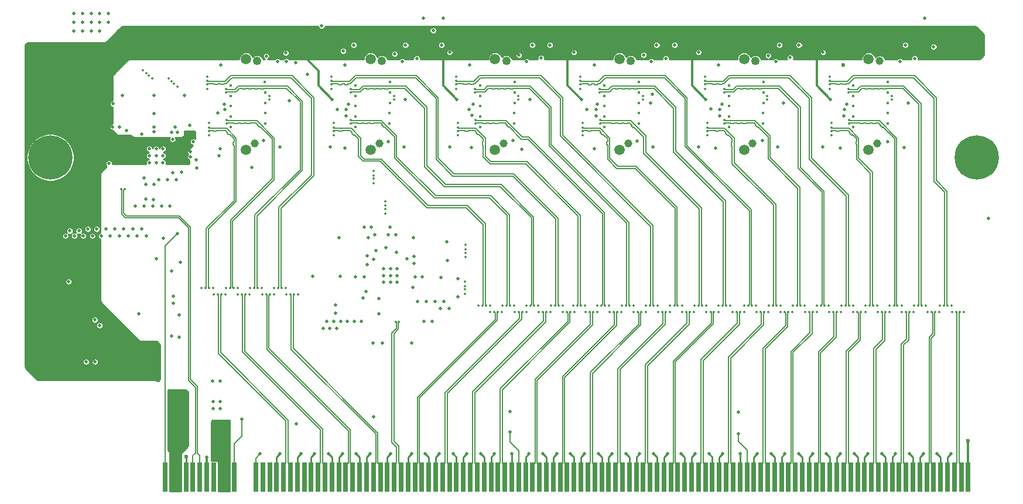
<source format=gbr>
G04 #@! TF.GenerationSoftware,KiCad,Pcbnew,(5.1.5)-3*
G04 #@! TF.CreationDate,2021-10-23T00:21:41+02:00*
G04 #@! TF.ProjectId,riser leopard 2OU Oculink,72697365-7220-46c6-956f-706172642032,rev?*
G04 #@! TF.SameCoordinates,PX4d4b990PY36d6160*
G04 #@! TF.FileFunction,Copper,L6,Bot*
G04 #@! TF.FilePolarity,Positive*
%FSLAX46Y46*%
G04 Gerber Fmt 4.6, Leading zero omitted, Abs format (unit mm)*
G04 Created by KiCad (PCBNEW (5.1.5)-3) date 2021-10-23 00:21:41*
%MOMM*%
%LPD*%
G04 APERTURE LIST*
%ADD10C,0.800000*%
%ADD11C,6.400000*%
%ADD12R,0.800000X4.200000*%
%ADD13C,1.500000*%
%ADD14C,1.150000*%
%ADD15C,1.250000*%
%ADD16C,1.000000*%
%ADD17C,0.500000*%
%ADD18C,0.600000*%
%ADD19C,0.400000*%
%ADD20C,0.350000*%
%ADD21C,0.250000*%
%ADD22C,0.152400*%
%ADD23C,0.300000*%
%ADD24C,0.200000*%
%ADD25C,0.254000*%
G04 APERTURE END LIST*
D10*
X1697056Y1697056D03*
X0Y2400000D03*
X-1697056Y1697056D03*
X-2400000Y0D03*
X-1697056Y-1697056D03*
X0Y-2400000D03*
X1697056Y-1697056D03*
X2400000Y0D03*
D11*
X0Y0D03*
X133900000Y-10000D03*
D10*
X136300000Y-10000D03*
X135597056Y-1707056D03*
X133900000Y-2410000D03*
X132202944Y-1707056D03*
X131500000Y-10000D03*
X132202944Y1687056D03*
X133900000Y2390000D03*
X135597056Y1687056D03*
D12*
X29700000Y-46258600D03*
X16600000Y-46258600D03*
X17600000Y-46258600D03*
X18600000Y-46258600D03*
X19600000Y-46258600D03*
X20600000Y-46258600D03*
X21600000Y-46258600D03*
X22600000Y-46258600D03*
X23600000Y-46258600D03*
X24600000Y-46258600D03*
X25600000Y-46258600D03*
X26600000Y-46258600D03*
X30700000Y-46258600D03*
X31700000Y-46258600D03*
X32700000Y-46258600D03*
X33700000Y-46258600D03*
X34700000Y-46258600D03*
X35700000Y-46258600D03*
X36700000Y-46258600D03*
X37700000Y-46258600D03*
X38700000Y-46258600D03*
X39700000Y-46258600D03*
X40700000Y-46258600D03*
X41700000Y-46258600D03*
X42700000Y-46258600D03*
X43700000Y-46258600D03*
X44700000Y-46258600D03*
X45700000Y-46258600D03*
X46700000Y-46258600D03*
X47700000Y-46258600D03*
X48700000Y-46258600D03*
X49700000Y-46258600D03*
X50700000Y-46258600D03*
X51700000Y-46258600D03*
X52700000Y-46258600D03*
X53700000Y-46258600D03*
X54700000Y-46258600D03*
X55700000Y-46258600D03*
X56700000Y-46258600D03*
X57700000Y-46258600D03*
X58700000Y-46258600D03*
X59700000Y-46258600D03*
X60700000Y-46258600D03*
X61700000Y-46258600D03*
X62700000Y-46258600D03*
X63700000Y-46258600D03*
X64700000Y-46258600D03*
X65700000Y-46258600D03*
X66700000Y-46258600D03*
X67700000Y-46258600D03*
X68700000Y-46258600D03*
X69700000Y-46258600D03*
X70700000Y-46258600D03*
X71700000Y-46258600D03*
X72700000Y-46258600D03*
X73700000Y-46258600D03*
X74700000Y-46258600D03*
X75700000Y-46258600D03*
X76700000Y-46258600D03*
X77700000Y-46258600D03*
X78700000Y-46258600D03*
X79700000Y-46258600D03*
X80700000Y-46258600D03*
X81700000Y-46258600D03*
X82700000Y-46258600D03*
X83700000Y-46258600D03*
X84700000Y-46258600D03*
X85700000Y-46258600D03*
X86700000Y-46258600D03*
X87700000Y-46258600D03*
X88700000Y-46258600D03*
X89700000Y-46258600D03*
X90700000Y-46258600D03*
X91700000Y-46258600D03*
X92700000Y-46258600D03*
X93700000Y-46258600D03*
X94700000Y-46258600D03*
X95700000Y-46258600D03*
X96700000Y-46258600D03*
X97700000Y-46258600D03*
X98700000Y-46258600D03*
X99700000Y-46258600D03*
X100700000Y-46258600D03*
X101700000Y-46258600D03*
X102700000Y-46258600D03*
X103700000Y-46258600D03*
X104700000Y-46258600D03*
X105700000Y-46258600D03*
X106700000Y-46258600D03*
X107700000Y-46258600D03*
X108700000Y-46258600D03*
X109700000Y-46258600D03*
X110700000Y-46258600D03*
X111700000Y-46258600D03*
X112700000Y-46258600D03*
X113700000Y-46258600D03*
X114700000Y-46258600D03*
X115700000Y-46258600D03*
X116700000Y-46258600D03*
X117700000Y-46258600D03*
X118700000Y-46258600D03*
X119700000Y-46258600D03*
X120700000Y-46258600D03*
X121700000Y-46258600D03*
X122700000Y-46258600D03*
X123700000Y-46258600D03*
X124700000Y-46258600D03*
X125700000Y-46258600D03*
X126700000Y-46258600D03*
X127700000Y-46258600D03*
X128700000Y-46258600D03*
X129700000Y-46258600D03*
X130700000Y-46258600D03*
X131700000Y-46258600D03*
X132700000Y-46258600D03*
D13*
X100280000Y1070000D03*
X100280000Y14230000D03*
D14*
X101540000Y2030000D03*
D15*
X101900000Y13930000D03*
X65900000Y13930000D03*
D14*
X65540000Y2030000D03*
D13*
X64280000Y14230000D03*
X64280000Y1070000D03*
X82280000Y1070000D03*
X82280000Y14230000D03*
D14*
X83540000Y2030000D03*
D15*
X83900000Y13930000D03*
X29900000Y13930000D03*
D14*
X29540000Y2030000D03*
D13*
X28280000Y14230000D03*
X28280000Y1070000D03*
X46280000Y1070000D03*
X46280000Y14230000D03*
D14*
X47540000Y2030000D03*
D15*
X47900000Y13930000D03*
D13*
X118280000Y1070000D03*
X118280000Y14230000D03*
D14*
X119540000Y2030000D03*
X119900000Y13930000D03*
D16*
X74775000Y16725000D03*
D17*
X14275000Y1250000D03*
D18*
X19600000Y-43306600D03*
D17*
X36200000Y-42872200D03*
X33200000Y-42872200D03*
X30325000Y-42872200D03*
X46200000Y-42872200D03*
X49200000Y-42872200D03*
X66700000Y-42872200D03*
X64200000Y-42872200D03*
X99700000Y-42872200D03*
X130200000Y-42872200D03*
X128200000Y-42872200D03*
X126200000Y-42872200D03*
X124200000Y-42872200D03*
X122200000Y-42872200D03*
X120200000Y-42872200D03*
X118200000Y-42872200D03*
X116200000Y-42872200D03*
X114200000Y-42872200D03*
X112200000Y-42872200D03*
X110200000Y-42872200D03*
X108200000Y-42872200D03*
X106200000Y-42872200D03*
X104200000Y-42872200D03*
X102200000Y-42872200D03*
X97200000Y-42872200D03*
X95200000Y-42872200D03*
X93200000Y-42872200D03*
X91200000Y-42872200D03*
X89200000Y-42872200D03*
X87200000Y-42872200D03*
X85200000Y-42872200D03*
X83200000Y-42872200D03*
X81200000Y-42872200D03*
X79200000Y-42872200D03*
X77200000Y-42872200D03*
X75200000Y-42872200D03*
X73200000Y-42872200D03*
X71200000Y-42872200D03*
X69200000Y-42872200D03*
X62200000Y-42872200D03*
X60200000Y-42872200D03*
X58200000Y-42872200D03*
X56200000Y-42872200D03*
X54200000Y-42872200D03*
X52200000Y-42872200D03*
X44200000Y-42872200D03*
X42200000Y-42872200D03*
X40200000Y-42872200D03*
X38200000Y-42872200D03*
X17550000Y-16450000D03*
X15350000Y-14650000D03*
D19*
X121050000Y4900000D03*
X116100000Y4400000D03*
X121100000Y10900000D03*
X116100000Y10400000D03*
X121100000Y9400000D03*
X116100000Y7400000D03*
X116100000Y5900000D03*
X121050000Y6400000D03*
X121100000Y7900000D03*
X116100000Y8900000D03*
D18*
X114600000Y13350000D03*
D17*
X122850000Y13900000D03*
X114200000Y1350000D03*
D18*
X132700000Y-41000000D03*
D19*
X98100000Y4400000D03*
X98100000Y10400000D03*
X103100000Y9400000D03*
X103050000Y6400000D03*
X98100000Y7400000D03*
X103100000Y7900000D03*
X98100000Y5900000D03*
X103100000Y10900000D03*
X103050000Y4900000D03*
D17*
X96600000Y13350000D03*
X104850000Y13900000D03*
D19*
X98100000Y8900000D03*
D17*
X96200000Y1350000D03*
X105150000Y1500000D03*
D19*
X80100000Y8900000D03*
X62100000Y8900000D03*
X44100000Y8900000D03*
D17*
X87150000Y1500000D03*
X51150000Y1500000D03*
D19*
X80100000Y5900000D03*
X62100000Y5900000D03*
X44100000Y5900000D03*
X80100000Y10400000D03*
X62100000Y10400000D03*
X44100000Y10400000D03*
X85100000Y9400000D03*
X67100000Y9400000D03*
X49100000Y9400000D03*
X80100000Y4400000D03*
X62100000Y4400000D03*
X44100000Y4400000D03*
X85050000Y6400000D03*
X67050000Y6400000D03*
X49050000Y6400000D03*
X80100000Y7400000D03*
X62100000Y7400000D03*
X44100000Y7400000D03*
X85100000Y7900000D03*
X67100000Y7900000D03*
X49100000Y7900000D03*
X85100000Y10900000D03*
X67100000Y10900000D03*
X49100000Y10900000D03*
D17*
X78600000Y13350000D03*
X60600000Y13350000D03*
X42600000Y13350000D03*
D19*
X85050000Y4900000D03*
X67050000Y4900000D03*
X49050000Y4900000D03*
D17*
X86850000Y13900000D03*
X68850000Y13900000D03*
X50850000Y13900000D03*
X15000000Y6325000D03*
X45600000Y-19375000D03*
X41900000Y-17200000D03*
X46750000Y-14750000D03*
X51550000Y-14700000D03*
X66450000Y-36750000D03*
X99450000Y-36850000D03*
X35550000Y-38550000D03*
X68150000Y1150000D03*
D19*
X26100000Y8900000D03*
D17*
X24600000Y13350000D03*
D19*
X31100000Y7900000D03*
X26100000Y4400000D03*
X31100000Y9400000D03*
X31050000Y4900000D03*
X31050000Y6400000D03*
X26100000Y7400000D03*
X26100000Y5900000D03*
X26100000Y10400000D03*
D17*
X32850000Y13900000D03*
X33150000Y1500000D03*
X46600000Y-26875000D03*
X48000000Y-26875000D03*
X52250000Y-26875000D03*
X55200000Y-23725000D03*
X54000000Y-23725000D03*
X47500000Y-22650000D03*
X41225000Y-22575000D03*
X41250000Y-21375000D03*
X41750000Y-11600000D03*
X22600000Y-43325000D03*
X21175000Y-1500000D03*
X18925000Y-2150000D03*
X17650000Y2600000D03*
X13175000Y3400000D03*
X8450000Y-875000D03*
X13500000Y-3000000D03*
X17650000Y-2200000D03*
D20*
X22650000Y11700000D03*
X22650000Y9925000D03*
X22950000Y4950000D03*
X22950000Y3175000D03*
X40650000Y11700000D03*
X58650000Y11700000D03*
X76650000Y11700000D03*
X94650000Y11700000D03*
X112650000Y11700000D03*
X40950000Y3175000D03*
X58950000Y3175000D03*
X76950000Y3175000D03*
X94950000Y3175000D03*
X112950000Y3175000D03*
X40650000Y9925000D03*
X58650000Y9925000D03*
X76650000Y9925000D03*
X94650000Y9925000D03*
X112650000Y9925000D03*
X40950000Y4950000D03*
X58950000Y4950000D03*
X76950000Y4950000D03*
X94950000Y4950000D03*
X112950000Y4950000D03*
X46725000Y-3750000D03*
X46725000Y-1975000D03*
X48375000Y-8100000D03*
X48375000Y-6325000D03*
X14700000Y11400000D03*
X13400000Y12625000D03*
X17050000Y11425000D03*
X18350000Y10200000D03*
D17*
X19375000Y9000000D03*
X14950000Y9000000D03*
X10400000Y9000000D03*
X9050000Y7750000D03*
X46725000Y-37500000D03*
X24575000Y-32350000D03*
X23425000Y-32375000D03*
X20100000Y4625000D03*
X20625000Y2275000D03*
X9000000Y4375000D03*
X10000000Y4375000D03*
X10975000Y3875000D03*
X13750000Y-6050000D03*
X14900000Y-6075000D03*
X12300000Y-7050000D03*
X13550000Y-7050000D03*
X14800000Y-7050000D03*
X16050000Y-7050000D03*
X17300000Y-7050000D03*
X15275000Y1250000D03*
X16275000Y1250000D03*
X14275000Y250000D03*
X15275000Y250000D03*
X16275000Y250000D03*
X14275000Y-750000D03*
X15275000Y-750000D03*
X16275000Y-750000D03*
X3375000Y20775000D03*
X4625000Y20775000D03*
X5875000Y20775000D03*
X7125000Y20775000D03*
X8375000Y20775000D03*
X3375000Y19525000D03*
X4625000Y19525000D03*
X5875000Y19525000D03*
X7125000Y19525000D03*
X8375000Y19525000D03*
X3375000Y18275000D03*
X4625000Y18275000D03*
X5875000Y18275000D03*
X7125000Y18275000D03*
X50150000Y-16075000D03*
X50150000Y-17075000D03*
X50150000Y-18075000D03*
X48150000Y-18075000D03*
X49150000Y-18075000D03*
X49150000Y-16075000D03*
X48150000Y-17075000D03*
X48150000Y-16075000D03*
X49150000Y-17075000D03*
X24575000Y1275000D03*
D19*
X31000000Y10900000D03*
D17*
X52425000Y-18850000D03*
X49900000Y-11175000D03*
X46875000Y-11150000D03*
X45400000Y-10075000D03*
X45975000Y-11600000D03*
X123400000Y1400000D03*
X52475000Y-11600000D03*
X18650000Y-22800000D03*
X12800000Y-22650000D03*
X42550000Y1300000D03*
X2625000Y-17975000D03*
X60900000Y1450000D03*
X58900000Y-20200000D03*
D20*
X59900000Y-17975000D03*
X59900000Y-19750000D03*
D17*
X58875000Y-17500000D03*
X46400000Y-10075000D03*
X78600000Y1275000D03*
X57275000Y-12200000D03*
X56475000Y-17375000D03*
X57350000Y-14900000D03*
D20*
X60050000Y-12650000D03*
X60050000Y-14425000D03*
D17*
X37900000Y-17200000D03*
D20*
X63550000Y-21400000D03*
X61850000Y-21400000D03*
X67050000Y-21400000D03*
X70550000Y-21400000D03*
X74050000Y-21400000D03*
X77300000Y-21400000D03*
X80800000Y-21400000D03*
X84300000Y-21400000D03*
X87800000Y-21400000D03*
X91300000Y-21400000D03*
X94800000Y-21400000D03*
X98300000Y-21400000D03*
X102050000Y-21400000D03*
X105550000Y-21400000D03*
X109050000Y-21400000D03*
X112550000Y-21400000D03*
X116050000Y-21400000D03*
X119550000Y-21400000D03*
X123050000Y-21400000D03*
X126550000Y-21400000D03*
X130300000Y-21400000D03*
X65350000Y-21400000D03*
X68850000Y-21400000D03*
X72350000Y-21400000D03*
X75600000Y-21400000D03*
X79100000Y-21400000D03*
X82600000Y-21400000D03*
X86100000Y-21400000D03*
X89600000Y-21400000D03*
X93100000Y-21400000D03*
X96600000Y-21400000D03*
X100350000Y-21400000D03*
X103850000Y-21400000D03*
X107350000Y-21400000D03*
X110850000Y-21400000D03*
X114350000Y-21400000D03*
X117850000Y-21400000D03*
X121350000Y-21400000D03*
X124850000Y-21400000D03*
X128600000Y-21400000D03*
X65300000Y-22350000D03*
X63600000Y-22350000D03*
X103800000Y-22350000D03*
X93050000Y-22350000D03*
X68800000Y-22350000D03*
X72300000Y-22350000D03*
X86050000Y-22350000D03*
X96550000Y-22350000D03*
X107300000Y-22350000D03*
X79050000Y-22350000D03*
X117800000Y-22350000D03*
X75800000Y-22350000D03*
X116100000Y-22350000D03*
X119600000Y-22350000D03*
X123100000Y-22350000D03*
X112600000Y-22350000D03*
X82550000Y-22350000D03*
X94850000Y-22350000D03*
X132050000Y-22350000D03*
X77350000Y-22350000D03*
X91350000Y-22350000D03*
X84350000Y-22350000D03*
X87850000Y-22350000D03*
X126850000Y-22350000D03*
X121300000Y-22350000D03*
X124800000Y-22350000D03*
X128550000Y-22350000D03*
X110800000Y-22350000D03*
X98600000Y-22350000D03*
X102100000Y-22350000D03*
X80850000Y-22350000D03*
X89550000Y-22350000D03*
X74100000Y-22350000D03*
X130350000Y-22350000D03*
X114300000Y-22350000D03*
X67100000Y-22350000D03*
X70600000Y-22350000D03*
X100300000Y-22350000D03*
X109100000Y-22350000D03*
X105600000Y-22350000D03*
X23550000Y-18900000D03*
X21850000Y-18900000D03*
X27050000Y-18900000D03*
X30550000Y-18900000D03*
X34050000Y-18900000D03*
X32350000Y-18900000D03*
X25350000Y-18900000D03*
X28850000Y-18900000D03*
X25300000Y-19850000D03*
X34100000Y-19850000D03*
X35800000Y-19850000D03*
X23600000Y-19850000D03*
X32300000Y-19850000D03*
X28800000Y-19850000D03*
X30600000Y-19850000D03*
X27100000Y-19850000D03*
D17*
X103750000Y14725000D03*
X85750000Y14800000D03*
X67750000Y14775000D03*
X49750000Y14975000D03*
X31200000Y14675000D03*
X17600000Y-34550000D03*
X18600000Y-34550000D03*
X17600000Y-35550000D03*
X18600000Y-35550000D03*
X17600000Y-36550000D03*
X18600000Y-36550000D03*
X17600000Y-37550000D03*
X18600000Y-37550000D03*
X17600000Y-38550000D03*
X18600000Y-38550000D03*
X17600000Y-39550000D03*
X18600000Y-39550000D03*
X17600000Y-40550000D03*
X18600000Y-40550000D03*
X111700000Y15200000D03*
X93700000Y15200000D03*
X75700000Y15200000D03*
X57700000Y15200000D03*
X111700000Y1475000D03*
X93700000Y1475000D03*
X57700000Y1475000D03*
X40425000Y1500000D03*
X34025000Y15100000D03*
X39950000Y-23750000D03*
X18625000Y2200000D03*
X8900000Y1100000D03*
X9975000Y1100000D03*
X11125000Y1100000D03*
X18600000Y-275000D03*
X25650000Y14650000D03*
X43850000Y14550000D03*
X61850000Y14550000D03*
X79850000Y14550000D03*
X97850000Y14550000D03*
X115850000Y14550000D03*
X40950000Y-23750000D03*
X41950000Y-23750000D03*
X42950000Y-23750000D03*
X43950000Y-23750000D03*
X44950000Y-23750000D03*
X40400000Y-24750000D03*
X41400000Y-24750000D03*
X39400000Y-24750000D03*
X47500000Y-20450000D03*
X47050000Y-13475000D03*
X50025000Y-13725000D03*
X23875000Y-38850000D03*
X24875000Y-38850000D03*
X23875000Y-39850000D03*
X24875000Y-39850000D03*
X23875000Y-40850000D03*
X24875000Y-40850000D03*
X23875000Y-41850000D03*
X24875000Y-41850000D03*
X23875000Y-42850000D03*
X24875000Y-42850000D03*
X2625000Y14950000D03*
X3625000Y14950000D03*
X2625000Y13950000D03*
X3625000Y13950000D03*
X4625000Y13950000D03*
X5625000Y13950000D03*
X6625000Y13950000D03*
X3625000Y12950000D03*
X2625000Y12950000D03*
X40750000Y8400000D03*
X20850000Y14550000D03*
X58750000Y8400000D03*
X76750000Y8400000D03*
X94750000Y8400000D03*
X112750000Y8400000D03*
D20*
X20725000Y3425000D03*
D17*
X8700000Y-28550000D03*
X9950000Y-28550000D03*
X11200000Y-28550000D03*
X8700000Y-29800000D03*
X9950000Y-29800000D03*
X11200000Y-29800000D03*
X30825000Y2475000D03*
X24400000Y275000D03*
X48875000Y2300000D03*
X41500000Y6925000D03*
X66875000Y2425000D03*
X84850000Y2325000D03*
X77500000Y6925000D03*
X95500000Y7025000D03*
X102900000Y2450000D03*
X87050000Y9125000D03*
X87850000Y14700000D03*
X121025000Y2275000D03*
X116775000Y14975000D03*
X37200000Y14600000D03*
X18750000Y-15150000D03*
X17800000Y-21100000D03*
X17800000Y-20100000D03*
X23525000Y-35325000D03*
X24525000Y-35325000D03*
X23525000Y-36325000D03*
X24525000Y-36325000D03*
X5150000Y-29575000D03*
X6450000Y-29575000D03*
X11250000Y-11375000D03*
X9950000Y-11375000D03*
X8650000Y-11375000D03*
X7350000Y-11375000D03*
X6050000Y-11375000D03*
X4750000Y-11375000D03*
X3450000Y-11375000D03*
X2150000Y-11375000D03*
X13850000Y-11375000D03*
X12550000Y-11375000D03*
X17500000Y-25850000D03*
X18650000Y-26025000D03*
X55325000Y18350000D03*
X42300000Y15375000D03*
X18050000Y4400000D03*
X18400000Y3600000D03*
X17475000Y3600000D03*
X45175000Y-20325000D03*
X15000000Y4425000D03*
X15000000Y3725000D03*
X13800000Y-3900000D03*
X14975000Y-3925000D03*
X15650000Y-3250000D03*
X16900000Y-3250000D03*
X18150000Y-3250000D03*
X20250000Y800000D03*
X20250000Y50000D03*
X21100000Y-325000D03*
X49075000Y-10100000D03*
X48875000Y-11150000D03*
X48500000Y-13025000D03*
X52600000Y-14325000D03*
X52600000Y-15325000D03*
X52750000Y-17300000D03*
X53750000Y-17300000D03*
X53100000Y-20825000D03*
X54350000Y-20825000D03*
X55600000Y-20825000D03*
X56850000Y-20825000D03*
X56375000Y-21850000D03*
X57625000Y-21850000D03*
X44100000Y-17325000D03*
X45350000Y-17325000D03*
X45775000Y-15525000D03*
X45775000Y-14275000D03*
D20*
X22448800Y-18900000D03*
X22950000Y3798800D03*
X25954168Y-18900000D03*
X25450000Y4898800D03*
X29448800Y-18900000D03*
X25400000Y9398800D03*
X32948800Y-18900000D03*
X22650000Y10548800D03*
X22951200Y-18900000D03*
X22950000Y4301200D03*
X26456568Y-18900000D03*
X25450000Y5401200D03*
X29951200Y-18900000D03*
X25400000Y9901200D03*
X33451200Y-18900000D03*
X22650000Y11051200D03*
X76198800Y-21400000D03*
X58950000Y3798800D03*
X79698800Y-21400000D03*
X61450000Y4898800D03*
X83198800Y-21400000D03*
X61400000Y9398800D03*
X86698800Y-21400000D03*
X58650000Y10548800D03*
X76701200Y-21400000D03*
X58950000Y4301200D03*
X80201200Y-21400000D03*
X61450000Y5401200D03*
X83701200Y-21400000D03*
X61400000Y9901200D03*
X87201200Y-21400000D03*
X58650000Y11051200D03*
X104448800Y-21400000D03*
X94950000Y3798800D03*
X107948800Y-21400000D03*
X97450000Y4898800D03*
X111448800Y-21400000D03*
X97400000Y9398800D03*
X114948800Y-21400000D03*
X94650000Y10548800D03*
X104951200Y-21400000D03*
X94950000Y4301200D03*
X108451200Y-21400000D03*
X97450000Y5401200D03*
X111951200Y-21400000D03*
X97400000Y9901200D03*
X115451200Y-21400000D03*
X94650000Y11051200D03*
X118448800Y-21400000D03*
X112950000Y3798800D03*
X121948800Y-21400000D03*
X115450000Y4898800D03*
X125448800Y-21400000D03*
X115400000Y9398800D03*
X129198800Y-21400000D03*
X112650000Y10548800D03*
X40950000Y3798800D03*
X62448800Y-21400000D03*
X43450000Y4898800D03*
X65948800Y-21400000D03*
X43400000Y9398800D03*
X69448800Y-21400000D03*
X40650000Y10548800D03*
X72948800Y-21400000D03*
X118951200Y-21400000D03*
X112950000Y4301200D03*
X122451200Y-21400000D03*
X115450000Y5401200D03*
X125951200Y-21400000D03*
X115400000Y9901200D03*
X129701200Y-21400000D03*
X112650000Y11051200D03*
X40950000Y4301200D03*
X62951200Y-21400000D03*
X43450000Y5401200D03*
X66451200Y-21400000D03*
X43400000Y9901200D03*
X69951200Y-21400000D03*
X40650000Y11051200D03*
X73451200Y-21400000D03*
X76950000Y3798800D03*
X90198800Y-21400000D03*
X79450000Y4898800D03*
X93698800Y-21400000D03*
X79400000Y9398800D03*
X97198800Y-21400000D03*
X76650000Y10548800D03*
X100948800Y-21400000D03*
X76950000Y4301200D03*
X90701200Y-21400000D03*
X79450000Y5401200D03*
X94201200Y-21400000D03*
X79400000Y9901200D03*
X97701200Y-21400000D03*
X76650000Y11051200D03*
X101451200Y-21400000D03*
D17*
X34125000Y13900000D03*
X126425000Y20125000D03*
X56775000Y20125000D03*
X53950000Y20125000D03*
X18350000Y-11025000D03*
X39225000Y19000000D03*
X35500000Y13700000D03*
X123600000Y16250000D03*
X108225000Y16250000D03*
X105375000Y16250000D03*
X90225000Y16250000D03*
X87650000Y16250000D03*
X72225000Y16250000D03*
X69675000Y16250000D03*
X56525000Y16250000D03*
X51325000Y16250000D03*
X43850000Y16250000D03*
X29150000Y-1450000D03*
X135600000Y-8800000D03*
X127700000Y16000000D03*
D20*
X10198800Y-4600000D03*
X10701200Y-4600000D03*
D17*
X27650000Y-37900000D03*
X115100000Y7650000D03*
X97100000Y7650000D03*
X79100000Y7650000D03*
X61100000Y7650000D03*
X43100000Y7650000D03*
X25100000Y7650000D03*
D20*
X24198800Y-19850000D03*
X24701200Y-19850000D03*
X27698800Y-19850000D03*
X28201200Y-19850000D03*
X31198800Y-19850000D03*
X31701200Y-19850000D03*
X34698800Y-19850000D03*
X35201200Y-19850000D03*
X49898800Y-23800000D03*
X50401200Y-23800000D03*
X64198800Y-22350000D03*
X64701200Y-22350000D03*
X67698800Y-22350000D03*
X68201200Y-22350000D03*
X71198800Y-22350000D03*
X71701200Y-22350000D03*
X74698800Y-22350000D03*
X75201200Y-22350000D03*
D17*
X66450000Y-39700000D03*
D20*
X77948800Y-22350000D03*
X78451200Y-22350000D03*
X81448800Y-22350000D03*
X81951200Y-22350000D03*
X84948800Y-22350000D03*
X85451200Y-22350000D03*
X88448800Y-22350000D03*
X88951200Y-22350000D03*
X91948800Y-22350000D03*
X92451200Y-22350000D03*
X95448800Y-22350000D03*
X95951200Y-22350000D03*
X99198800Y-22350000D03*
X99701200Y-22350000D03*
X102698800Y-22350000D03*
X103201200Y-22350000D03*
D17*
X99450000Y-40000000D03*
D20*
X106198800Y-22350000D03*
X106701200Y-22350000D03*
X109698800Y-22350000D03*
X110201200Y-22350000D03*
X113198800Y-22350000D03*
X113701200Y-22350000D03*
X116698800Y-22350000D03*
X117201200Y-22350000D03*
X120198800Y-22350000D03*
X120701200Y-22350000D03*
X123698800Y-22350000D03*
X124201200Y-22350000D03*
X127448800Y-22350000D03*
X127951200Y-22350000D03*
X130948800Y-22350000D03*
X131451200Y-22350000D03*
D17*
X25200000Y6900000D03*
X4100000Y-10625000D03*
X24225000Y6400000D03*
X2800000Y-10625000D03*
D20*
X31650000Y8901200D03*
X17497374Y11002626D03*
X31650000Y8398800D03*
X17852626Y10647374D03*
D17*
X37150000Y12050000D03*
X34500000Y8225000D03*
X69300000Y8400000D03*
X70950000Y14375000D03*
D20*
X67650000Y8398800D03*
X46725000Y-3101200D03*
X67650000Y8901200D03*
X46725000Y-2598800D03*
D17*
X10600000Y-10375000D03*
X60925000Y6050000D03*
X60525000Y6900000D03*
X11900000Y-10375000D03*
X96775000Y6900000D03*
X6700000Y-10375000D03*
X96750000Y6000000D03*
X5400000Y-10375000D03*
D20*
X103650000Y8901200D03*
X60050000Y-13801200D03*
X103650000Y8398800D03*
X60050000Y-13298800D03*
D17*
X105950000Y7825000D03*
X106950000Y14425000D03*
X124000000Y7900000D03*
X124950000Y14325000D03*
D20*
X121650000Y8398800D03*
X59900000Y-18598800D03*
X121650000Y8901200D03*
X59900000Y-19101200D03*
D17*
X114750000Y6000000D03*
X7100000Y-24300000D03*
X114775000Y6900000D03*
X6400000Y-23500000D03*
X42775000Y6900000D03*
X16350000Y-11700000D03*
X42750000Y6000000D03*
X13200000Y-10375000D03*
D20*
X49650000Y8901200D03*
X13863660Y12193913D03*
X49650000Y8398800D03*
X14218912Y11838661D03*
D17*
X51300000Y8400000D03*
X52950000Y14325000D03*
X86800000Y7900000D03*
X88950000Y14300000D03*
D20*
X85650000Y8398800D03*
X48375000Y-7451200D03*
X85650000Y8901200D03*
X48375000Y-6948800D03*
D17*
X8000000Y-10375000D03*
X78875000Y6000000D03*
X9300000Y-10375000D03*
X78900000Y6900000D03*
D21*
X19600000Y-46258600D02*
X19600000Y-43306600D01*
X32700000Y-43372200D02*
X33200000Y-42872200D01*
X32700000Y-46258600D02*
X32700000Y-43372200D01*
X35700000Y-46258600D02*
X35700000Y-43372200D01*
X37700000Y-43372200D02*
X38200000Y-42872200D01*
X37700000Y-46258600D02*
X37700000Y-43372200D01*
X40700000Y-43372200D02*
X40200000Y-42872200D01*
X40700000Y-46258600D02*
X40700000Y-43372200D01*
X41700000Y-43372200D02*
X42200000Y-42872200D01*
X41700000Y-46258600D02*
X41700000Y-43372200D01*
X44700000Y-43372200D02*
X44200000Y-42872200D01*
X44700000Y-46258600D02*
X44700000Y-43372200D01*
X45700000Y-43372200D02*
X46200000Y-42872200D01*
X45700000Y-46258600D02*
X45700000Y-43372200D01*
X48700000Y-43372200D02*
X49200000Y-42872200D01*
X48700000Y-46258600D02*
X48700000Y-43372200D01*
X51700000Y-43372200D02*
X52200000Y-42872200D01*
X51700000Y-46258600D02*
X51700000Y-43372200D01*
X54700000Y-43372200D02*
X54200000Y-42872200D01*
X54700000Y-46258600D02*
X54700000Y-43372200D01*
X55700000Y-43372200D02*
X56200000Y-42872200D01*
X55700000Y-46258600D02*
X55700000Y-43372200D01*
X58700000Y-43372200D02*
X58200000Y-42872200D01*
X58700000Y-46258600D02*
X58700000Y-43372200D01*
X59700000Y-43372200D02*
X60200000Y-42872200D01*
X59700000Y-46258600D02*
X59700000Y-43372200D01*
X62700000Y-43372200D02*
X62200000Y-42872200D01*
X62700000Y-46258600D02*
X62700000Y-43372200D01*
X63700000Y-43372200D02*
X64200000Y-42872200D01*
X63700000Y-46258600D02*
X63700000Y-43372200D01*
X66700000Y-46258600D02*
X66700000Y-42872200D01*
X68700000Y-43372200D02*
X69200000Y-42872200D01*
X68700000Y-46258600D02*
X68700000Y-43372200D01*
X71700000Y-43372200D02*
X71200000Y-42872200D01*
X71700000Y-46258600D02*
X71700000Y-43372200D01*
X72700000Y-43372200D02*
X73200000Y-42872200D01*
X72700000Y-46258600D02*
X72700000Y-43372200D01*
X75700000Y-43372200D02*
X75200000Y-42872200D01*
X75700000Y-46258600D02*
X75700000Y-43372200D01*
X76700000Y-43372200D02*
X77200000Y-42872200D01*
X76700000Y-46258600D02*
X76700000Y-43372200D01*
X79700000Y-43372200D02*
X79200000Y-42872200D01*
X79700000Y-46258600D02*
X79700000Y-43372200D01*
X80700000Y-43372200D02*
X81200000Y-42872200D01*
X80700000Y-46258600D02*
X80700000Y-43372200D01*
X83700000Y-43372200D02*
X83200000Y-42872200D01*
X83700000Y-46258600D02*
X83700000Y-43372200D01*
X84700000Y-43372200D02*
X85200000Y-42872200D01*
X84700000Y-46258600D02*
X84700000Y-43372200D01*
X87700000Y-43372200D02*
X87200000Y-42872200D01*
X87700000Y-46258600D02*
X87700000Y-43372200D01*
X88700000Y-43372200D02*
X89200000Y-42872200D01*
X88700000Y-46258600D02*
X88700000Y-43372200D01*
X91700000Y-43372200D02*
X91200000Y-42872200D01*
X91700000Y-46258600D02*
X91700000Y-43372200D01*
X92700000Y-43372200D02*
X93200000Y-42872200D01*
X92700000Y-46258600D02*
X92700000Y-43372200D01*
X95700000Y-43372200D02*
X95200000Y-42872200D01*
X95700000Y-46258600D02*
X95700000Y-43372200D01*
X96700000Y-43372200D02*
X97200000Y-42872200D01*
X96700000Y-46258600D02*
X96700000Y-43372200D01*
X101700000Y-43372200D02*
X102200000Y-42872200D01*
X101700000Y-46258600D02*
X101700000Y-43372200D01*
X104700000Y-43372200D02*
X104200000Y-42872200D01*
X104700000Y-46258600D02*
X104700000Y-43372200D01*
X105700000Y-43372200D02*
X106200000Y-42872200D01*
X105700000Y-46258600D02*
X105700000Y-43372200D01*
X108700000Y-43372200D02*
X108200000Y-42872200D01*
X108700000Y-46258600D02*
X108700000Y-43372200D01*
X109700000Y-43372200D02*
X110200000Y-42872200D01*
X109700000Y-46258600D02*
X109700000Y-43372200D01*
X112700000Y-43372200D02*
X112200000Y-42872200D01*
X112700000Y-46258600D02*
X112700000Y-43372200D01*
X113700000Y-43372200D02*
X114200000Y-42872200D01*
X113700000Y-46258600D02*
X113700000Y-43372200D01*
X116700000Y-43372200D02*
X116200000Y-42872200D01*
X116700000Y-46258600D02*
X116700000Y-43372200D01*
X117700000Y-43372200D02*
X118200000Y-42872200D01*
X117700000Y-46258600D02*
X117700000Y-43372200D01*
X120700000Y-43372200D02*
X120200000Y-42872200D01*
X120700000Y-46258600D02*
X120700000Y-43372200D01*
X121700000Y-43372200D02*
X122200000Y-42872200D01*
X121700000Y-46258600D02*
X121700000Y-43372200D01*
X124700000Y-43372200D02*
X124200000Y-42872200D01*
X124700000Y-46258600D02*
X124700000Y-43372200D01*
X125700000Y-43372200D02*
X126200000Y-42872200D01*
X125700000Y-46258600D02*
X125700000Y-43372200D01*
X128700000Y-43372200D02*
X128200000Y-42872200D01*
X128700000Y-46258600D02*
X128700000Y-43372200D01*
X129700000Y-43372200D02*
X130200000Y-42872200D01*
X129700000Y-46258600D02*
X129700000Y-43372200D01*
D22*
X29700000Y-43497200D02*
X30325000Y-42872200D01*
X29700000Y-46258600D02*
X29700000Y-43497200D01*
D21*
X99700000Y-44006200D02*
X99700000Y-42872200D01*
X99700000Y-46258600D02*
X99700000Y-44006200D01*
D23*
X132700000Y-46258600D02*
X132700000Y-41000000D01*
D21*
X35700000Y-43372200D02*
X36200000Y-42872200D01*
D23*
X22600000Y-46258600D02*
X22600000Y-43325000D01*
X40750000Y8400000D02*
X38725000Y10425000D01*
X38725000Y10425000D02*
X38725000Y12500000D01*
X56775000Y10375000D02*
X56775000Y14525000D01*
X56775000Y10375000D02*
X58750000Y8400000D01*
X74775000Y10375000D02*
X76750000Y8400000D01*
X92775000Y10375000D02*
X94750000Y8400000D01*
X110775000Y10375000D02*
X112750000Y8400000D01*
X74775000Y10375000D02*
X74775000Y14525000D01*
X92775000Y10375000D02*
X92775000Y14525000D01*
X110775000Y10375000D02*
X110775000Y14525000D01*
X37200000Y14025000D02*
X37200000Y14600000D01*
X38725000Y12500000D02*
X37200000Y14025000D01*
X74775000Y14525000D02*
X74775000Y16725000D01*
D22*
X26547600Y1732600D02*
X26547600Y-6236872D01*
X26546032Y1746508D02*
X26547600Y1732600D01*
X26524068Y1781465D02*
X26533964Y1771569D01*
X26512217Y1788911D02*
X26524068Y1781465D01*
X26499007Y1793533D02*
X26512217Y1788911D01*
X26471192Y1796668D02*
X26499007Y1793533D01*
X26457982Y1801290D02*
X26471192Y1796668D01*
X26446131Y1808736D02*
X26457982Y1801290D01*
X26436235Y1818632D02*
X26446131Y1808736D01*
X26424167Y1843693D02*
X26428789Y1830483D01*
X26436235Y2211569D02*
X26428789Y2199718D01*
X26512217Y2241290D02*
X26499007Y2236668D01*
X26524068Y2248736D02*
X26512217Y2241290D01*
X26541410Y2270483D02*
X26533964Y2258632D01*
X26547600Y2297600D02*
X26546032Y2283693D01*
X26547600Y2686872D02*
X26547600Y2297600D01*
X26424167Y2186508D02*
X26422600Y2172600D01*
X25966750Y3267722D02*
X26547600Y2686872D01*
X25955808Y3276449D02*
X25966750Y3267722D01*
X25943198Y3282521D02*
X25955808Y3276449D01*
X25915558Y3285635D02*
X25929553Y3285635D01*
X26471192Y2233533D02*
X26457982Y2228911D01*
X25854811Y3252923D02*
X25867420Y3258996D01*
X25827171Y3249809D02*
X25841166Y3249809D01*
X23973532Y3821193D02*
X23976667Y3849008D01*
X25558509Y3567906D02*
X25552437Y3555297D01*
X22547600Y-18801200D02*
X22448800Y-18900000D01*
X23968910Y3807983D02*
X23973532Y3821193D01*
X25336872Y3897600D02*
X25567236Y3667236D01*
X26546032Y2283693D02*
X26541410Y2270483D01*
X23951568Y3786236D02*
X23961464Y3796132D01*
X24010482Y3891411D02*
X24023692Y3896033D01*
X25901913Y3282521D02*
X25915558Y3285635D01*
X23926507Y3774168D02*
X23939717Y3778790D01*
X25789974Y3267722D02*
X25800916Y3258996D01*
X22547600Y-10236872D02*
X22547600Y-18801200D01*
X23583692Y3774168D02*
X23597600Y3772600D01*
X23570482Y3778790D02*
X23583692Y3774168D01*
X26533964Y1771569D02*
X26541410Y1759718D01*
X25929553Y3285635D02*
X25943198Y3282521D01*
X23961464Y3796132D02*
X23968910Y3807983D01*
X24023692Y3896033D02*
X24037600Y3897600D01*
X23558631Y3786236D02*
X23570482Y3778790D01*
X26446131Y2221465D02*
X26436235Y2211569D01*
X23939717Y3778790D02*
X23951568Y3786236D01*
X23548735Y3796132D02*
X23558631Y3786236D01*
X26428789Y2199718D02*
X26424167Y2186508D01*
X23499717Y3891411D02*
X23511568Y3883965D01*
X25552437Y3514012D02*
X25558509Y3501402D01*
X26422600Y2172600D02*
X26422600Y1857600D01*
X23486507Y3896033D02*
X23499717Y3891411D01*
X25889304Y3276449D02*
X25901913Y3282521D01*
X23048800Y3897600D02*
X23472600Y3897600D01*
X25567236Y3667236D02*
X25575962Y3656294D01*
X23521464Y3874069D02*
X23528910Y3862218D01*
X23472600Y3897600D02*
X23486507Y3896033D01*
X26457982Y2228911D02*
X26446131Y2221465D01*
X23528910Y3862218D02*
X23533532Y3849008D01*
X25558509Y3501402D02*
X25567236Y3490460D01*
X23511568Y3883965D02*
X23521464Y3874069D01*
X23597600Y3772600D02*
X23912600Y3772600D01*
X25552437Y3555297D02*
X25549323Y3541652D01*
X22950000Y3798800D02*
X23048800Y3897600D01*
X23533532Y3849008D02*
X23536667Y3821193D01*
X25813526Y3252923D02*
X25827171Y3249809D01*
X23536667Y3821193D02*
X23541289Y3807983D01*
X25867420Y3258996D02*
X25889304Y3276449D01*
X23912600Y3772600D02*
X23926507Y3774168D01*
X26541410Y1759718D02*
X26546032Y1746508D01*
X23541289Y3807983D02*
X23548735Y3796132D01*
X23976667Y3849008D02*
X23981289Y3862218D01*
X25582034Y3643685D02*
X25585148Y3630040D01*
X26547600Y-6236872D02*
X22547600Y-10236872D01*
X23988735Y3874069D02*
X23998631Y3883965D01*
X23998631Y3883965D02*
X24010482Y3891411D01*
X24037600Y3897600D02*
X25336872Y3897600D01*
X25575962Y3656294D02*
X25582034Y3643685D01*
X26428789Y1830483D02*
X26436235Y1818632D01*
X25585148Y3630040D02*
X25585148Y3616045D01*
X25585148Y3616045D02*
X25582034Y3602400D01*
X26533964Y2258632D02*
X26524068Y2248736D01*
X25841166Y3249809D02*
X25854811Y3252923D01*
X25582034Y3602400D02*
X25575962Y3589790D01*
X25575962Y3589790D02*
X25558509Y3567906D01*
X26422600Y1857600D02*
X26424167Y1843693D01*
X25549323Y3541652D02*
X25549323Y3527657D01*
X25549323Y3527657D02*
X25552437Y3514012D01*
X25567236Y3490460D02*
X25789974Y3267722D01*
X26499007Y2236668D02*
X26471192Y2233533D01*
X23981289Y3862218D02*
X23988735Y3874069D01*
X25800916Y3258996D02*
X25813526Y3252923D01*
X26052968Y-18801200D02*
X25954168Y-18900000D01*
X26052968Y-9081504D02*
X26052968Y-18801200D01*
X32047600Y-3086872D02*
X26052968Y-9081504D01*
X32047600Y2686872D02*
X32047600Y-3086872D01*
X30349072Y4385400D02*
X32047600Y2686872D01*
X30340318Y4392381D02*
X30349072Y4385400D01*
X30330231Y4397239D02*
X30340318Y4392381D01*
X30319315Y4399731D02*
X30330231Y4397239D01*
X30308119Y4399731D02*
X30319315Y4399731D01*
X30297203Y4397239D02*
X30308119Y4399731D01*
X30287115Y4392381D02*
X30297203Y4397239D01*
X30269609Y4378419D02*
X30287115Y4392381D01*
X30259521Y4373561D02*
X30269609Y4378419D01*
X30248605Y4371070D02*
X30259521Y4373561D01*
X30237409Y4371070D02*
X30248605Y4371070D01*
X30226493Y4373561D02*
X30237409Y4371070D01*
X30216406Y4378419D02*
X30226493Y4373561D01*
X30207652Y4385400D02*
X30216406Y4378419D01*
X29967236Y4625816D02*
X30207652Y4385400D01*
X29960255Y4634570D02*
X29967236Y4625816D01*
X29955397Y4644657D02*
X29960255Y4634570D01*
X29981566Y4737479D02*
X29981566Y4726283D01*
X27525482Y4878790D02*
X27538692Y4874168D01*
X27073631Y4983965D02*
X27085482Y4991411D01*
X27488532Y4949008D02*
X27491667Y4921193D01*
X27466568Y4983965D02*
X27476464Y4974069D01*
X27867600Y4872600D02*
X27881507Y4874168D01*
X27454717Y4991411D02*
X27466568Y4983965D01*
X27112600Y4997600D02*
X27427600Y4997600D01*
X27513631Y4886236D02*
X27525482Y4878790D01*
X27085482Y4991411D02*
X27098692Y4996033D01*
X27503735Y4896132D02*
X27513631Y4886236D01*
X27098692Y4996033D02*
X27112600Y4997600D01*
X27881507Y4874168D02*
X27894717Y4878790D01*
X27063735Y4974069D02*
X27073631Y4983965D01*
X25548800Y4997600D02*
X26547600Y4997600D01*
X29981566Y4726283D02*
X29979074Y4715367D01*
X27051667Y4949008D02*
X27056289Y4962218D01*
X27496289Y4907983D02*
X27503735Y4896132D01*
X26987600Y4872600D02*
X27001507Y4874168D01*
X26608532Y4949008D02*
X26611667Y4921193D01*
X27943735Y4974069D02*
X27953631Y4983965D01*
X26586568Y4983965D02*
X26596464Y4974069D01*
X27427600Y4997600D02*
X27441507Y4996033D01*
X27491667Y4921193D02*
X27496289Y4907983D01*
X27441507Y4996033D02*
X27454717Y4991411D01*
X29952905Y4655573D02*
X29955397Y4644657D01*
X25450000Y4898800D02*
X25548800Y4997600D01*
X26672600Y4872600D02*
X26987600Y4872600D01*
X27552600Y4872600D02*
X27867600Y4872600D01*
X26603910Y4962218D02*
X26608532Y4949008D01*
X26596464Y4974069D02*
X26603910Y4962218D01*
X26547600Y4997600D02*
X26561507Y4996033D01*
X26574717Y4991411D02*
X26586568Y4983965D01*
X28786568Y4886236D02*
X28796464Y4896132D01*
X27476464Y4974069D02*
X27483910Y4962218D01*
X27483910Y4962218D02*
X27488532Y4949008D01*
X26611667Y4921193D02*
X26616289Y4907983D01*
X28376289Y4907983D02*
X28383735Y4896132D01*
X29974216Y4705280D02*
X29960255Y4687773D01*
X27894717Y4878790D02*
X27906568Y4886236D01*
X26623735Y4896132D02*
X26633631Y4886236D01*
X28393631Y4886236D02*
X28405482Y4878790D01*
X28418692Y4874168D02*
X28432600Y4872600D01*
X27001507Y4874168D02*
X27014717Y4878790D01*
X27931667Y4949008D02*
X27936289Y4962218D01*
X26633631Y4886236D02*
X26645482Y4878790D01*
X27056289Y4962218D02*
X27063735Y4974069D01*
X26645482Y4878790D02*
X26658692Y4874168D01*
X28321507Y4996033D02*
X28334717Y4991411D01*
X26616289Y4907983D02*
X26623735Y4896132D01*
X27048532Y4921193D02*
X27051667Y4949008D01*
X29979074Y4748395D02*
X29981566Y4737479D01*
X27026568Y4886236D02*
X27036464Y4896132D01*
X27906568Y4886236D02*
X27916464Y4896132D01*
X27538692Y4874168D02*
X27552600Y4872600D01*
X27036464Y4896132D02*
X27043910Y4907983D01*
X28833631Y4983965D02*
X28845482Y4991411D01*
X27043910Y4907983D02*
X27048532Y4921193D01*
X26658692Y4874168D02*
X26672600Y4872600D01*
X27916464Y4896132D02*
X27923910Y4907983D01*
X29979074Y4715367D02*
X29974216Y4705280D01*
X27923910Y4907983D02*
X27928532Y4921193D01*
X27928532Y4921193D02*
X27931667Y4949008D01*
X29955397Y4677685D02*
X29952905Y4666769D01*
X26561507Y4996033D02*
X26574717Y4991411D01*
X27936289Y4962218D02*
X27943735Y4974069D01*
X27953631Y4983965D02*
X27965482Y4991411D01*
X27014717Y4878790D02*
X27026568Y4886236D01*
X27965482Y4991411D02*
X27978692Y4996033D01*
X29960255Y4687773D02*
X29955397Y4677685D01*
X27978692Y4996033D02*
X27992600Y4997600D01*
X27992600Y4997600D02*
X28307600Y4997600D01*
X28307600Y4997600D02*
X28321507Y4996033D01*
X29974216Y4758483D02*
X29979074Y4748395D01*
X28334717Y4991411D02*
X28346568Y4983965D01*
X28346568Y4983965D02*
X28356464Y4974069D01*
X28356464Y4974069D02*
X28363910Y4962218D01*
X28363910Y4962218D02*
X28368532Y4949008D01*
X28368532Y4949008D02*
X28371667Y4921193D01*
X28371667Y4921193D02*
X28376289Y4907983D01*
X28383735Y4896132D02*
X28393631Y4886236D01*
X28405482Y4878790D02*
X28418692Y4874168D01*
X28432600Y4872600D02*
X28747600Y4872600D01*
X28747600Y4872600D02*
X28761507Y4874168D01*
X28761507Y4874168D02*
X28774717Y4878790D01*
X28774717Y4878790D02*
X28786568Y4886236D01*
X28796464Y4896132D02*
X28803910Y4907983D01*
X28803910Y4907983D02*
X28808532Y4921193D01*
X28808532Y4921193D02*
X28811667Y4949008D01*
X28811667Y4949008D02*
X28816289Y4962218D01*
X28816289Y4962218D02*
X28823735Y4974069D01*
X28823735Y4974069D02*
X28833631Y4983965D01*
X28845482Y4991411D02*
X28858692Y4996033D01*
X28858692Y4996033D02*
X28872600Y4997600D01*
X28872600Y4997600D02*
X29736872Y4997600D01*
X29736872Y4997600D02*
X29967236Y4767236D01*
X29967236Y4767236D02*
X29974216Y4758483D01*
X29952905Y4666769D02*
X29952905Y4655573D01*
X36097600Y-1786872D02*
X29547600Y-8336872D01*
X36097600Y8011872D02*
X36097600Y-1786872D01*
X34111872Y9997600D02*
X36097600Y8011872D01*
X30869792Y9997600D02*
X34111872Y9997600D01*
X30856753Y9996131D02*
X30869792Y9997600D01*
X30844368Y9991798D02*
X30856753Y9996131D01*
X30833257Y9984817D02*
X30844368Y9991798D01*
X30816998Y9964428D02*
X30823979Y9975539D01*
X30812665Y9952043D02*
X30816998Y9964428D01*
X30805393Y9913581D02*
X30809726Y9925966D01*
X30798412Y9902470D02*
X30805393Y9913581D01*
X30789134Y9893192D02*
X30798412Y9902470D01*
X30752600Y9880408D02*
X30765638Y9881878D01*
X30429792Y9880408D02*
X30752600Y9880408D01*
X30416753Y9881878D02*
X30429792Y9880408D01*
X30404368Y9886211D02*
X30416753Y9881878D01*
X30393257Y9893192D02*
X30404368Y9886211D01*
X30383979Y9902470D02*
X30393257Y9893192D01*
X29547600Y-8336872D02*
X29547600Y-18801200D01*
X28992600Y9880408D02*
X29005638Y9881878D01*
X29524368Y9886211D02*
X29536753Y9881878D01*
X28644368Y9886211D02*
X28656753Y9881878D01*
X29885638Y9881878D02*
X29898023Y9886211D01*
X30809726Y9925966D02*
X30812665Y9952043D01*
X28623979Y9902470D02*
X28633257Y9893192D01*
X27718412Y9975539D02*
X27725393Y9964428D01*
X28633257Y9893192D02*
X28644368Y9886211D01*
X29936998Y9964428D02*
X29943979Y9975539D01*
X28598412Y9975539D02*
X28605393Y9964428D01*
X29496998Y9913581D02*
X29503979Y9902470D01*
X28612665Y9925966D02*
X28616998Y9913581D01*
X29005638Y9881878D02*
X29018023Y9886211D01*
X27776753Y9881878D02*
X27789792Y9880408D01*
X29073257Y9984817D02*
X29084368Y9991798D01*
X28565638Y9996131D02*
X28578023Y9991798D01*
X29485393Y9964428D02*
X29489726Y9952043D01*
X30338023Y9991798D02*
X30349134Y9984817D01*
X28552600Y9997600D02*
X28565638Y9996131D01*
X28216753Y9996131D02*
X28229792Y9997600D01*
X28578023Y9991798D02*
X28589134Y9984817D01*
X29096753Y9996131D02*
X29109792Y9997600D01*
X29943979Y9975539D02*
X29953257Y9984817D01*
X28183979Y9975539D02*
X28193257Y9984817D01*
X28176998Y9964428D02*
X28183979Y9975539D01*
X28669792Y9880408D02*
X28992600Y9880408D01*
X29918412Y9902470D02*
X29925393Y9913581D01*
X30765638Y9881878D02*
X30778023Y9886211D01*
X28169726Y9925966D02*
X28172665Y9952043D01*
X27313128Y9997600D02*
X27672600Y9997600D01*
X29989792Y9997600D02*
X30312600Y9997600D01*
X28656753Y9881878D02*
X28669792Y9880408D01*
X28165393Y9913581D02*
X28169726Y9925966D01*
X29932665Y9952043D02*
X29936998Y9964428D01*
X27729726Y9952043D02*
X27732665Y9925966D01*
X26813128Y9497600D02*
X27313128Y9997600D01*
X29964368Y9991798D02*
X29976753Y9996131D01*
X27698023Y9991798D02*
X27709134Y9984817D01*
X29445638Y9996131D02*
X29458023Y9991798D01*
X28616998Y9913581D02*
X28623979Y9902470D01*
X30349134Y9984817D02*
X30358412Y9975539D01*
X27725393Y9964428D02*
X27729726Y9952043D01*
X27685638Y9996131D02*
X27698023Y9991798D01*
X28229792Y9997600D02*
X28552600Y9997600D01*
X29469134Y9984817D02*
X29478412Y9975539D01*
X25400000Y9398800D02*
X25498800Y9497600D01*
X29458023Y9991798D02*
X29469134Y9984817D01*
X30312600Y9997600D02*
X30325638Y9996131D01*
X27736998Y9913581D02*
X27743979Y9902470D01*
X28158412Y9902470D02*
X28165393Y9913581D01*
X29049726Y9925966D02*
X29052665Y9952043D01*
X28605393Y9964428D02*
X28609726Y9952043D01*
X30369726Y9952043D02*
X30372665Y9925966D01*
X27709134Y9984817D02*
X27718412Y9975539D01*
X27672600Y9997600D02*
X27685638Y9996131D01*
X27732665Y9925966D02*
X27736998Y9913581D01*
X29953257Y9984817D02*
X29964368Y9991798D01*
X29018023Y9886211D02*
X29029134Y9893192D01*
X27789792Y9880408D02*
X28112600Y9880408D01*
X28172665Y9952043D02*
X28176998Y9964428D01*
X29109792Y9997600D02*
X29432600Y9997600D01*
X27753257Y9893192D02*
X27764368Y9886211D01*
X29872600Y9880408D02*
X29885638Y9881878D01*
X30778023Y9886211D02*
X30789134Y9893192D01*
X29063979Y9975539D02*
X29073257Y9984817D01*
X28609726Y9952043D02*
X28612665Y9925966D01*
X29489726Y9952043D02*
X29492665Y9925966D01*
X30372665Y9925966D02*
X30376998Y9913581D01*
X27764368Y9886211D02*
X27776753Y9881878D01*
X29052665Y9952043D02*
X29056998Y9964428D01*
X25498800Y9497600D02*
X26813128Y9497600D01*
X28112600Y9880408D02*
X28125638Y9881878D01*
X30325638Y9996131D02*
X30338023Y9991798D01*
X28125638Y9881878D02*
X28138023Y9886211D01*
X29478412Y9975539D02*
X29485393Y9964428D01*
X29029134Y9893192D02*
X29038412Y9902470D01*
X27743979Y9902470D02*
X27753257Y9893192D01*
X29038412Y9902470D02*
X29045393Y9913581D01*
X28138023Y9886211D02*
X28149134Y9893192D01*
X29045393Y9913581D02*
X29049726Y9925966D01*
X29547600Y-18801200D02*
X29448800Y-18900000D01*
X28149134Y9893192D02*
X28158412Y9902470D01*
X29056998Y9964428D02*
X29063979Y9975539D01*
X29929726Y9925966D02*
X29932665Y9952043D01*
X28589134Y9984817D02*
X28598412Y9975539D01*
X29084368Y9991798D02*
X29096753Y9996131D01*
X28193257Y9984817D02*
X28204368Y9991798D01*
X29432600Y9997600D02*
X29445638Y9996131D01*
X29492665Y9925966D02*
X29496998Y9913581D01*
X28204368Y9991798D02*
X28216753Y9996131D01*
X29503979Y9902470D02*
X29513257Y9893192D01*
X29925393Y9913581D02*
X29929726Y9925966D01*
X29513257Y9893192D02*
X29524368Y9886211D01*
X29536753Y9881878D02*
X29549792Y9880408D01*
X29549792Y9880408D02*
X29872600Y9880408D01*
X29898023Y9886211D02*
X29909134Y9893192D01*
X30823979Y9975539D02*
X30833257Y9984817D01*
X29909134Y9893192D02*
X29918412Y9902470D01*
X29976753Y9996131D02*
X29989792Y9997600D01*
X30358412Y9975539D02*
X30365393Y9964428D01*
X30365393Y9964428D02*
X30369726Y9952043D01*
X30376998Y9913581D02*
X30383979Y9902470D01*
X22678090Y10576890D02*
X22650000Y10548800D01*
X22748800Y10647600D02*
X22678090Y10576890D01*
X23668218Y10647600D02*
X22748800Y10647600D01*
X23702317Y10635668D02*
X23691947Y10642183D01*
X23710977Y10627008D02*
X23702317Y10635668D01*
X23717492Y10616638D02*
X23710977Y10627008D01*
X23721537Y10605078D02*
X23717492Y10616638D01*
X23728325Y10569178D02*
X23724280Y10580738D01*
X23734840Y10558808D02*
X23728325Y10569178D01*
X23743500Y10550148D02*
X23734840Y10558808D01*
X23753870Y10543633D02*
X23743500Y10550148D01*
X23765430Y10539588D02*
X23753870Y10543633D01*
X23777600Y10538217D02*
X23765430Y10539588D01*
X24120387Y10539588D02*
X24108218Y10538217D01*
X24131947Y10543633D02*
X24120387Y10539588D01*
X24988218Y10538217D02*
X24657600Y10538217D01*
X23724280Y10580738D02*
X23721537Y10605078D01*
X25030977Y10558808D02*
X25022317Y10550148D01*
X23680387Y10646228D02*
X23668218Y10647600D01*
X25054840Y10627008D02*
X25048325Y10616638D01*
X24601537Y10605078D02*
X24597492Y10616638D01*
X25063500Y10635668D02*
X25054840Y10627008D01*
X24217600Y10647600D02*
X24205430Y10646228D01*
X25044280Y10605078D02*
X25041537Y10580738D01*
X24174840Y10627008D02*
X24168325Y10616638D01*
X37747600Y8536872D02*
X34786872Y11497600D01*
X34786872Y11497600D02*
X26213128Y11497600D01*
X24633870Y10543633D02*
X24623500Y10550148D01*
X32948800Y-18900000D02*
X33047600Y-18801200D01*
X24597492Y10616638D02*
X24590977Y10627008D01*
X23691947Y10642183D02*
X23680387Y10646228D01*
X37747600Y-2536872D02*
X37747600Y8536872D01*
X24205430Y10646228D02*
X24193870Y10642183D01*
X25011947Y10543633D02*
X25000387Y10539588D01*
X26213128Y11497600D02*
X25363128Y10647600D01*
X24590977Y10627008D02*
X24582317Y10635668D01*
X25073870Y10642183D02*
X25063500Y10635668D01*
X25022317Y10550148D02*
X25011947Y10543633D01*
X24183500Y10635668D02*
X24174840Y10627008D01*
X24108218Y10538217D02*
X23777600Y10538217D01*
X33047600Y-7236872D02*
X37747600Y-2536872D01*
X24604280Y10580738D02*
X24601537Y10605078D01*
X24142317Y10550148D02*
X24131947Y10543633D01*
X24657600Y10538217D02*
X24645430Y10539588D01*
X25000387Y10539588D02*
X24988218Y10538217D01*
X25363128Y10647600D02*
X25097600Y10647600D01*
X33047600Y-18801200D02*
X33047600Y-7236872D01*
X25085430Y10646228D02*
X25073870Y10642183D01*
X24614840Y10558808D02*
X24608325Y10569178D01*
X25048325Y10616638D02*
X25044280Y10605078D01*
X25097600Y10647600D02*
X25085430Y10646228D01*
X24193870Y10642183D02*
X24183500Y10635668D01*
X24645430Y10539588D02*
X24633870Y10543633D01*
X24157492Y10569178D02*
X24150977Y10558808D01*
X24623500Y10550148D02*
X24614840Y10558808D01*
X25041537Y10580738D02*
X25037492Y10569178D01*
X24608325Y10569178D02*
X24604280Y10580738D01*
X24582317Y10635668D02*
X24571947Y10642183D01*
X24571947Y10642183D02*
X24560387Y10646228D01*
X24560387Y10646228D02*
X24548218Y10647600D01*
X25037492Y10569178D02*
X25030977Y10558808D01*
X24548218Y10647600D02*
X24217600Y10647600D01*
X24168325Y10616638D02*
X24164280Y10605078D01*
X24164280Y10605078D02*
X24161537Y10580738D01*
X24161537Y10580738D02*
X24157492Y10569178D01*
X24150977Y10558808D02*
X24142317Y10550148D01*
X26852400Y-6363128D02*
X22852400Y-10363128D01*
X22852400Y-10363128D02*
X22852400Y-18801200D01*
X23048800Y4202400D02*
X25463128Y4202400D01*
X22852400Y-18801200D02*
X22951200Y-18900000D01*
X22950000Y4301200D02*
X23048800Y4202400D01*
X25463128Y4202400D02*
X26852400Y2813128D01*
X26852400Y2813128D02*
X26852400Y-6363128D01*
X26357768Y-18801200D02*
X26456568Y-18900000D01*
X26357768Y-9207760D02*
X26357768Y-18801200D01*
X32352400Y2813128D02*
X32352400Y-3213128D01*
X32352400Y-3213128D02*
X26357768Y-9207760D01*
X25450000Y5401200D02*
X25548800Y5302400D01*
X25548800Y5302400D02*
X29863128Y5302400D01*
X29863128Y5302400D02*
X32352400Y2813128D01*
X36402400Y-1913128D02*
X29852400Y-8463128D01*
X29852400Y-18801200D02*
X29951200Y-18900000D01*
X36402400Y8138128D02*
X36402400Y-1913128D01*
X34238128Y10302400D02*
X36402400Y8138128D01*
X26686872Y9802400D02*
X27186872Y10302400D01*
X25498800Y9802400D02*
X26686872Y9802400D01*
X29852400Y-8463128D02*
X29852400Y-18801200D01*
X27186872Y10302400D02*
X34238128Y10302400D01*
X25400000Y9901200D02*
X25498800Y9802400D01*
X25236872Y10952400D02*
X22748800Y10952400D01*
X22748800Y10952400D02*
X22650000Y11051200D01*
X38052400Y8663128D02*
X34913128Y11802400D01*
X26086872Y11802400D02*
X25236872Y10952400D01*
X34913128Y11802400D02*
X26086872Y11802400D01*
X38052400Y8663128D02*
X38052400Y-2663128D01*
X33352400Y-18801200D02*
X33451200Y-18900000D01*
X38052400Y-2663128D02*
X33352400Y-7363128D01*
X33352400Y-7363128D02*
X33352400Y-18801200D01*
X76297600Y-8513128D02*
X76297600Y-21301200D01*
X68736872Y-952400D02*
X76297600Y-8513128D01*
X63536872Y-952400D02*
X68736872Y-952400D01*
X62546346Y1748527D02*
X62547600Y1737400D01*
X62542648Y1759095D02*
X62546346Y1748527D01*
X62536691Y1768575D02*
X62542648Y1759095D01*
X62519294Y1782449D02*
X62528774Y1776492D01*
X62458508Y1806226D02*
X62466425Y1798309D01*
X62448853Y1826274D02*
X62452551Y1815706D01*
X62447600Y1837400D02*
X62448853Y1826274D01*
X62447600Y2177400D02*
X62447600Y1837400D01*
X62452551Y2199095D02*
X62448853Y2188527D01*
X62458508Y2208575D02*
X62452551Y2199095D01*
X62466425Y2216492D02*
X62458508Y2208575D01*
X62486473Y2226147D02*
X62475905Y2222449D01*
X62519294Y2232352D02*
X62508726Y2228654D01*
X62528774Y1776492D02*
X62536691Y1768575D01*
X62528774Y2238309D02*
X62519294Y2232352D01*
X62536691Y2246226D02*
X62528774Y2238309D01*
X62546346Y2266274D02*
X62542648Y2255706D01*
X62547600Y2277400D02*
X62546346Y2266274D01*
X61929250Y3305222D02*
X62547600Y2686872D01*
X61918308Y3313949D02*
X61929250Y3305222D01*
X61878058Y3323135D02*
X61892053Y3323135D01*
X61864413Y3320021D02*
X61878058Y3323135D01*
X62475905Y1792352D02*
X62486473Y1788654D01*
X60403332Y3821193D02*
X60406467Y3849008D01*
X60398710Y3807983D02*
X60403332Y3821193D01*
X60381368Y3786236D02*
X60391264Y3796132D01*
X62508726Y1786147D02*
X62519294Y1782449D01*
X60391264Y3796132D02*
X60398710Y3807983D01*
X62466425Y1798309D02*
X62475905Y1792352D01*
X61776026Y3290423D02*
X61789671Y3287309D01*
X60369517Y3778790D02*
X60381368Y3786236D01*
X62547600Y36872D02*
X63536872Y-952400D01*
X60356307Y3774168D02*
X60369517Y3778790D01*
X61544534Y3681185D02*
X61547648Y3667540D01*
X61892053Y3323135D02*
X61905698Y3320021D01*
X60342400Y3772600D02*
X60356307Y3774168D01*
X60027400Y3772600D02*
X60342400Y3772600D01*
X59958710Y3862218D02*
X59963332Y3849008D01*
X62475905Y2222449D02*
X62466425Y2216492D01*
X59988431Y3786236D02*
X60000282Y3778790D01*
X61511823Y3565157D02*
X61514937Y3551512D01*
X59978535Y3796132D02*
X59988431Y3786236D01*
X59929517Y3891411D02*
X59941368Y3883965D01*
X62542648Y2255706D02*
X62536691Y2246226D01*
X60013492Y3774168D02*
X60027400Y3772600D01*
X59902400Y3897600D02*
X59916307Y3896033D01*
X62508726Y2228654D02*
X62486473Y2226147D01*
X61817311Y3290423D02*
X61829920Y3296496D01*
X59916307Y3896033D02*
X59929517Y3891411D01*
X61905698Y3320021D02*
X61918308Y3313949D01*
X59941368Y3883965D02*
X59951264Y3874069D01*
X61851804Y3313949D02*
X61864413Y3320021D01*
X59951264Y3874069D02*
X59958710Y3862218D01*
X59963332Y3849008D02*
X59966467Y3821193D01*
X59966467Y3821193D02*
X59971089Y3807983D01*
X61803666Y3287309D02*
X61817311Y3290423D01*
X59048800Y3897600D02*
X59902400Y3897600D01*
X62486473Y1788654D02*
X62508726Y1786147D01*
X61829920Y3296496D02*
X61851804Y3313949D01*
X60000282Y3778790D02*
X60013492Y3774168D01*
X58950000Y3798800D02*
X59048800Y3897600D01*
X62547600Y2686872D02*
X62547600Y2277400D01*
X59971089Y3807983D02*
X59978535Y3796132D01*
X60453492Y3896033D02*
X60467400Y3897600D01*
X62547600Y1737400D02*
X62547600Y36872D01*
X60411089Y3862218D02*
X60418535Y3874069D01*
X62452551Y1815706D02*
X62458508Y1806226D01*
X61514937Y3592797D02*
X61511823Y3579152D01*
X61789671Y3287309D02*
X61803666Y3287309D01*
X60418535Y3874069D02*
X60428431Y3883965D01*
X60428431Y3883965D02*
X60440282Y3891411D01*
X61529736Y3527960D02*
X61752474Y3305222D01*
X61521009Y3605406D02*
X61514937Y3592797D01*
X60467400Y3897600D02*
X61336872Y3897600D01*
X61336872Y3897600D02*
X61529736Y3704736D01*
X62448853Y2188527D02*
X62447600Y2177400D01*
X61529736Y3704736D02*
X61538462Y3693794D01*
X61538462Y3693794D02*
X61544534Y3681185D01*
X61547648Y3667540D02*
X61547648Y3653545D01*
X61547648Y3653545D02*
X61544534Y3639900D01*
X61544534Y3639900D02*
X61538462Y3627290D01*
X61752474Y3305222D02*
X61763416Y3296496D01*
X61538462Y3627290D02*
X61521009Y3605406D01*
X76297600Y-21301200D02*
X76198800Y-21400000D01*
X61511823Y3579152D02*
X61511823Y3565157D01*
X60406467Y3849008D02*
X60411089Y3862218D01*
X61514937Y3551512D02*
X61521009Y3538902D01*
X61521009Y3538902D02*
X61529736Y3527960D01*
X60440282Y3891411D02*
X60453492Y3896033D01*
X61763416Y3296496D02*
X61776026Y3290423D01*
X79797600Y-21301200D02*
X79698800Y-21400000D01*
X79797600Y-8113128D02*
X79797600Y-21301200D01*
X69036872Y2647600D02*
X79797600Y-8113128D01*
X68086872Y2647600D02*
X69036872Y2647600D01*
X66361572Y4372900D02*
X68086872Y2647600D01*
X66352818Y4379881D02*
X66361572Y4372900D01*
X66342731Y4384739D02*
X66352818Y4379881D01*
X66331815Y4387231D02*
X66342731Y4384739D01*
X66320619Y4387231D02*
X66331815Y4387231D01*
X66309703Y4384739D02*
X66320619Y4387231D01*
X66299615Y4379881D02*
X66309703Y4384739D01*
X66282109Y4365919D02*
X66299615Y4379881D01*
X66272021Y4361061D02*
X66282109Y4365919D01*
X66261105Y4358570D02*
X66272021Y4361061D01*
X66249909Y4358570D02*
X66261105Y4358570D01*
X66238993Y4361061D02*
X66249909Y4358570D01*
X66228906Y4365919D02*
X66238993Y4361061D01*
X66220152Y4372900D02*
X66228906Y4365919D01*
X65979736Y4613316D02*
X66220152Y4372900D01*
X65972755Y4622070D02*
X65979736Y4613316D01*
X65967897Y4632157D02*
X65972755Y4622070D01*
X65965405Y4643073D02*
X65967897Y4632157D01*
X63799517Y4878790D02*
X63811368Y4886236D01*
X64276467Y4921193D02*
X64281089Y4907983D01*
X63457400Y4872600D02*
X63772400Y4872600D01*
X63443492Y4874168D02*
X63457400Y4872600D01*
X63430282Y4878790D02*
X63443492Y4874168D01*
X63418431Y4886236D02*
X63430282Y4878790D01*
X63401089Y4907983D02*
X63408535Y4896132D01*
X63388710Y4962218D02*
X63393332Y4949008D01*
X63371368Y4983965D02*
X63381264Y4974069D01*
X63359517Y4991411D02*
X63371368Y4983965D01*
X63393332Y4949008D02*
X63396467Y4921193D01*
X63346307Y4996033D02*
X63359517Y4991411D01*
X63017400Y4997600D02*
X63332400Y4997600D01*
X63003492Y4996033D02*
X63017400Y4997600D01*
X62990282Y4991411D02*
X63003492Y4996033D01*
X62968535Y4974069D02*
X62978431Y4983965D01*
X62961089Y4962218D02*
X62968535Y4974069D01*
X64261264Y4974069D02*
X64268710Y4962218D01*
X62956467Y4949008D02*
X62961089Y4962218D01*
X62521089Y4907983D02*
X62528535Y4896132D01*
X62978431Y4983965D02*
X62990282Y4991411D01*
X63883492Y4996033D02*
X63897400Y4997600D01*
X62577400Y4872600D02*
X62892400Y4872600D01*
X63396467Y4921193D02*
X63401089Y4907983D01*
X62513332Y4949008D02*
X62516467Y4921193D01*
X64323492Y4874168D02*
X64337400Y4872600D01*
X63772400Y4872600D02*
X63786307Y4874168D01*
X62516467Y4921193D02*
X62521089Y4907983D01*
X65736872Y4997600D02*
X65979736Y4754736D01*
X63408535Y4896132D02*
X63418431Y4886236D01*
X62892400Y4872600D02*
X62906307Y4874168D01*
X64708710Y4907983D02*
X64713332Y4921193D01*
X63381264Y4974069D02*
X63388710Y4962218D01*
X62491368Y4983965D02*
X62501264Y4974069D01*
X64288535Y4896132D02*
X64298431Y4886236D01*
X62919517Y4878790D02*
X62931368Y4886236D01*
X64273332Y4949008D02*
X64276467Y4921193D01*
X61450000Y4898800D02*
X61548800Y4997600D01*
X61548800Y4997600D02*
X62452400Y4997600D01*
X62906307Y4874168D02*
X62919517Y4878790D01*
X62452400Y4997600D02*
X62466307Y4996033D01*
X62466307Y4996033D02*
X62479517Y4991411D01*
X62501264Y4974069D02*
X62508710Y4962218D01*
X62508710Y4962218D02*
X62513332Y4949008D01*
X64281089Y4907983D02*
X64288535Y4896132D01*
X62479517Y4991411D02*
X62491368Y4983965D01*
X62528535Y4896132D02*
X62538431Y4886236D01*
X62538431Y4886236D02*
X62550282Y4878790D01*
X62550282Y4878790D02*
X62563492Y4874168D01*
X64310282Y4878790D02*
X64323492Y4874168D01*
X62563492Y4874168D02*
X62577400Y4872600D01*
X63332400Y4997600D02*
X63346307Y4996033D01*
X62941264Y4896132D02*
X62948710Y4907983D01*
X62931368Y4886236D02*
X62941264Y4896132D01*
X65991574Y4735895D02*
X65994066Y4724979D01*
X62948710Y4907983D02*
X62953332Y4921193D01*
X63786307Y4874168D02*
X63799517Y4878790D01*
X62953332Y4921193D02*
X62956467Y4949008D01*
X65994066Y4713783D02*
X65991574Y4702867D01*
X63811368Y4886236D02*
X63821264Y4896132D01*
X64738431Y4983965D02*
X64750282Y4991411D01*
X63821264Y4896132D02*
X63828710Y4907983D01*
X63897400Y4997600D02*
X64212400Y4997600D01*
X63828710Y4907983D02*
X63833332Y4921193D01*
X63833332Y4921193D02*
X63836467Y4949008D01*
X63836467Y4949008D02*
X63841089Y4962218D01*
X63841089Y4962218D02*
X63848535Y4974069D01*
X63848535Y4974069D02*
X63858431Y4983965D01*
X63858431Y4983965D02*
X63870282Y4991411D01*
X63870282Y4991411D02*
X63883492Y4996033D01*
X64212400Y4997600D02*
X64226307Y4996033D01*
X64226307Y4996033D02*
X64239517Y4991411D01*
X64239517Y4991411D02*
X64251368Y4983965D01*
X64251368Y4983965D02*
X64261264Y4974069D01*
X64268710Y4962218D02*
X64273332Y4949008D01*
X64298431Y4886236D02*
X64310282Y4878790D01*
X64337400Y4872600D02*
X64652400Y4872600D01*
X64652400Y4872600D02*
X64666307Y4874168D01*
X64666307Y4874168D02*
X64679517Y4878790D01*
X64679517Y4878790D02*
X64691368Y4886236D01*
X64691368Y4886236D02*
X64701264Y4896132D01*
X64701264Y4896132D02*
X64708710Y4907983D01*
X64713332Y4921193D02*
X64716467Y4949008D01*
X64716467Y4949008D02*
X64721089Y4962218D01*
X64721089Y4962218D02*
X64728535Y4974069D01*
X64728535Y4974069D02*
X64738431Y4983965D01*
X64750282Y4991411D02*
X64763492Y4996033D01*
X64763492Y4996033D02*
X64777400Y4997600D01*
X64777400Y4997600D02*
X65736872Y4997600D01*
X65979736Y4754736D02*
X65986716Y4745983D01*
X65986716Y4745983D02*
X65991574Y4735895D01*
X65994066Y4724979D02*
X65994066Y4713783D01*
X65991574Y4702867D02*
X65986716Y4692780D01*
X65986716Y4692780D02*
X65972755Y4675273D01*
X65972755Y4675273D02*
X65967897Y4665185D01*
X65967897Y4665185D02*
X65965405Y4654269D01*
X65965405Y4654269D02*
X65965405Y4643073D01*
X83297600Y-21301200D02*
X83198800Y-21400000D01*
X83297600Y-9513128D02*
X83297600Y-21301200D01*
X72097600Y1686872D02*
X83297600Y-9513128D01*
X72097600Y7136872D02*
X72097600Y1686872D01*
X69236872Y9997600D02*
X72097600Y7136872D01*
X66919792Y9997600D02*
X69236872Y9997600D01*
X66906753Y9996131D02*
X66919792Y9997600D01*
X66894368Y9991798D02*
X66906753Y9996131D01*
X66883257Y9984817D02*
X66894368Y9991798D01*
X66873979Y9975539D02*
X66883257Y9984817D01*
X66866998Y9964428D02*
X66873979Y9975539D01*
X66862665Y9952043D02*
X66866998Y9964428D01*
X66859726Y9925966D02*
X66862665Y9952043D01*
X66855393Y9913581D02*
X66859726Y9925966D01*
X66848412Y9902470D02*
X66855393Y9913581D01*
X66839134Y9893192D02*
X66848412Y9902470D01*
X66828023Y9886211D02*
X66839134Y9893192D01*
X66815638Y9881878D02*
X66828023Y9886211D01*
X66802600Y9880408D02*
X66815638Y9881878D01*
X66479792Y9880408D02*
X66802600Y9880408D01*
X66466753Y9881878D02*
X66479792Y9880408D01*
X66454368Y9886211D02*
X66466753Y9881878D01*
X66443257Y9893192D02*
X66454368Y9886211D01*
X66433979Y9902470D02*
X66443257Y9893192D01*
X65042600Y9880408D02*
X65055638Y9881878D01*
X64673979Y9902470D02*
X64683257Y9893192D01*
X64666998Y9913581D02*
X64673979Y9902470D01*
X64662665Y9925966D02*
X64666998Y9913581D01*
X63722600Y9997600D02*
X63735638Y9996131D01*
X64659726Y9952043D02*
X64662665Y9925966D01*
X64655393Y9964428D02*
X64659726Y9952043D01*
X64648412Y9975539D02*
X64655393Y9964428D01*
X64615638Y9996131D02*
X64628023Y9991798D01*
X64628023Y9991798D02*
X64639134Y9984817D01*
X64602600Y9997600D02*
X64615638Y9996131D01*
X64639134Y9984817D02*
X64648412Y9975539D01*
X64279792Y9997600D02*
X64602600Y9997600D01*
X64266753Y9996131D02*
X64279792Y9997600D01*
X63735638Y9996131D02*
X63748023Y9991798D01*
X64254368Y9991798D02*
X64266753Y9996131D01*
X66375638Y9996131D02*
X66388023Y9991798D01*
X64243257Y9984817D02*
X64254368Y9991798D01*
X65959134Y9893192D02*
X65968412Y9902470D01*
X64226998Y9964428D02*
X64233979Y9975539D01*
X64219726Y9925966D02*
X64222665Y9952043D01*
X64706753Y9881878D02*
X64719792Y9880408D01*
X65979726Y9925966D02*
X65982665Y9952043D01*
X63768412Y9975539D02*
X63775393Y9964428D01*
X64694368Y9886211D02*
X64706753Y9881878D01*
X63748023Y9991798D02*
X63759134Y9984817D01*
X61498800Y9497600D02*
X62813128Y9497600D01*
X63775393Y9964428D02*
X63779726Y9952043D01*
X66014368Y9991798D02*
X66026753Y9996131D01*
X64233979Y9975539D02*
X64243257Y9984817D01*
X64208412Y9902470D02*
X64215393Y9913581D01*
X66399134Y9984817D02*
X66408412Y9975539D01*
X63759134Y9984817D02*
X63768412Y9975539D01*
X65542665Y9925966D02*
X65546998Y9913581D01*
X63786998Y9913581D02*
X63793979Y9902470D01*
X64222665Y9952043D02*
X64226998Y9964428D01*
X62813128Y9497600D02*
X63313128Y9997600D01*
X65986998Y9964428D02*
X65993979Y9975539D01*
X64188023Y9886211D02*
X64199134Y9893192D01*
X61400000Y9398800D02*
X61498800Y9497600D01*
X64215393Y9913581D02*
X64219726Y9925966D01*
X63313128Y9997600D02*
X63722600Y9997600D01*
X63779726Y9952043D02*
X63782665Y9925966D01*
X66362600Y9997600D02*
X66375638Y9996131D01*
X64175638Y9881878D02*
X64188023Y9886211D01*
X64719792Y9880408D02*
X65042600Y9880408D01*
X64199134Y9893192D02*
X64208412Y9902470D01*
X63793979Y9902470D02*
X63803257Y9893192D01*
X63803257Y9893192D02*
X63814368Y9886211D01*
X64683257Y9893192D02*
X64694368Y9886211D01*
X63814368Y9886211D02*
X63826753Y9881878D01*
X63826753Y9881878D02*
X63839792Y9880408D01*
X63839792Y9880408D02*
X64162600Y9880408D01*
X63782665Y9925966D02*
X63786998Y9913581D01*
X64162600Y9880408D02*
X64175638Y9881878D01*
X65055638Y9881878D02*
X65068023Y9886211D01*
X65068023Y9886211D02*
X65079134Y9893192D01*
X65079134Y9893192D02*
X65088412Y9902470D01*
X65088412Y9902470D02*
X65095393Y9913581D01*
X66039792Y9997600D02*
X66362600Y9997600D01*
X65095393Y9913581D02*
X65099726Y9925966D01*
X66388023Y9991798D02*
X66399134Y9984817D01*
X65099726Y9925966D02*
X65102665Y9952043D01*
X65102665Y9952043D02*
X65106998Y9964428D01*
X65106998Y9964428D02*
X65113979Y9975539D01*
X65948023Y9886211D02*
X65959134Y9893192D01*
X65113979Y9975539D02*
X65123257Y9984817D01*
X65123257Y9984817D02*
X65134368Y9991798D01*
X66003257Y9984817D02*
X66014368Y9991798D01*
X65134368Y9991798D02*
X65146753Y9996131D01*
X65146753Y9996131D02*
X65159792Y9997600D01*
X65159792Y9997600D02*
X65482600Y9997600D01*
X65482600Y9997600D02*
X65495638Y9996131D01*
X65495638Y9996131D02*
X65508023Y9991798D01*
X65508023Y9991798D02*
X65519134Y9984817D01*
X65519134Y9984817D02*
X65528412Y9975539D01*
X65528412Y9975539D02*
X65535393Y9964428D01*
X65535393Y9964428D02*
X65539726Y9952043D01*
X65539726Y9952043D02*
X65542665Y9925966D01*
X65546998Y9913581D02*
X65553979Y9902470D01*
X65553979Y9902470D02*
X65563257Y9893192D01*
X66426998Y9913581D02*
X66433979Y9902470D01*
X65563257Y9893192D02*
X65574368Y9886211D01*
X65574368Y9886211D02*
X65586753Y9881878D01*
X65968412Y9902470D02*
X65975393Y9913581D01*
X65586753Y9881878D02*
X65599792Y9880408D01*
X65599792Y9880408D02*
X65922600Y9880408D01*
X65922600Y9880408D02*
X65935638Y9881878D01*
X65935638Y9881878D02*
X65948023Y9886211D01*
X65975393Y9913581D02*
X65979726Y9925966D01*
X65982665Y9952043D02*
X65986998Y9964428D01*
X65993979Y9975539D02*
X66003257Y9984817D01*
X66026753Y9996131D02*
X66039792Y9997600D01*
X66408412Y9975539D02*
X66415393Y9964428D01*
X66415393Y9964428D02*
X66419726Y9952043D01*
X66419726Y9952043D02*
X66422665Y9925966D01*
X66422665Y9925966D02*
X66426998Y9913581D01*
X58678090Y10576890D02*
X58650000Y10548800D01*
X58748800Y10647600D02*
X58678090Y10576890D01*
X59743218Y10647600D02*
X58748800Y10647600D01*
X59755387Y10646228D02*
X59743218Y10647600D01*
X59766947Y10642183D02*
X59755387Y10646228D01*
X59777317Y10635668D02*
X59766947Y10642183D01*
X59785977Y10627008D02*
X59777317Y10635668D01*
X59792492Y10616638D02*
X59785977Y10627008D01*
X59796537Y10605078D02*
X59792492Y10616638D01*
X59799280Y10580738D02*
X59796537Y10605078D01*
X59803325Y10569178D02*
X59799280Y10580738D01*
X59809840Y10558808D02*
X59803325Y10569178D01*
X59818500Y10550148D02*
X59809840Y10558808D01*
X59828870Y10543633D02*
X59818500Y10550148D01*
X59852600Y10538217D02*
X59840430Y10539588D01*
X60183218Y10538217D02*
X59852600Y10538217D01*
X60195387Y10539588D02*
X60183218Y10538217D01*
X60206947Y10543633D02*
X60195387Y10539588D01*
X61063218Y10538217D02*
X60732600Y10538217D01*
X61097317Y10550148D02*
X61086947Y10543633D01*
X61112492Y10569178D02*
X61105977Y10558808D01*
X61075387Y10539588D02*
X61063218Y10538217D01*
X60249840Y10627008D02*
X60243325Y10616638D01*
X60258500Y10635668D02*
X60249840Y10627008D01*
X59840430Y10539588D02*
X59828870Y10543633D01*
X61129840Y10627008D02*
X61123325Y10616638D01*
X61119280Y10605078D02*
X61116537Y10580738D01*
X61086947Y10543633D02*
X61075387Y10539588D01*
X60635387Y10646228D02*
X60623218Y10647600D01*
X61105977Y10558808D02*
X61097317Y10550148D01*
X73747600Y3086872D02*
X73747600Y8536872D01*
X60732600Y10538217D02*
X60720430Y10539588D01*
X60232492Y10569178D02*
X60225977Y10558808D01*
X70786872Y11497600D02*
X62213128Y11497600D01*
X61138500Y10635668D02*
X61129840Y10627008D01*
X61172600Y10647600D02*
X61160430Y10646228D01*
X62213128Y11497600D02*
X61363128Y10647600D01*
X86797600Y-21301200D02*
X86797600Y-9963128D01*
X60236537Y10580738D02*
X60232492Y10569178D01*
X61148870Y10642183D02*
X61138500Y10635668D01*
X86797600Y-9963128D02*
X73747600Y3086872D01*
X60720430Y10539588D02*
X60708870Y10543633D01*
X61363128Y10647600D02*
X61172600Y10647600D01*
X60683325Y10569178D02*
X60679280Y10580738D01*
X73747600Y8536872D02*
X70786872Y11497600D01*
X61160430Y10646228D02*
X61148870Y10642183D01*
X60708870Y10543633D02*
X60698500Y10550148D01*
X60665977Y10627008D02*
X60657317Y10635668D01*
X60698500Y10550148D02*
X60689840Y10558808D01*
X60689840Y10558808D02*
X60683325Y10569178D01*
X60679280Y10580738D02*
X60676537Y10605078D01*
X60676537Y10605078D02*
X60672492Y10616638D01*
X60672492Y10616638D02*
X60665977Y10627008D01*
X61123325Y10616638D02*
X61119280Y10605078D01*
X60657317Y10635668D02*
X60646947Y10642183D01*
X60280430Y10646228D02*
X60268870Y10642183D01*
X60646947Y10642183D02*
X60635387Y10646228D01*
X86698800Y-21400000D02*
X86797600Y-21301200D01*
X60623218Y10647600D02*
X60292600Y10647600D01*
X60292600Y10647600D02*
X60280430Y10646228D01*
X61116537Y10580738D02*
X61112492Y10569178D01*
X60268870Y10642183D02*
X60258500Y10635668D01*
X60243325Y10616638D02*
X60239280Y10605078D01*
X60239280Y10605078D02*
X60236537Y10580738D01*
X60225977Y10558808D02*
X60217317Y10550148D01*
X60217317Y10550148D02*
X60206947Y10543633D01*
X76602400Y-21301200D02*
X76701200Y-21400000D01*
X68863128Y-647600D02*
X76602400Y-8386872D01*
X76602400Y-8386872D02*
X76602400Y-21301200D01*
X62852400Y2813128D02*
X62852400Y163128D01*
X63663128Y-647600D02*
X68863128Y-647600D01*
X61463128Y4202400D02*
X62852400Y2813128D01*
X62852400Y163128D02*
X63663128Y-647600D01*
X59048800Y4202400D02*
X61463128Y4202400D01*
X58950000Y4301200D02*
X59048800Y4202400D01*
X80102400Y-21301200D02*
X80201200Y-21400000D01*
X69163128Y2952400D02*
X80102400Y-7986872D01*
X65863128Y5302400D02*
X68213128Y2952400D01*
X68213128Y2952400D02*
X69163128Y2952400D01*
X80102400Y-7986872D02*
X80102400Y-21301200D01*
X61548800Y5302400D02*
X65863128Y5302400D01*
X61450000Y5401200D02*
X61548800Y5302400D01*
X83602400Y-9386872D02*
X83602400Y-21301200D01*
X72402400Y7263128D02*
X72402400Y1813128D01*
X62686872Y9802400D02*
X63186872Y10302400D01*
X69363128Y10302400D02*
X72402400Y7263128D01*
X61400000Y9901200D02*
X61498800Y9802400D01*
X83602400Y-21301200D02*
X83701200Y-21400000D01*
X61498800Y9802400D02*
X62686872Y9802400D01*
X63186872Y10302400D02*
X69363128Y10302400D01*
X72402400Y1813128D02*
X83602400Y-9386872D01*
X87102400Y-9836872D02*
X87102400Y-21301200D01*
X74052400Y8663128D02*
X74052400Y3213128D01*
X87102400Y-21301200D02*
X87201200Y-21400000D01*
X62086872Y11802400D02*
X70913128Y11802400D01*
X70913128Y11802400D02*
X74052400Y8663128D01*
X61236872Y10952400D02*
X62086872Y11802400D01*
X58748800Y10952400D02*
X61236872Y10952400D01*
X74052400Y3213128D02*
X87102400Y-9836872D01*
X58650000Y11051200D02*
X58748800Y10952400D01*
X98547600Y-913128D02*
X104547600Y-6913128D01*
X98519294Y1707449D02*
X98528774Y1701492D01*
X98508726Y1711147D02*
X98519294Y1707449D01*
X98475905Y1717352D02*
X98486473Y1713654D01*
X98458508Y1731226D02*
X98466425Y1723309D01*
X98447600Y1762400D02*
X98448853Y1751274D01*
X98448853Y2113527D02*
X98447600Y2102400D01*
X98458508Y2133575D02*
X98452551Y2124095D01*
X98519294Y2157352D02*
X98508726Y2153654D01*
X98452551Y2124095D02*
X98448853Y2113527D01*
X98546346Y2191274D02*
X98542648Y2180706D01*
X98542648Y2180706D02*
X98536691Y2171226D01*
X98547600Y2202400D02*
X98546346Y2191274D01*
X98547600Y2686872D02*
X98547600Y2202400D01*
X98004250Y3230222D02*
X98547600Y2686872D01*
X97993308Y3238949D02*
X98004250Y3230222D01*
X104547600Y-21301200D02*
X104448800Y-21400000D01*
X97980698Y3245021D02*
X97993308Y3238949D01*
X98486473Y2151147D02*
X98475905Y2147449D01*
X97967053Y3248135D02*
X97980698Y3245021D01*
X98508726Y2153654D02*
X98486473Y2151147D01*
X97953058Y3248135D02*
X97967053Y3248135D01*
X97939413Y3245021D02*
X97953058Y3248135D01*
X97926804Y3238949D02*
X97939413Y3245021D01*
X97904920Y3221496D02*
X97926804Y3238949D01*
X98475905Y2147449D02*
X98466425Y2141492D01*
X97892311Y3215423D02*
X97904920Y3221496D01*
X97878666Y3212309D02*
X97892311Y3215423D01*
X97864671Y3212309D02*
X97878666Y3212309D01*
X97851026Y3215423D02*
X97864671Y3212309D01*
X98528774Y1701492D02*
X98536691Y1693575D01*
X96563332Y3821192D02*
X96566467Y3849007D01*
X96558710Y3807982D02*
X96563332Y3821192D01*
X97604736Y3452960D02*
X97827474Y3230222D01*
X96541368Y3786235D02*
X96551264Y3796131D01*
X96551264Y3796131D02*
X96558710Y3807982D01*
X104547600Y-6913128D02*
X104547600Y-21301200D01*
X96516307Y3774167D02*
X96529517Y3778789D01*
X98452551Y1740706D02*
X98458508Y1731226D01*
X96173492Y3774167D02*
X96187400Y3772600D01*
X96160282Y3778789D02*
X96173492Y3774167D01*
X97586823Y3504152D02*
X97586823Y3490157D01*
X96148431Y3786235D02*
X96160282Y3778789D01*
X98546346Y1673527D02*
X98547600Y1662400D01*
X96138535Y3796131D02*
X96148431Y3786235D01*
X96502400Y3772600D02*
X96516307Y3774167D01*
X98536691Y2171226D02*
X98528774Y2163309D01*
X96062400Y3897600D02*
X96076307Y3896032D01*
X96076307Y3896032D02*
X96089517Y3891410D01*
X97619534Y3606185D02*
X97622648Y3592540D01*
X96529517Y3778789D02*
X96541368Y3786235D01*
X98466425Y1723309D02*
X98475905Y1717352D01*
X95048800Y3897600D02*
X96062400Y3897600D01*
X97619534Y3564900D02*
X97613462Y3552290D01*
X96089517Y3891410D02*
X96101368Y3883964D01*
X96131089Y3807982D02*
X96138535Y3796131D01*
X96101368Y3883964D02*
X96111264Y3874068D01*
X96613492Y3896032D02*
X96627400Y3897600D01*
X96123332Y3849007D02*
X96126467Y3821192D01*
X94950000Y3798800D02*
X95048800Y3897600D01*
X98536691Y1693575D02*
X98542648Y1684095D01*
X96600282Y3891410D02*
X96613492Y3896032D01*
X96111264Y3874068D02*
X96118710Y3862217D01*
X96571089Y3862217D02*
X96578535Y3874068D01*
X96187400Y3772600D02*
X96502400Y3772600D01*
X98447600Y2102400D02*
X98447600Y1762400D01*
X96118710Y3862217D02*
X96123332Y3849007D01*
X96126467Y3821192D02*
X96131089Y3807982D01*
X96566467Y3849007D02*
X96571089Y3862217D01*
X96578535Y3874068D02*
X96588431Y3883964D01*
X98448853Y1751274D02*
X98452551Y1740706D01*
X96588431Y3883964D02*
X96600282Y3891410D01*
X96627400Y3897600D02*
X97336872Y3897600D01*
X97336872Y3897600D02*
X97604736Y3629736D01*
X97604736Y3629736D02*
X97613462Y3618794D01*
X97586823Y3490157D02*
X97589937Y3476512D01*
X98542648Y1684095D02*
X98546346Y1673527D01*
X97613462Y3618794D02*
X97619534Y3606185D01*
X98486473Y1713654D02*
X98508726Y1711147D01*
X97622648Y3592540D02*
X97622648Y3578545D01*
X97622648Y3578545D02*
X97619534Y3564900D01*
X97613462Y3552290D02*
X97596009Y3530406D01*
X97596009Y3530406D02*
X97589937Y3517797D01*
X97589937Y3517797D02*
X97586823Y3504152D01*
X98466425Y2141492D02*
X98458508Y2133575D01*
X97589937Y3476512D02*
X97596009Y3463902D01*
X98547600Y1662400D02*
X98547600Y-913128D01*
X97596009Y3463902D02*
X97604736Y3452960D01*
X98528774Y2163309D02*
X98519294Y2157352D01*
X97827474Y3230222D02*
X97838416Y3221496D01*
X97838416Y3221496D02*
X97851026Y3215423D01*
X108047600Y-21301200D02*
X107948800Y-21400000D01*
X108047600Y-4463128D02*
X108047600Y-21301200D01*
X103747600Y-163128D02*
X108047600Y-4463128D01*
X103747600Y2986872D02*
X103747600Y-163128D01*
X102311572Y4422900D02*
X103747600Y2986872D01*
X102302818Y4429881D02*
X102311572Y4422900D01*
X102292731Y4434739D02*
X102302818Y4429881D01*
X102281815Y4437231D02*
X102292731Y4434739D01*
X102270619Y4437231D02*
X102281815Y4437231D01*
X102259703Y4434739D02*
X102270619Y4437231D01*
X102249615Y4429881D02*
X102259703Y4434739D01*
X102232109Y4415919D02*
X102249615Y4429881D01*
X102222021Y4411061D02*
X102232109Y4415919D01*
X102211105Y4408570D02*
X102222021Y4411061D01*
X102199909Y4408570D02*
X102211105Y4408570D01*
X102188993Y4411061D02*
X102199909Y4408570D01*
X102178906Y4415919D02*
X102188993Y4411061D01*
X102170152Y4422900D02*
X102178906Y4415919D01*
X101929736Y4663316D02*
X102170152Y4422900D01*
X101922755Y4672070D02*
X101929736Y4663316D01*
X101917897Y4682157D02*
X101922755Y4672070D01*
X101915405Y4693073D02*
X101917897Y4682157D01*
X99669717Y4878790D02*
X99681568Y4886236D01*
X99327600Y4872600D02*
X99642600Y4872600D01*
X98322600Y4997600D02*
X98336507Y4996033D01*
X99300482Y4878790D02*
X99313692Y4874168D01*
X98433692Y4874168D02*
X98447600Y4872600D01*
X99263532Y4949008D02*
X99266667Y4921193D01*
X99642600Y4872600D02*
X99656507Y4874168D01*
X99229717Y4991411D02*
X99241568Y4983965D01*
X99216507Y4996033D02*
X99229717Y4991411D01*
X99202600Y4997600D02*
X99216507Y4996033D01*
X98887600Y4997600D02*
X99202600Y4997600D01*
X98873692Y4996033D02*
X98887600Y4997600D01*
X98860482Y4991411D02*
X98873692Y4996033D01*
X98848631Y4983965D02*
X98860482Y4991411D01*
X98838735Y4974069D02*
X98848631Y4983965D01*
X98831289Y4962218D02*
X98838735Y4974069D01*
X99767600Y4997600D02*
X100082600Y4997600D01*
X99313692Y4874168D02*
X99327600Y4872600D01*
X98408631Y4886236D02*
X98420482Y4878790D01*
X98826667Y4949008D02*
X98831289Y4962218D01*
X99753692Y4996033D02*
X99767600Y4997600D01*
X98386667Y4921193D02*
X98391289Y4907983D01*
X100180482Y4878790D02*
X100193692Y4874168D01*
X98398735Y4896132D02*
X98408631Y4886236D01*
X99258910Y4962218D02*
X99263532Y4949008D01*
X98378910Y4962218D02*
X98383532Y4949008D01*
X98383532Y4949008D02*
X98386667Y4921193D01*
X97548800Y4997600D02*
X98322600Y4997600D01*
X101936716Y4795983D02*
X101941574Y4785895D01*
X98811464Y4896132D02*
X98818910Y4907983D01*
X100522600Y4872600D02*
X100536507Y4874168D01*
X99278735Y4896132D02*
X99288631Y4886236D01*
X98361568Y4983965D02*
X98371464Y4974069D01*
X99728631Y4983965D02*
X99740482Y4991411D01*
X98776507Y4874168D02*
X98789717Y4878790D01*
X100193692Y4874168D02*
X100207600Y4872600D01*
X99266667Y4921193D02*
X99271289Y4907983D01*
X98336507Y4996033D02*
X98349717Y4991411D01*
X100647600Y4997600D02*
X101736872Y4997600D01*
X98371464Y4974069D02*
X98378910Y4962218D01*
X97450000Y4898800D02*
X97548800Y4997600D01*
X100158735Y4896132D02*
X100168631Y4886236D01*
X98349717Y4991411D02*
X98361568Y4983965D01*
X101915405Y4704269D02*
X101915405Y4693073D01*
X99656507Y4874168D02*
X99669717Y4878790D01*
X98420482Y4878790D02*
X98433692Y4874168D01*
X100121568Y4983965D02*
X100131464Y4974069D01*
X99288631Y4886236D02*
X99300482Y4878790D01*
X101944066Y4763783D02*
X101941574Y4752867D01*
X98818910Y4907983D02*
X98823532Y4921193D01*
X99241568Y4983965D02*
X99251464Y4974069D01*
X98447600Y4872600D02*
X98762600Y4872600D01*
X99681568Y4886236D02*
X99691464Y4896132D01*
X98762600Y4872600D02*
X98776507Y4874168D01*
X99251464Y4974069D02*
X99258910Y4962218D01*
X98823532Y4921193D02*
X98826667Y4949008D01*
X99711289Y4962218D02*
X99718735Y4974069D01*
X98789717Y4878790D02*
X98801568Y4886236D01*
X100633692Y4996033D02*
X100647600Y4997600D01*
X99271289Y4907983D02*
X99278735Y4896132D01*
X98391289Y4907983D02*
X98398735Y4896132D01*
X98801568Y4886236D02*
X98811464Y4896132D01*
X100143532Y4949008D02*
X100146667Y4921193D01*
X99691464Y4896132D02*
X99698910Y4907983D01*
X99698910Y4907983D02*
X99703532Y4921193D01*
X99703532Y4921193D02*
X99706667Y4949008D01*
X99706667Y4949008D02*
X99711289Y4962218D01*
X99718735Y4974069D02*
X99728631Y4983965D01*
X99740482Y4991411D02*
X99753692Y4996033D01*
X100082600Y4997600D02*
X100096507Y4996033D01*
X100096507Y4996033D02*
X100109717Y4991411D01*
X100109717Y4991411D02*
X100121568Y4983965D01*
X100131464Y4974069D02*
X100138910Y4962218D01*
X100138910Y4962218D02*
X100143532Y4949008D01*
X100146667Y4921193D02*
X100151289Y4907983D01*
X100151289Y4907983D02*
X100158735Y4896132D01*
X100168631Y4886236D02*
X100180482Y4878790D01*
X100207600Y4872600D02*
X100522600Y4872600D01*
X100536507Y4874168D02*
X100549717Y4878790D01*
X100549717Y4878790D02*
X100561568Y4886236D01*
X100561568Y4886236D02*
X100571464Y4896132D01*
X100571464Y4896132D02*
X100578910Y4907983D01*
X100578910Y4907983D02*
X100583532Y4921193D01*
X100583532Y4921193D02*
X100586667Y4949008D01*
X100586667Y4949008D02*
X100591289Y4962218D01*
X100591289Y4962218D02*
X100598735Y4974069D01*
X100598735Y4974069D02*
X100608631Y4983965D01*
X100608631Y4983965D02*
X100620482Y4991411D01*
X100620482Y4991411D02*
X100633692Y4996033D01*
X101736872Y4997600D02*
X101929736Y4804736D01*
X101929736Y4804736D02*
X101936716Y4795983D01*
X101941574Y4785895D02*
X101944066Y4774979D01*
X101944066Y4774979D02*
X101944066Y4763783D01*
X101941574Y4752867D02*
X101936716Y4742780D01*
X101936716Y4742780D02*
X101922755Y4725273D01*
X101922755Y4725273D02*
X101917897Y4715185D01*
X101917897Y4715185D02*
X101915405Y4704269D01*
X111547600Y-21301200D02*
X111448800Y-21400000D01*
X111547600Y-5013128D02*
X111547600Y-21301200D01*
X108097600Y-1563128D02*
X111547600Y-5013128D01*
X108097600Y7136872D02*
X108097600Y-1563128D01*
X105236872Y9997600D02*
X108097600Y7136872D01*
X102869792Y9997600D02*
X105236872Y9997600D01*
X102856753Y9996131D02*
X102869792Y9997600D01*
X102844368Y9991798D02*
X102856753Y9996131D01*
X102833257Y9984817D02*
X102844368Y9991798D01*
X102823979Y9975539D02*
X102833257Y9984817D01*
X102812665Y9952043D02*
X102816998Y9964428D01*
X102809726Y9925966D02*
X102812665Y9952043D01*
X102805393Y9913581D02*
X102809726Y9925966D01*
X102798412Y9902470D02*
X102805393Y9913581D01*
X102778023Y9886211D02*
X102789134Y9893192D01*
X102765638Y9881878D02*
X102778023Y9886211D01*
X102752600Y9880408D02*
X102765638Y9881878D01*
X102416753Y9881878D02*
X102429792Y9880408D01*
X102404368Y9886211D02*
X102416753Y9881878D01*
X102393257Y9893192D02*
X102404368Y9886211D01*
X102383979Y9902470D02*
X102393257Y9893192D01*
X100992600Y9880408D02*
X101005638Y9881878D01*
X100656753Y9881878D02*
X100669792Y9880408D01*
X100598412Y9975539D02*
X100605393Y9964428D01*
X99718412Y9975539D02*
X99725393Y9964428D01*
X102816998Y9964428D02*
X102823979Y9975539D01*
X100589134Y9984817D02*
X100598412Y9975539D01*
X100616998Y9913581D02*
X100623979Y9902470D01*
X102789134Y9893192D02*
X102798412Y9902470D01*
X100552600Y9997600D02*
X100565638Y9996131D01*
X101943979Y9975539D02*
X101953257Y9984817D01*
X99753257Y9893192D02*
X99764368Y9886211D01*
X100609726Y9952043D02*
X100612665Y9925966D01*
X100176998Y9964428D02*
X100183979Y9975539D01*
X100183979Y9975539D02*
X100193257Y9984817D01*
X101918412Y9902470D02*
X101925393Y9913581D01*
X100169726Y9925966D02*
X100172665Y9952043D01*
X99725393Y9964428D02*
X99729726Y9952043D01*
X102429792Y9880408D02*
X102752600Y9880408D01*
X99672600Y9997600D02*
X99685638Y9996131D01*
X101445638Y9996131D02*
X101458023Y9991798D01*
X100605393Y9964428D02*
X100609726Y9952043D01*
X100669792Y9880408D02*
X100992600Y9880408D01*
X100216753Y9996131D02*
X100229792Y9997600D01*
X101469134Y9984817D02*
X101478412Y9975539D01*
X99729726Y9952043D02*
X99732665Y9925966D01*
X101005638Y9881878D02*
X101018023Y9886211D01*
X100612665Y9925966D02*
X100616998Y9913581D01*
X100112600Y9880408D02*
X100125638Y9881878D01*
X101458023Y9991798D02*
X101469134Y9984817D01*
X99732665Y9925966D02*
X99736998Y9913581D01*
X100204368Y9991798D02*
X100216753Y9996131D01*
X101045393Y9913581D02*
X101049726Y9925966D01*
X101018023Y9886211D02*
X101029134Y9893192D01*
X99685638Y9996131D02*
X99698023Y9991798D01*
X100644368Y9886211D02*
X100656753Y9881878D01*
X99736998Y9913581D02*
X99743979Y9902470D01*
X100623979Y9902470D02*
X100633257Y9893192D01*
X100165393Y9913581D02*
X100169726Y9925966D01*
X101029134Y9893192D02*
X101038412Y9902470D01*
X99743979Y9902470D02*
X99753257Y9893192D01*
X101929726Y9925966D02*
X101932665Y9952043D01*
X99764368Y9886211D02*
X99776753Y9881878D01*
X99698023Y9991798D02*
X99709134Y9984817D01*
X100565638Y9996131D02*
X100578023Y9991798D01*
X101084368Y9991798D02*
X101096753Y9996131D01*
X99776753Y9881878D02*
X99789792Y9880408D01*
X100633257Y9893192D02*
X100644368Y9886211D01*
X102338023Y9991798D02*
X102349134Y9984817D01*
X102325638Y9996131D02*
X102338023Y9991798D01*
X99709134Y9984817D02*
X99718412Y9975539D01*
X99789792Y9880408D02*
X100112600Y9880408D01*
X100125638Y9881878D02*
X100138023Y9886211D01*
X100138023Y9886211D02*
X100149134Y9893192D01*
X101432600Y9997600D02*
X101445638Y9996131D01*
X100149134Y9893192D02*
X100158412Y9902470D01*
X101038412Y9902470D02*
X101045393Y9913581D01*
X101049726Y9925966D02*
X101052665Y9952043D01*
X101052665Y9952043D02*
X101056998Y9964428D01*
X101056998Y9964428D02*
X101063979Y9975539D01*
X101063979Y9975539D02*
X101073257Y9984817D01*
X101073257Y9984817D02*
X101084368Y9991798D01*
X99313128Y9997600D02*
X99672600Y9997600D01*
X101096753Y9996131D02*
X101109792Y9997600D01*
X101109792Y9997600D02*
X101432600Y9997600D01*
X101478412Y9975539D02*
X101485393Y9964428D01*
X101485393Y9964428D02*
X101489726Y9952043D01*
X101489726Y9952043D02*
X101492665Y9925966D01*
X101492665Y9925966D02*
X101496998Y9913581D01*
X100193257Y9984817D02*
X100204368Y9991798D01*
X101496998Y9913581D02*
X101503979Y9902470D01*
X101503979Y9902470D02*
X101513257Y9893192D01*
X97400000Y9398800D02*
X97498800Y9497600D01*
X101513257Y9893192D02*
X101524368Y9886211D01*
X101524368Y9886211D02*
X101536753Y9881878D01*
X100158412Y9902470D02*
X100165393Y9913581D01*
X101536753Y9881878D02*
X101549792Y9880408D01*
X101549792Y9880408D02*
X101872600Y9880408D01*
X101872600Y9880408D02*
X101885638Y9881878D01*
X100172665Y9952043D02*
X100176998Y9964428D01*
X101885638Y9881878D02*
X101898023Y9886211D01*
X101898023Y9886211D02*
X101909134Y9893192D01*
X101909134Y9893192D02*
X101918412Y9902470D01*
X100578023Y9991798D02*
X100589134Y9984817D01*
X101925393Y9913581D02*
X101929726Y9925966D01*
X101932665Y9952043D02*
X101936998Y9964428D01*
X101936998Y9964428D02*
X101943979Y9975539D01*
X97498800Y9497600D02*
X98813128Y9497600D01*
X101953257Y9984817D02*
X101964368Y9991798D01*
X100229792Y9997600D02*
X100552600Y9997600D01*
X101964368Y9991798D02*
X101976753Y9996131D01*
X98813128Y9497600D02*
X99313128Y9997600D01*
X101976753Y9996131D02*
X101989792Y9997600D01*
X101989792Y9997600D02*
X102312600Y9997600D01*
X102312600Y9997600D02*
X102325638Y9996131D01*
X102349134Y9984817D02*
X102358412Y9975539D01*
X102358412Y9975539D02*
X102365393Y9964428D01*
X102365393Y9964428D02*
X102369726Y9952043D01*
X102369726Y9952043D02*
X102372665Y9925966D01*
X102372665Y9925966D02*
X102376998Y9913581D01*
X102376998Y9913581D02*
X102383979Y9902470D01*
X95735187Y10646228D02*
X95723018Y10647600D01*
X95765777Y10627008D02*
X95757117Y10635668D01*
X95789640Y10558808D02*
X95783125Y10569178D01*
X95808670Y10543633D02*
X95798300Y10550148D01*
X95832400Y10538217D02*
X95820230Y10539588D01*
X96163018Y10538217D02*
X95832400Y10538217D01*
X96175187Y10539588D02*
X96163018Y10538217D01*
X96186747Y10543633D02*
X96175187Y10539588D01*
X96712400Y10538217D02*
X96700230Y10539588D01*
X96223125Y10616638D02*
X96219080Y10605078D01*
X95779080Y10580738D02*
X95776337Y10605078D01*
X97043018Y10538217D02*
X96712400Y10538217D01*
X97077117Y10550148D02*
X97066747Y10543633D01*
X97092292Y10569178D02*
X97085777Y10558808D01*
X97096337Y10580738D02*
X97092292Y10569178D01*
X97099080Y10605078D02*
X97096337Y10580738D01*
X97103125Y10616638D02*
X97099080Y10605078D01*
X97152400Y10647600D02*
X97140230Y10646228D01*
X97055187Y10539588D02*
X97043018Y10538217D01*
X95723018Y10647600D02*
X94748800Y10647600D01*
X115047600Y-5563128D02*
X109747600Y-263128D01*
X95757117Y10635668D02*
X95746747Y10642183D01*
X96212292Y10569178D02*
X96205777Y10558808D01*
X114948800Y-21400000D02*
X115047600Y-21301200D01*
X109747600Y8536872D02*
X106786872Y11497600D01*
X95776337Y10605078D02*
X95772292Y10616638D01*
X97085777Y10558808D02*
X97077117Y10550148D01*
X95820230Y10539588D02*
X95808670Y10543633D01*
X115047600Y-21301200D02*
X115047600Y-5563128D01*
X97118300Y10635668D02*
X97109640Y10627008D01*
X96700230Y10539588D02*
X96688670Y10543633D01*
X109747600Y-263128D02*
X109747600Y8536872D01*
X95772292Y10616638D02*
X95765777Y10627008D01*
X96678300Y10550148D02*
X96669640Y10558808D01*
X106786872Y11497600D02*
X98213128Y11497600D01*
X97109640Y10627008D02*
X97103125Y10616638D01*
X96688670Y10543633D02*
X96678300Y10550148D01*
X97363128Y10647600D02*
X97152400Y10647600D01*
X97066747Y10543633D02*
X97055187Y10539588D01*
X96238300Y10635668D02*
X96229640Y10627008D01*
X97140230Y10646228D02*
X97128670Y10642183D01*
X96248670Y10642183D02*
X96238300Y10635668D01*
X98213128Y11497600D02*
X97363128Y10647600D01*
X94748800Y10647600D02*
X94678090Y10576890D01*
X97128670Y10642183D02*
X97118300Y10635668D01*
X95746747Y10642183D02*
X95735187Y10646228D01*
X96197117Y10550148D02*
X96186747Y10543633D01*
X96669640Y10558808D02*
X96663125Y10569178D01*
X96663125Y10569178D02*
X96659080Y10580738D01*
X96659080Y10580738D02*
X96656337Y10605078D01*
X96656337Y10605078D02*
X96652292Y10616638D01*
X96652292Y10616638D02*
X96645777Y10627008D01*
X96645777Y10627008D02*
X96637117Y10635668D01*
X96637117Y10635668D02*
X96626747Y10642183D01*
X95783125Y10569178D02*
X95779080Y10580738D01*
X96626747Y10642183D02*
X96615187Y10646228D01*
X94678090Y10576890D02*
X94650000Y10548800D01*
X96603018Y10647600D02*
X96272400Y10647600D01*
X96615187Y10646228D02*
X96603018Y10647600D01*
X96272400Y10647600D02*
X96260230Y10646228D01*
X95798300Y10550148D02*
X95789640Y10558808D01*
X96260230Y10646228D02*
X96248670Y10642183D01*
X96229640Y10627008D02*
X96223125Y10616638D01*
X96219080Y10605078D02*
X96216337Y10580738D01*
X96216337Y10580738D02*
X96212292Y10569178D01*
X96205777Y10558808D02*
X96197117Y10550148D01*
X104852400Y-6786872D02*
X104852400Y-21301200D01*
X97463128Y4202400D02*
X98852400Y2813128D01*
X104852400Y-21301200D02*
X104951200Y-21400000D01*
X94950000Y4301200D02*
X95048800Y4202400D01*
X98852400Y-786872D02*
X104852400Y-6786872D01*
X98852400Y2813128D02*
X98852400Y-786872D01*
X95048800Y4202400D02*
X97463128Y4202400D01*
X108352400Y-21301200D02*
X108451200Y-21400000D01*
X104052400Y-36872D02*
X108352400Y-4336872D01*
X97548800Y5302400D02*
X101863128Y5302400D01*
X108352400Y-4336872D02*
X108352400Y-21301200D01*
X97450000Y5401200D02*
X97548800Y5302400D01*
X104052400Y3113128D02*
X104052400Y-36872D01*
X101863128Y5302400D02*
X104052400Y3113128D01*
X111852400Y-21301200D02*
X111951200Y-21400000D01*
X111852400Y-4886872D02*
X111852400Y-21301200D01*
X108402400Y7263128D02*
X108402400Y-1436872D01*
X105363128Y10302400D02*
X108402400Y7263128D01*
X99186872Y10302400D02*
X105363128Y10302400D01*
X98686872Y9802400D02*
X99186872Y10302400D01*
X97400000Y9901200D02*
X97498800Y9802400D01*
X108402400Y-1436872D02*
X111852400Y-4886872D01*
X97498800Y9802400D02*
X98686872Y9802400D01*
X115352400Y-21301200D02*
X115451200Y-21400000D01*
X115352400Y-5436872D02*
X115352400Y-21301200D01*
X110052400Y8663128D02*
X110052400Y-136872D01*
X110052400Y-136872D02*
X115352400Y-5436872D01*
X106913128Y11802400D02*
X110052400Y8663128D01*
X98086872Y11802400D02*
X106913128Y11802400D01*
X97236872Y10952400D02*
X98086872Y11802400D01*
X94650000Y11051200D02*
X94748800Y10952400D01*
X94748800Y10952400D02*
X97236872Y10952400D01*
X116547600Y-263128D02*
X118547600Y-2263128D01*
X116547600Y1882600D02*
X116547600Y-263128D01*
X116546346Y1893727D02*
X116547600Y1882600D01*
X116536691Y1913775D02*
X116542648Y1904295D01*
X116519294Y1927649D02*
X116528774Y1921692D01*
X116486473Y1933854D02*
X116508726Y1931347D01*
X116458508Y1951426D02*
X116466425Y1943509D01*
X116448853Y1971474D02*
X116452551Y1960906D01*
X116447600Y1982600D02*
X116448853Y1971474D01*
X116448853Y2333727D02*
X116447600Y2322600D01*
X116452551Y2344295D02*
X116448853Y2333727D01*
X116458508Y2353775D02*
X116452551Y2344295D01*
X116466425Y2361692D02*
X116458508Y2353775D01*
X116475905Y2367649D02*
X116466425Y2361692D01*
X116486473Y2371347D02*
X116475905Y2367649D01*
X116508726Y2373854D02*
X116486473Y2371347D01*
X116519294Y2377552D02*
X116508726Y2373854D01*
X116528774Y2383509D02*
X116519294Y2377552D01*
X116536691Y2391426D02*
X116528774Y2383509D01*
X116542648Y2400906D02*
X116536691Y2391426D01*
X116546346Y2411474D02*
X116542648Y2400906D01*
X116547600Y2686872D02*
X116547600Y2422600D01*
X115979250Y3255222D02*
X116547600Y2686872D01*
X115968308Y3263949D02*
X115979250Y3255222D01*
X115942053Y3273135D02*
X115955698Y3270021D01*
X115928058Y3273135D02*
X115942053Y3273135D01*
X115914413Y3270021D02*
X115928058Y3273135D01*
X115901804Y3263949D02*
X115914413Y3270021D01*
X115879920Y3246496D02*
X115901804Y3263949D01*
X115867311Y3240423D02*
X115879920Y3246496D01*
X115853666Y3237309D02*
X115867311Y3240423D01*
X115839671Y3237309D02*
X115853666Y3237309D01*
X115826026Y3240423D02*
X115839671Y3237309D01*
X114068910Y3807983D02*
X114073532Y3821193D01*
X114039717Y3778790D02*
X114051568Y3786236D01*
X114061464Y3796132D02*
X114068910Y3807983D01*
X115597648Y3603545D02*
X115594534Y3589900D01*
X116528774Y1921692D02*
X116536691Y1913775D01*
X114012600Y3772600D02*
X114026507Y3774168D01*
X118547600Y-21301200D02*
X118448800Y-21400000D01*
X113697600Y3772600D02*
X114012600Y3772600D01*
X113683692Y3774168D02*
X113697600Y3772600D01*
X118547600Y-2263128D02*
X118547600Y-21301200D01*
X113670482Y3778790D02*
X113683692Y3774168D01*
X116542648Y1904295D02*
X116546346Y1893727D01*
X113658631Y3786236D02*
X113670482Y3778790D01*
X114026507Y3774168D02*
X114039717Y3778790D01*
X115564937Y3542797D02*
X115561823Y3529152D01*
X113648735Y3796132D02*
X113658631Y3786236D01*
X116547600Y2422600D02*
X116546346Y2411474D01*
X113599717Y3891411D02*
X113611568Y3883965D01*
X116447600Y2322600D02*
X116447600Y1982600D01*
X113611568Y3883965D02*
X113621464Y3874069D01*
X115594534Y3589900D02*
X115588462Y3577290D01*
X113586507Y3896033D02*
X113599717Y3891411D01*
X114051568Y3786236D02*
X114061464Y3796132D01*
X113621464Y3874069D02*
X113628910Y3862218D01*
X115571009Y3555406D02*
X115564937Y3542797D01*
X112950000Y3798800D02*
X113048800Y3897600D01*
X115579736Y3477960D02*
X115802474Y3255222D01*
X116508726Y1931347D02*
X116519294Y1927649D01*
X113048800Y3897600D02*
X113572600Y3897600D01*
X114073532Y3821193D02*
X114076667Y3849008D01*
X115564937Y3501512D02*
X115571009Y3488902D01*
X113628910Y3862218D02*
X113633532Y3849008D01*
X116466425Y1943509D02*
X116475905Y1937552D01*
X113633532Y3849008D02*
X113636667Y3821193D01*
X115561823Y3515157D02*
X115564937Y3501512D01*
X113636667Y3821193D02*
X113641289Y3807983D01*
X116475905Y1937552D02*
X116486473Y1933854D01*
X113641289Y3807983D02*
X113648735Y3796132D01*
X113572600Y3897600D02*
X113586507Y3896033D01*
X115571009Y3488902D02*
X115579736Y3477960D01*
X116452551Y1960906D02*
X116458508Y1951426D01*
X114076667Y3849008D02*
X114081289Y3862218D01*
X114081289Y3862218D02*
X114088735Y3874069D01*
X114088735Y3874069D02*
X114098631Y3883965D01*
X115802474Y3255222D02*
X115813416Y3246496D01*
X114098631Y3883965D02*
X114110482Y3891411D01*
X115579736Y3654736D02*
X115588462Y3643794D01*
X115955698Y3270021D02*
X115968308Y3263949D01*
X114110482Y3891411D02*
X114123692Y3896033D01*
X115594534Y3631185D02*
X115597648Y3617540D01*
X114123692Y3896033D02*
X114137600Y3897600D01*
X114137600Y3897600D02*
X115336872Y3897600D01*
X115336872Y3897600D02*
X115579736Y3654736D01*
X115588462Y3643794D02*
X115594534Y3631185D01*
X115597648Y3617540D02*
X115597648Y3603545D01*
X115588462Y3577290D02*
X115571009Y3555406D01*
X115561823Y3529152D02*
X115561823Y3515157D01*
X115813416Y3246496D02*
X115826026Y3240423D01*
X122047600Y2686872D02*
X122047600Y-21301200D01*
X120374072Y4360400D02*
X122047600Y2686872D01*
X120365318Y4367381D02*
X120374072Y4360400D01*
X120355231Y4372239D02*
X120365318Y4367381D01*
X120344315Y4374731D02*
X120355231Y4372239D01*
X120333119Y4374731D02*
X120344315Y4374731D01*
X120322203Y4372239D02*
X120333119Y4374731D01*
X120312115Y4367381D02*
X120322203Y4372239D01*
X120294609Y4353419D02*
X120312115Y4367381D01*
X120284521Y4348561D02*
X120294609Y4353419D01*
X120273605Y4346070D02*
X120284521Y4348561D01*
X120262409Y4346070D02*
X120273605Y4346070D01*
X120241406Y4353419D02*
X120251493Y4348561D01*
X119992236Y4600816D02*
X120232652Y4360400D01*
X119985255Y4609570D02*
X119992236Y4600816D01*
X119977905Y4630573D02*
X119980397Y4619657D01*
X118361307Y4874167D02*
X118374517Y4878789D01*
X117531467Y4949007D02*
X117536089Y4962217D01*
X119313431Y4983964D02*
X119325282Y4991410D01*
X118347400Y4872600D02*
X118361307Y4874167D01*
X117934517Y4991410D02*
X117946368Y4983964D01*
X118018492Y4874167D02*
X118032400Y4872600D01*
X117983535Y4896131D02*
X117993431Y4886235D01*
X117971467Y4921192D02*
X117976089Y4907982D01*
X117956264Y4974068D02*
X117963710Y4962217D01*
X117592400Y4997600D02*
X117907400Y4997600D01*
X119980397Y4619657D02*
X119985255Y4609570D01*
X117481307Y4874167D02*
X117494517Y4878789D01*
X118885282Y4878789D02*
X118898492Y4874167D01*
X117946368Y4983964D02*
X117956264Y4974068D01*
X119288332Y4921192D02*
X119291467Y4949007D01*
X117921307Y4996032D02*
X117934517Y4991410D01*
X118374517Y4878789D02*
X118386368Y4886235D01*
X119352400Y4997600D02*
X119736872Y4997600D01*
X117976089Y4907982D02*
X117983535Y4896131D01*
X117536089Y4962217D02*
X117543535Y4974068D01*
X118445282Y4991410D02*
X118458492Y4996032D01*
X117027400Y4997600D02*
X117041307Y4996032D01*
X117963710Y4962217D02*
X117968332Y4949007D01*
X117543535Y4974068D02*
X117553431Y4983964D01*
X117138492Y4874167D02*
X117152400Y4872600D01*
X118863535Y4896131D02*
X118873431Y4886235D01*
X117083710Y4962217D02*
X117088332Y4949007D01*
X118005282Y4878789D02*
X118018492Y4874167D01*
X117553431Y4983964D02*
X117565282Y4991410D01*
X117054517Y4991410D02*
X117066368Y4983964D01*
X115548800Y4997600D02*
X117027400Y4997600D01*
X117091467Y4921192D02*
X117096089Y4907982D01*
X118851467Y4921192D02*
X118856089Y4907982D01*
X117578492Y4996032D02*
X117592400Y4997600D01*
X119999216Y4733483D02*
X120004074Y4723395D01*
X115450000Y4898800D02*
X115548800Y4997600D01*
X119736872Y4997600D02*
X119992236Y4742236D01*
X117076264Y4974068D02*
X117083710Y4962217D01*
X117565282Y4991410D02*
X117578492Y4996032D01*
X118416089Y4962217D02*
X118423535Y4974068D01*
X118898492Y4874167D02*
X118912400Y4872600D01*
X117152400Y4872600D02*
X117467400Y4872600D01*
X118386368Y4886235D02*
X118396264Y4896131D01*
X117993431Y4886235D02*
X118005282Y4878789D01*
X122047600Y-21301200D02*
X121948800Y-21400000D01*
X118826368Y4983964D02*
X118836264Y4974068D01*
X119283710Y4907982D02*
X119288332Y4921192D01*
X118843710Y4962217D02*
X118848332Y4949007D01*
X117907400Y4997600D02*
X117921307Y4996032D01*
X118433431Y4983964D02*
X118445282Y4991410D01*
X119241307Y4874167D02*
X119254517Y4878789D01*
X117088332Y4949007D02*
X117091467Y4921192D01*
X120251493Y4348561D02*
X120262409Y4346070D01*
X117113431Y4886235D02*
X117125282Y4878789D01*
X117096089Y4907982D02*
X117103535Y4896131D01*
X118472400Y4997600D02*
X118787400Y4997600D01*
X117041307Y4996032D02*
X117054517Y4991410D01*
X117467400Y4872600D02*
X117481307Y4874167D01*
X119977905Y4641769D02*
X119977905Y4630573D01*
X117494517Y4878789D02*
X117506368Y4886235D01*
X117506368Y4886235D02*
X117516264Y4896131D01*
X117516264Y4896131D02*
X117523710Y4907982D01*
X117528332Y4921192D02*
X117531467Y4949007D01*
X119985255Y4662773D02*
X119980397Y4652685D01*
X117066368Y4983964D02*
X117076264Y4974068D01*
X117968332Y4949007D02*
X117971467Y4921192D01*
X118396264Y4896131D02*
X118403710Y4907982D01*
X118403710Y4907982D02*
X118408332Y4921192D01*
X118032400Y4872600D02*
X118347400Y4872600D01*
X118408332Y4921192D02*
X118411467Y4949007D01*
X118411467Y4949007D02*
X118416089Y4962217D01*
X119303535Y4974068D02*
X119313431Y4983964D01*
X118423535Y4974068D02*
X118433431Y4983964D01*
X117103535Y4896131D02*
X117113431Y4886235D01*
X119325282Y4991410D02*
X119338492Y4996032D01*
X120232652Y4360400D02*
X120241406Y4353419D01*
X117125282Y4878789D02*
X117138492Y4874167D01*
X118458492Y4996032D02*
X118472400Y4997600D01*
X118836264Y4974068D02*
X118843710Y4962217D01*
X120006566Y4712479D02*
X120006566Y4701283D01*
X118787400Y4997600D02*
X118801307Y4996032D01*
X118801307Y4996032D02*
X118814517Y4991410D01*
X119338492Y4996032D02*
X119352400Y4997600D01*
X118848332Y4949007D02*
X118851467Y4921192D01*
X118856089Y4907982D02*
X118863535Y4896131D01*
X118873431Y4886235D02*
X118885282Y4878789D01*
X118912400Y4872600D02*
X119227400Y4872600D01*
X119227400Y4872600D02*
X119241307Y4874167D01*
X117523710Y4907982D02*
X117528332Y4921192D01*
X118814517Y4991410D02*
X118826368Y4983964D01*
X119254517Y4878789D02*
X119266368Y4886235D01*
X119266368Y4886235D02*
X119276264Y4896131D01*
X119276264Y4896131D02*
X119283710Y4907982D01*
X119291467Y4949007D02*
X119296089Y4962217D01*
X119296089Y4962217D02*
X119303535Y4974068D01*
X119992236Y4742236D02*
X119999216Y4733483D01*
X120004074Y4723395D02*
X120006566Y4712479D01*
X120006566Y4701283D02*
X120004074Y4690367D01*
X120004074Y4690367D02*
X119999216Y4680280D01*
X119999216Y4680280D02*
X119985255Y4662773D01*
X119980397Y4652685D02*
X119977905Y4641769D01*
X125547600Y-21301200D02*
X125448800Y-21400000D01*
X125547600Y7686872D02*
X125547600Y-21301200D01*
X123236872Y9997600D02*
X125547600Y7686872D01*
X120894792Y9997600D02*
X123236872Y9997600D01*
X120881753Y9996131D02*
X120894792Y9997600D01*
X120869368Y9991798D02*
X120881753Y9996131D01*
X120858257Y9984817D02*
X120869368Y9991798D01*
X120848979Y9975539D02*
X120858257Y9984817D01*
X120841998Y9964428D02*
X120848979Y9975539D01*
X120837665Y9952043D02*
X120841998Y9964428D01*
X120834726Y9925966D02*
X120837665Y9952043D01*
X120830393Y9913581D02*
X120834726Y9925966D01*
X120823412Y9902470D02*
X120830393Y9913581D01*
X120814134Y9893192D02*
X120823412Y9902470D01*
X120803023Y9886211D02*
X120814134Y9893192D01*
X120790638Y9881878D02*
X120803023Y9886211D01*
X120777600Y9880408D02*
X120790638Y9881878D01*
X120454792Y9880408D02*
X120777600Y9880408D01*
X120441753Y9881878D02*
X120454792Y9880408D01*
X120429368Y9886211D02*
X120441753Y9881878D01*
X120418257Y9893192D02*
X120429368Y9886211D01*
X120408979Y9902470D02*
X120418257Y9893192D01*
X119017600Y9880408D02*
X119030638Y9881878D01*
X118681753Y9881878D02*
X118694792Y9880408D01*
X118669368Y9886211D02*
X118681753Y9881878D01*
X118641998Y9913581D02*
X118648979Y9902470D01*
X118637665Y9925966D02*
X118641998Y9913581D01*
X118634726Y9952043D02*
X118637665Y9925966D01*
X118630393Y9964428D02*
X118634726Y9952043D01*
X119549368Y9886211D02*
X119561753Y9881878D01*
X118614134Y9984817D02*
X118623412Y9975539D01*
X118577600Y9997600D02*
X118590638Y9996131D01*
X118603023Y9991798D02*
X118614134Y9984817D01*
X118254792Y9997600D02*
X118577600Y9997600D01*
X118229368Y9991798D02*
X118241753Y9996131D01*
X117710638Y9996131D02*
X117723023Y9991798D01*
X118218257Y9984817D02*
X118229368Y9991798D01*
X120350638Y9996131D02*
X120363023Y9991798D01*
X118658257Y9893192D02*
X118669368Y9886211D01*
X118208979Y9975539D02*
X118218257Y9984817D01*
X120001753Y9996131D02*
X120014792Y9997600D01*
X118194726Y9925966D02*
X118197665Y9952043D01*
X118190393Y9913581D02*
X118194726Y9925966D01*
X117750393Y9964428D02*
X117754726Y9952043D01*
X117723023Y9991798D02*
X117734134Y9984817D01*
X117743412Y9975539D02*
X117750393Y9964428D01*
X118241753Y9996131D02*
X118254792Y9997600D01*
X115400000Y9398800D02*
X115498800Y9497600D01*
X118694792Y9880408D02*
X119017600Y9880408D01*
X117789368Y9886211D02*
X117801753Y9881878D01*
X120363023Y9991798D02*
X120374134Y9984817D01*
X118174134Y9893192D02*
X118183412Y9902470D01*
X119954726Y9925966D02*
X119957665Y9952043D01*
X118197665Y9952043D02*
X118201998Y9964428D01*
X118183412Y9902470D02*
X118190393Y9913581D01*
X118150638Y9881878D02*
X118163023Y9886211D01*
X117814792Y9880408D02*
X118137600Y9880408D01*
X120401998Y9913581D02*
X120408979Y9902470D01*
X118623412Y9975539D02*
X118630393Y9964428D01*
X116813128Y9497600D02*
X117313128Y9997600D01*
X117697600Y9997600D02*
X117710638Y9996131D01*
X117734134Y9984817D02*
X117743412Y9975539D01*
X115498800Y9497600D02*
X116813128Y9497600D01*
X118163023Y9886211D02*
X118174134Y9893192D01*
X118648979Y9902470D02*
X118658257Y9893192D01*
X119968979Y9975539D02*
X119978257Y9984817D01*
X117313128Y9997600D02*
X117697600Y9997600D01*
X118201998Y9964428D02*
X118208979Y9975539D01*
X117757665Y9925966D02*
X117761998Y9913581D01*
X118590638Y9996131D02*
X118603023Y9991798D01*
X119561753Y9881878D02*
X119574792Y9880408D01*
X117761998Y9913581D02*
X117768979Y9902470D01*
X117754726Y9952043D02*
X117757665Y9925966D01*
X117768979Y9902470D02*
X117778257Y9893192D01*
X118137600Y9880408D02*
X118150638Y9881878D01*
X117778257Y9893192D02*
X117789368Y9886211D01*
X119961998Y9964428D02*
X119968979Y9975539D01*
X117801753Y9881878D02*
X117814792Y9880408D01*
X119030638Y9881878D02*
X119043023Y9886211D01*
X119043023Y9886211D02*
X119054134Y9893192D01*
X119054134Y9893192D02*
X119063412Y9902470D01*
X119063412Y9902470D02*
X119070393Y9913581D01*
X119574792Y9880408D02*
X119897600Y9880408D01*
X119070393Y9913581D02*
X119074726Y9925966D01*
X119074726Y9925966D02*
X119077665Y9952043D01*
X119077665Y9952043D02*
X119081998Y9964428D01*
X119081998Y9964428D02*
X119088979Y9975539D01*
X119088979Y9975539D02*
X119098257Y9984817D01*
X119098257Y9984817D02*
X119109368Y9991798D01*
X119978257Y9984817D02*
X119989368Y9991798D01*
X119109368Y9991798D02*
X119121753Y9996131D01*
X120383412Y9975539D02*
X120390393Y9964428D01*
X119121753Y9996131D02*
X119134792Y9997600D01*
X119134792Y9997600D02*
X119457600Y9997600D01*
X119457600Y9997600D02*
X119470638Y9996131D01*
X119470638Y9996131D02*
X119483023Y9991798D01*
X119483023Y9991798D02*
X119494134Y9984817D01*
X119494134Y9984817D02*
X119503412Y9975539D01*
X119950393Y9913581D02*
X119954726Y9925966D01*
X119503412Y9975539D02*
X119510393Y9964428D01*
X119510393Y9964428D02*
X119514726Y9952043D01*
X119514726Y9952043D02*
X119517665Y9925966D01*
X120014792Y9997600D02*
X120337600Y9997600D01*
X119517665Y9925966D02*
X119521998Y9913581D01*
X119521998Y9913581D02*
X119528979Y9902470D01*
X119528979Y9902470D02*
X119538257Y9893192D01*
X119957665Y9952043D02*
X119961998Y9964428D01*
X119538257Y9893192D02*
X119549368Y9886211D01*
X119897600Y9880408D02*
X119910638Y9881878D01*
X119910638Y9881878D02*
X119923023Y9886211D01*
X119923023Y9886211D02*
X119934134Y9893192D01*
X119934134Y9893192D02*
X119943412Y9902470D01*
X119943412Y9902470D02*
X119950393Y9913581D01*
X119989368Y9991798D02*
X120001753Y9996131D01*
X120337600Y9997600D02*
X120350638Y9996131D01*
X120374134Y9984817D02*
X120383412Y9975539D01*
X120390393Y9964428D02*
X120394726Y9952043D01*
X120394726Y9952043D02*
X120397665Y9925966D01*
X120397665Y9925966D02*
X120401998Y9913581D01*
X112678090Y10576890D02*
X112650000Y10548800D01*
X112748800Y10647600D02*
X112678090Y10576890D01*
X113648018Y10647600D02*
X112748800Y10647600D01*
X113660187Y10646228D02*
X113648018Y10647600D01*
X113671747Y10642183D02*
X113660187Y10646228D01*
X113682117Y10635668D02*
X113671747Y10642183D01*
X113690777Y10627008D02*
X113682117Y10635668D01*
X113697292Y10616638D02*
X113690777Y10627008D01*
X113701337Y10605078D02*
X113697292Y10616638D01*
X113704080Y10580738D02*
X113701337Y10605078D01*
X113708125Y10569178D02*
X113704080Y10580738D01*
X113714640Y10558808D02*
X113708125Y10569178D01*
X113723300Y10550148D02*
X113714640Y10558808D01*
X113733670Y10543633D02*
X113723300Y10550148D01*
X113745230Y10539588D02*
X113733670Y10543633D01*
X114088018Y10538217D02*
X113757400Y10538217D01*
X114100187Y10539588D02*
X114088018Y10538217D01*
X114111747Y10543633D02*
X114100187Y10539588D01*
X114637400Y10538217D02*
X114625230Y10539588D01*
X114991747Y10543633D02*
X114980187Y10539588D01*
X115010777Y10558808D02*
X115002117Y10550148D01*
X114980187Y10539588D02*
X114968018Y10538217D01*
X114122117Y10550148D02*
X114111747Y10543633D01*
X115021337Y10580738D02*
X115017292Y10569178D01*
X115017292Y10569178D02*
X115010777Y10558808D01*
X115028125Y10616638D02*
X115024080Y10605078D01*
X114588125Y10569178D02*
X114584080Y10580738D01*
X115002117Y10550148D02*
X114991747Y10543633D01*
X115034640Y10627008D02*
X115028125Y10616638D01*
X115043300Y10635668D02*
X115034640Y10627008D01*
X114625230Y10539588D02*
X114613670Y10543633D01*
X115024080Y10605078D02*
X115021337Y10580738D01*
X127747600Y-3463128D02*
X127747600Y8536872D01*
X114968018Y10538217D02*
X114637400Y10538217D01*
X129198800Y-21400000D02*
X129297600Y-21301200D01*
X129297600Y-5013128D02*
X127747600Y-3463128D01*
X115065230Y10646228D02*
X115053670Y10642183D01*
X114163300Y10635668D02*
X114154640Y10627008D01*
X114141337Y10580738D02*
X114137292Y10569178D01*
X113757400Y10538217D02*
X113745230Y10539588D01*
X124786872Y11497600D02*
X116213128Y11497600D01*
X115077400Y10647600D02*
X115065230Y10646228D01*
X115053670Y10642183D02*
X115043300Y10635668D01*
X116213128Y11497600D02*
X115363128Y10647600D01*
X115363128Y10647600D02*
X115077400Y10647600D01*
X114613670Y10543633D02*
X114603300Y10550148D01*
X114603300Y10550148D02*
X114594640Y10558808D01*
X114528018Y10647600D02*
X114197400Y10647600D01*
X114594640Y10558808D02*
X114588125Y10569178D01*
X114584080Y10580738D02*
X114581337Y10605078D01*
X114581337Y10605078D02*
X114577292Y10616638D01*
X114197400Y10647600D02*
X114185230Y10646228D01*
X114577292Y10616638D02*
X114570777Y10627008D01*
X114570777Y10627008D02*
X114562117Y10635668D01*
X129297600Y-21301200D02*
X129297600Y-5013128D01*
X114562117Y10635668D02*
X114551747Y10642183D01*
X114551747Y10642183D02*
X114540187Y10646228D01*
X114540187Y10646228D02*
X114528018Y10647600D01*
X114185230Y10646228D02*
X114173670Y10642183D01*
X114173670Y10642183D02*
X114163300Y10635668D01*
X114154640Y10627008D02*
X114148125Y10616638D01*
X114148125Y10616638D02*
X114144080Y10605078D01*
X114144080Y10605078D02*
X114141337Y10580738D01*
X114137292Y10569178D02*
X114130777Y10558808D01*
X127747600Y8536872D02*
X124786872Y11497600D01*
X114130777Y10558808D02*
X114122117Y10550148D01*
X62547600Y-21301200D02*
X62448800Y-21400000D01*
X62547600Y-9713128D02*
X62547600Y-21301200D01*
X60136872Y-7302400D02*
X62547600Y-9713128D01*
X54436872Y-7302400D02*
X60136872Y-7302400D01*
X45236872Y-552400D02*
X47686872Y-552400D01*
X44547600Y136872D02*
X45236872Y-552400D01*
X44547600Y2686872D02*
X44547600Y136872D01*
X43968198Y3257521D02*
X43980808Y3251449D01*
X43926913Y3257521D02*
X43940558Y3260635D01*
X43914304Y3251449D02*
X43926913Y3257521D01*
X43892420Y3233996D02*
X43914304Y3251449D01*
X43866166Y3224809D02*
X43879811Y3227923D01*
X43852171Y3224809D02*
X43866166Y3224809D01*
X43838526Y3227923D02*
X43852171Y3224809D01*
X42136464Y3796132D02*
X42143910Y3807983D01*
X43991750Y3242722D02*
X44547600Y2686872D01*
X42148532Y3821193D02*
X42151667Y3849008D01*
X42126568Y3786236D02*
X42136464Y3796132D01*
X47686872Y-552400D02*
X54436872Y-7302400D01*
X42101507Y3774168D02*
X42114717Y3778790D01*
X43577437Y3530297D02*
X43574323Y3516652D01*
X42087600Y3772600D02*
X42101507Y3774168D01*
X41745482Y3778790D02*
X41758692Y3774168D01*
X41048800Y3897600D02*
X41647600Y3897600D01*
X41772600Y3772600D02*
X42087600Y3772600D01*
X42143910Y3807983D02*
X42148532Y3821193D01*
X43583509Y3542906D02*
X43577437Y3530297D01*
X41733631Y3786236D02*
X41745482Y3778790D01*
X41708532Y3849008D02*
X41711667Y3821193D01*
X40950000Y3798800D02*
X41048800Y3897600D01*
X41661507Y3896033D02*
X41674717Y3891411D01*
X42163735Y3874069D02*
X42173631Y3883965D01*
X43954553Y3260635D02*
X43968198Y3257521D01*
X42114717Y3778790D02*
X42126568Y3786236D01*
X43577437Y3489012D02*
X43583509Y3476402D01*
X41723735Y3796132D02*
X41733631Y3786236D01*
X41647600Y3897600D02*
X41661507Y3896033D01*
X41686568Y3883965D02*
X41696464Y3874069D01*
X43879811Y3227923D02*
X43892420Y3233996D01*
X41716289Y3807983D02*
X41723735Y3796132D01*
X41703910Y3862218D02*
X41708532Y3849008D01*
X41696464Y3874069D02*
X41703910Y3862218D01*
X41711667Y3821193D02*
X41716289Y3807983D01*
X42198692Y3896033D02*
X42212600Y3897600D01*
X42151667Y3849008D02*
X42156289Y3862218D01*
X42156289Y3862218D02*
X42163735Y3874069D01*
X42173631Y3883965D02*
X42185482Y3891411D01*
X42185482Y3891411D02*
X42198692Y3896033D01*
X42212600Y3897600D02*
X43336872Y3897600D01*
X43592236Y3642236D02*
X43600962Y3631294D01*
X43600962Y3631294D02*
X43607034Y3618685D01*
X41758692Y3774168D02*
X41772600Y3772600D01*
X43574323Y3502657D02*
X43577437Y3489012D01*
X43980808Y3251449D02*
X43991750Y3242722D01*
X43607034Y3618685D02*
X43610148Y3605040D01*
X43336872Y3897600D02*
X43592236Y3642236D01*
X43825916Y3233996D02*
X43838526Y3227923D01*
X43610148Y3605040D02*
X43610148Y3591045D01*
X41674717Y3891411D02*
X41686568Y3883965D01*
X43592236Y3465460D02*
X43814974Y3242722D01*
X43940558Y3260635D02*
X43954553Y3260635D01*
X43607034Y3577400D02*
X43600962Y3564790D01*
X43600962Y3564790D02*
X43583509Y3542906D01*
X43574323Y3516652D02*
X43574323Y3502657D01*
X43583509Y3476402D02*
X43592236Y3465460D01*
X43610148Y3591045D02*
X43607034Y3577400D01*
X43814974Y3242722D02*
X43825916Y3233996D01*
X66047600Y-21301200D02*
X65948800Y-21400000D01*
X66047600Y-8413128D02*
X66047600Y-21301200D01*
X49747600Y-63128D02*
X55536872Y-5852400D01*
X49747600Y2986872D02*
X49747600Y-63128D01*
X48336572Y4397900D02*
X49747600Y2986872D01*
X48327818Y4404881D02*
X48336572Y4397900D01*
X48317731Y4409739D02*
X48327818Y4404881D01*
X48306815Y4412231D02*
X48317731Y4409739D01*
X48295619Y4412231D02*
X48306815Y4412231D01*
X48284703Y4409739D02*
X48295619Y4412231D01*
X48274615Y4404881D02*
X48284703Y4409739D01*
X48257109Y4390919D02*
X48274615Y4404881D01*
X48247021Y4386061D02*
X48257109Y4390919D01*
X48236105Y4383570D02*
X48247021Y4386061D01*
X48224909Y4383570D02*
X48236105Y4383570D01*
X48213993Y4386061D02*
X48224909Y4383570D01*
X48203906Y4390919D02*
X48213993Y4386061D01*
X48195152Y4397900D02*
X48203906Y4390919D01*
X47954736Y4638316D02*
X48195152Y4397900D01*
X47947755Y4647070D02*
X47954736Y4638316D01*
X47942897Y4657157D02*
X47947755Y4647070D01*
X47940405Y4668073D02*
X47942897Y4657157D01*
X45413631Y4886236D02*
X45425482Y4878790D01*
X45781507Y4874168D02*
X45794717Y4878790D01*
X45403735Y4896132D02*
X45413631Y4886236D01*
X45767600Y4872600D02*
X45781507Y4874168D01*
X47942897Y4690185D02*
X47940405Y4679269D01*
X45396289Y4907983D02*
X45403735Y4896132D01*
X45391667Y4921193D02*
X45396289Y4907983D01*
X46661507Y4874168D02*
X46674717Y4878790D01*
X55536872Y-5852400D02*
X63486872Y-5852400D01*
X45388532Y4949008D02*
X45391667Y4921193D01*
X47961716Y4770983D02*
X47966574Y4760895D01*
X63486872Y-5852400D02*
X66047600Y-8413128D01*
X45452600Y4872600D02*
X45767600Y4872600D01*
X45878692Y4996033D02*
X45892600Y4997600D01*
X45376464Y4974069D02*
X45383910Y4962218D01*
X45354717Y4991411D02*
X45366568Y4983965D01*
X45806568Y4886236D02*
X45816464Y4896132D01*
X45341507Y4996033D02*
X45354717Y4991411D01*
X45327600Y4997600D02*
X45341507Y4996033D01*
X45012600Y4997600D02*
X45327600Y4997600D01*
X46745482Y4991411D02*
X46758692Y4996033D01*
X44998692Y4996033D02*
X45012600Y4997600D01*
X44985482Y4991411D02*
X44998692Y4996033D01*
X44973631Y4983965D02*
X44985482Y4991411D01*
X47940405Y4679269D02*
X47940405Y4668073D01*
X44956289Y4962218D02*
X44963735Y4974069D01*
X44951667Y4949008D02*
X44956289Y4962218D01*
X46758692Y4996033D02*
X46772600Y4997600D01*
X44963735Y4974069D02*
X44973631Y4983965D01*
X44516289Y4907983D02*
X44523735Y4896132D01*
X46276289Y4907983D02*
X46283735Y4896132D01*
X44511667Y4921193D02*
X44516289Y4907983D01*
X44503910Y4962218D02*
X44508532Y4949008D01*
X44887600Y4872600D02*
X44901507Y4874168D01*
X44447600Y4997600D02*
X44461507Y4996033D01*
X45831667Y4949008D02*
X45836289Y4962218D01*
X44496464Y4974069D02*
X44503910Y4962218D01*
X43548800Y4997600D02*
X44447600Y4997600D01*
X44486568Y4983965D02*
X44496464Y4974069D01*
X45383910Y4962218D02*
X45388532Y4949008D01*
X43450000Y4898800D02*
X43548800Y4997600D01*
X45853631Y4983965D02*
X45865482Y4991411D01*
X44461507Y4996033D02*
X44474717Y4991411D01*
X44474717Y4991411D02*
X44486568Y4983965D01*
X44508532Y4949008D02*
X44511667Y4921193D01*
X44523735Y4896132D02*
X44533631Y4886236D01*
X44558692Y4874168D02*
X44572600Y4872600D01*
X44926568Y4886236D02*
X44936464Y4896132D01*
X44914717Y4878790D02*
X44926568Y4886236D01*
X46293631Y4886236D02*
X46305482Y4878790D01*
X44533631Y4886236D02*
X44545482Y4878790D01*
X45425482Y4878790D02*
X45438692Y4874168D01*
X44545482Y4878790D02*
X44558692Y4874168D01*
X44948532Y4921193D02*
X44951667Y4949008D01*
X45794717Y4878790D02*
X45806568Y4886236D01*
X44572600Y4872600D02*
X44887600Y4872600D01*
X45892600Y4997600D02*
X46207600Y4997600D01*
X45366568Y4983965D02*
X45376464Y4974069D01*
X44901507Y4874168D02*
X44914717Y4878790D01*
X46246568Y4983965D02*
X46256464Y4974069D01*
X45438692Y4874168D02*
X45452600Y4872600D01*
X46332600Y4872600D02*
X46647600Y4872600D01*
X44936464Y4896132D02*
X44943910Y4907983D01*
X44943910Y4907983D02*
X44948532Y4921193D01*
X45816464Y4896132D02*
X45823910Y4907983D01*
X45823910Y4907983D02*
X45828532Y4921193D01*
X45828532Y4921193D02*
X45831667Y4949008D01*
X45836289Y4962218D02*
X45843735Y4974069D01*
X45843735Y4974069D02*
X45853631Y4983965D01*
X45865482Y4991411D02*
X45878692Y4996033D01*
X46207600Y4997600D02*
X46221507Y4996033D01*
X46221507Y4996033D02*
X46234717Y4991411D01*
X46234717Y4991411D02*
X46246568Y4983965D01*
X46256464Y4974069D02*
X46263910Y4962218D01*
X46263910Y4962218D02*
X46268532Y4949008D01*
X46268532Y4949008D02*
X46271667Y4921193D01*
X46271667Y4921193D02*
X46276289Y4907983D01*
X46283735Y4896132D02*
X46293631Y4886236D01*
X46305482Y4878790D02*
X46318692Y4874168D01*
X46318692Y4874168D02*
X46332600Y4872600D01*
X46647600Y4872600D02*
X46661507Y4874168D01*
X46674717Y4878790D02*
X46686568Y4886236D01*
X46686568Y4886236D02*
X46696464Y4896132D01*
X46696464Y4896132D02*
X46703910Y4907983D01*
X46703910Y4907983D02*
X46708532Y4921193D01*
X46708532Y4921193D02*
X46711667Y4949008D01*
X46711667Y4949008D02*
X46716289Y4962218D01*
X46716289Y4962218D02*
X46723735Y4974069D01*
X46723735Y4974069D02*
X46733631Y4983965D01*
X46733631Y4983965D02*
X46745482Y4991411D01*
X46772600Y4997600D02*
X47736872Y4997600D01*
X47736872Y4997600D02*
X47954736Y4779736D01*
X47954736Y4779736D02*
X47961716Y4770983D01*
X47966574Y4760895D02*
X47969066Y4749979D01*
X47969066Y4749979D02*
X47969066Y4738783D01*
X47969066Y4738783D02*
X47966574Y4727867D01*
X47966574Y4727867D02*
X47961716Y4717780D01*
X47961716Y4717780D02*
X47947755Y4700273D01*
X47947755Y4700273D02*
X47942897Y4690185D01*
X69547600Y-21301200D02*
X69448800Y-21400000D01*
X54097600Y-1363128D02*
X56986872Y-4252400D01*
X54097600Y7136872D02*
X54097600Y-1363128D01*
X48869792Y9997600D02*
X51236872Y9997600D01*
X48856753Y9996131D02*
X48869792Y9997600D01*
X48844368Y9991798D02*
X48856753Y9996131D01*
X48812665Y9952043D02*
X48816998Y9964428D01*
X48789134Y9893192D02*
X48798412Y9902470D01*
X48778023Y9886211D02*
X48789134Y9893192D01*
X48752600Y9880408D02*
X48765638Y9881878D01*
X48429792Y9880408D02*
X48752600Y9880408D01*
X48404368Y9886211D02*
X48416753Y9881878D01*
X48383979Y9902470D02*
X48393257Y9893192D01*
X46656753Y9881878D02*
X46669792Y9880408D01*
X45672600Y9997600D02*
X45685638Y9996131D01*
X46612665Y9925966D02*
X46616998Y9913581D01*
X48765638Y9881878D02*
X48778023Y9886211D01*
X46609726Y9952043D02*
X46612665Y9925966D01*
X47524368Y9886211D02*
X47536753Y9881878D01*
X46605393Y9964428D02*
X46609726Y9952043D01*
X45764368Y9886211D02*
X45776753Y9881878D01*
X48833257Y9984817D02*
X48844368Y9991798D01*
X46552600Y9997600D02*
X46565638Y9996131D01*
X47918412Y9902470D02*
X47925393Y9913581D01*
X46204368Y9991798D02*
X46216753Y9996131D01*
X46193257Y9984817D02*
X46204368Y9991798D01*
X46183979Y9975539D02*
X46193257Y9984817D01*
X56986872Y-4252400D02*
X65036872Y-4252400D01*
X46623979Y9902470D02*
X46633257Y9893192D01*
X46176998Y9964428D02*
X46183979Y9975539D01*
X47898023Y9886211D02*
X47909134Y9893192D01*
X46172665Y9952043D02*
X46176998Y9964428D01*
X47929726Y9925966D02*
X47932665Y9952043D01*
X46169726Y9925966D02*
X46172665Y9952043D01*
X46165393Y9913581D02*
X46169726Y9925966D01*
X47549792Y9880408D02*
X47872600Y9880408D01*
X45729726Y9952043D02*
X45732665Y9925966D01*
X45725393Y9964428D02*
X45729726Y9952043D01*
X48372665Y9925966D02*
X48376998Y9913581D01*
X45718412Y9975539D02*
X45725393Y9964428D01*
X47872600Y9880408D02*
X47885638Y9881878D01*
X45685638Y9996131D02*
X45698023Y9991798D01*
X43498800Y9497600D02*
X44813128Y9497600D01*
X46216753Y9996131D02*
X46229792Y9997600D01*
X48805393Y9913581D02*
X48809726Y9925966D01*
X47084368Y9991798D02*
X47096753Y9996131D01*
X46138023Y9886211D02*
X46149134Y9893192D01*
X45709134Y9984817D02*
X45718412Y9975539D01*
X46992600Y9880408D02*
X47005638Y9881878D01*
X45313128Y9997600D02*
X45672600Y9997600D01*
X46578023Y9991798D02*
X46589134Y9984817D01*
X45698023Y9991798D02*
X45709134Y9984817D01*
X43400000Y9398800D02*
X43498800Y9497600D01*
X46616998Y9913581D02*
X46623979Y9902470D01*
X46149134Y9893192D02*
X46158412Y9902470D01*
X44813128Y9497600D02*
X45313128Y9997600D01*
X46644368Y9886211D02*
X46656753Y9881878D01*
X48809726Y9925966D02*
X48812665Y9952043D01*
X46598412Y9975539D02*
X46605393Y9964428D01*
X45732665Y9925966D02*
X45736998Y9913581D01*
X45789792Y9880408D02*
X46112600Y9880408D01*
X46669792Y9880408D02*
X46992600Y9880408D01*
X47932665Y9952043D02*
X47936998Y9964428D01*
X48393257Y9893192D02*
X48404368Y9886211D01*
X46633257Y9893192D02*
X46644368Y9886211D01*
X45736998Y9913581D02*
X45743979Y9902470D01*
X46229792Y9997600D02*
X46552600Y9997600D01*
X48376998Y9913581D02*
X48383979Y9902470D01*
X45743979Y9902470D02*
X45753257Y9893192D01*
X45753257Y9893192D02*
X45764368Y9886211D01*
X47485393Y9964428D02*
X47489726Y9952043D01*
X45776753Y9881878D02*
X45789792Y9880408D01*
X46158412Y9902470D02*
X46165393Y9913581D01*
X46112600Y9880408D02*
X46125638Y9881878D01*
X65036872Y-4252400D02*
X69547600Y-8763128D01*
X47458023Y9991798D02*
X47469134Y9984817D01*
X46589134Y9984817D02*
X46598412Y9975539D01*
X46565638Y9996131D02*
X46578023Y9991798D01*
X47953257Y9984817D02*
X47964368Y9991798D01*
X46125638Y9881878D02*
X46138023Y9886211D01*
X47005638Y9881878D02*
X47018023Y9886211D01*
X47489726Y9952043D02*
X47492665Y9925966D01*
X47018023Y9886211D02*
X47029134Y9893192D01*
X47029134Y9893192D02*
X47038412Y9902470D01*
X47038412Y9902470D02*
X47045393Y9913581D01*
X47964368Y9991798D02*
X47976753Y9996131D01*
X48349134Y9984817D02*
X48358412Y9975539D01*
X47045393Y9913581D02*
X47049726Y9925966D01*
X69547600Y-8763128D02*
X69547600Y-21301200D01*
X47052665Y9952043D02*
X47056998Y9964428D01*
X47056998Y9964428D02*
X47063979Y9975539D01*
X47063979Y9975539D02*
X47073257Y9984817D01*
X48358412Y9975539D02*
X48365393Y9964428D01*
X48798412Y9902470D02*
X48805393Y9913581D01*
X47073257Y9984817D02*
X47084368Y9991798D01*
X47943979Y9975539D02*
X47953257Y9984817D01*
X48816998Y9964428D02*
X48823979Y9975539D01*
X47096753Y9996131D02*
X47109792Y9997600D01*
X51236872Y9997600D02*
X54097600Y7136872D01*
X47109792Y9997600D02*
X47432600Y9997600D01*
X48823979Y9975539D02*
X48833257Y9984817D01*
X47432600Y9997600D02*
X47445638Y9996131D01*
X48416753Y9881878D02*
X48429792Y9880408D01*
X47445638Y9996131D02*
X47458023Y9991798D01*
X47469134Y9984817D02*
X47478412Y9975539D01*
X47976753Y9996131D02*
X47989792Y9997600D01*
X47478412Y9975539D02*
X47485393Y9964428D01*
X47492665Y9925966D02*
X47496998Y9913581D01*
X48312600Y9997600D02*
X48325638Y9996131D01*
X47496998Y9913581D02*
X47503979Y9902470D01*
X47503979Y9902470D02*
X47513257Y9893192D01*
X47513257Y9893192D02*
X47524368Y9886211D01*
X47536753Y9881878D02*
X47549792Y9880408D01*
X47885638Y9881878D02*
X47898023Y9886211D01*
X47909134Y9893192D02*
X47918412Y9902470D01*
X47925393Y9913581D02*
X47929726Y9925966D01*
X47936998Y9964428D02*
X47943979Y9975539D01*
X47049726Y9925966D02*
X47052665Y9952043D01*
X47989792Y9997600D02*
X48312600Y9997600D01*
X48325638Y9996131D02*
X48338023Y9991798D01*
X48338023Y9991798D02*
X48349134Y9984817D01*
X48365393Y9964428D02*
X48369726Y9952043D01*
X48369726Y9952043D02*
X48372665Y9925966D01*
X40678090Y10576890D02*
X40650000Y10548800D01*
X40748800Y10647600D02*
X40678090Y10576890D01*
X41634517Y10641410D02*
X41621307Y10646032D01*
X41656264Y10624068D02*
X41646368Y10633964D01*
X41663710Y10612217D02*
X41656264Y10624068D01*
X41668332Y10599007D02*
X41663710Y10612217D01*
X41671467Y10571192D02*
X41668332Y10599007D01*
X41683535Y10546131D02*
X41676089Y10557982D01*
X41693431Y10536235D02*
X41683535Y10546131D01*
X41705282Y10528789D02*
X41693431Y10536235D01*
X41718492Y10524167D02*
X41705282Y10528789D01*
X41732400Y10522600D02*
X41718492Y10524167D01*
X42047400Y10522600D02*
X41732400Y10522600D01*
X42086368Y10536235D02*
X42074517Y10528789D01*
X42941307Y10524167D02*
X42927400Y10522600D01*
X42598492Y10524167D02*
X42585282Y10528789D01*
X42983710Y10557982D02*
X42976264Y10546131D01*
X52786872Y11497600D02*
X44213128Y11497600D01*
X42996089Y10612217D02*
X42991467Y10599007D01*
X43052400Y10647600D02*
X43038492Y10646032D01*
X42573431Y10536235D02*
X42563535Y10546131D01*
X41607400Y10647600D02*
X40748800Y10647600D01*
X42108332Y10571192D02*
X42103710Y10557982D01*
X42954517Y10528789D02*
X42941307Y10524167D01*
X43013431Y10633964D02*
X43003535Y10624068D01*
X42991467Y10599007D02*
X42988332Y10571192D01*
X73047600Y-8913128D02*
X66836872Y-2702400D01*
X66836872Y-2702400D02*
X58186872Y-2702400D01*
X42988332Y10571192D02*
X42983710Y10557982D01*
X72948800Y-21400000D02*
X73047600Y-21301200D01*
X42976264Y10546131D02*
X42966368Y10536235D01*
X42966368Y10536235D02*
X42954517Y10528789D01*
X42074517Y10528789D02*
X42061307Y10524167D01*
X58186872Y-2702400D02*
X55747600Y-263128D01*
X42536264Y10624068D02*
X42526368Y10633964D01*
X42133431Y10633964D02*
X42123535Y10624068D01*
X42585282Y10528789D02*
X42573431Y10536235D01*
X55747600Y-263128D02*
X55747600Y8536872D01*
X42514517Y10641410D02*
X42501307Y10646032D01*
X55747600Y8536872D02*
X52786872Y11497600D01*
X42061307Y10524167D02*
X42047400Y10522600D01*
X43038492Y10646032D02*
X43025282Y10641410D01*
X42612400Y10522600D02*
X42598492Y10524167D01*
X41621307Y10646032D02*
X41607400Y10647600D01*
X42526368Y10633964D02*
X42514517Y10641410D01*
X42145282Y10641410D02*
X42133431Y10633964D01*
X43363128Y10647600D02*
X43052400Y10647600D01*
X73047600Y-21301200D02*
X73047600Y-8913128D01*
X42927400Y10522600D02*
X42612400Y10522600D01*
X42556089Y10557982D02*
X42551467Y10571192D01*
X42551467Y10571192D02*
X42548332Y10599007D01*
X44213128Y11497600D02*
X43363128Y10647600D01*
X42548332Y10599007D02*
X42543710Y10612217D01*
X42096264Y10546131D02*
X42086368Y10536235D01*
X42543710Y10612217D02*
X42536264Y10624068D01*
X43025282Y10641410D02*
X43013431Y10633964D01*
X42501307Y10646032D02*
X42487400Y10647600D01*
X42487400Y10647600D02*
X42172400Y10647600D01*
X42172400Y10647600D02*
X42158492Y10646032D01*
X43003535Y10624068D02*
X42996089Y10612217D01*
X42111467Y10599007D02*
X42108332Y10571192D01*
X42158492Y10646032D02*
X42145282Y10641410D01*
X41676089Y10557982D02*
X41671467Y10571192D01*
X42123535Y10624068D02*
X42116089Y10612217D01*
X42563535Y10546131D02*
X42556089Y10557982D01*
X42116089Y10612217D02*
X42111467Y10599007D01*
X41646368Y10633964D02*
X41634517Y10641410D01*
X42103710Y10557982D02*
X42096264Y10546131D01*
X118852400Y-21301200D02*
X118951200Y-21400000D01*
X118852400Y-2136872D02*
X118852400Y-21301200D01*
X116852400Y-136872D02*
X118852400Y-2136872D01*
X116852400Y2813128D02*
X116852400Y-136872D01*
X112950000Y4301200D02*
X113048800Y4202400D01*
X113048800Y4202400D02*
X115463128Y4202400D01*
X115463128Y4202400D02*
X116852400Y2813128D01*
X119863128Y5302400D02*
X122352400Y2813128D01*
X115450000Y5401200D02*
X115548800Y5302400D01*
X122352400Y2813128D02*
X122352400Y-21301200D01*
X122352400Y-21301200D02*
X122451200Y-21400000D01*
X115548800Y5302400D02*
X119863128Y5302400D01*
X123363128Y10302400D02*
X125852400Y7813128D01*
X125852400Y7813128D02*
X125852400Y-21301200D01*
X116686872Y9802400D02*
X117186872Y10302400D01*
X125852400Y-21301200D02*
X125951200Y-21400000D01*
X117186872Y10302400D02*
X123363128Y10302400D01*
X115400000Y9901200D02*
X115498800Y9802400D01*
X115498800Y9802400D02*
X116686872Y9802400D01*
X129602400Y-4886872D02*
X129602400Y-21301200D01*
X128052400Y-3336872D02*
X129602400Y-4886872D01*
X115236872Y10952400D02*
X116086872Y11802400D01*
X128052400Y8663128D02*
X128052400Y-3336872D01*
X124913128Y11802400D02*
X128052400Y8663128D01*
X116086872Y11802400D02*
X124913128Y11802400D01*
X112748800Y10952400D02*
X115236872Y10952400D01*
X129602400Y-21301200D02*
X129701200Y-21400000D01*
X112650000Y11051200D02*
X112748800Y10952400D01*
X62852400Y-21301200D02*
X62951200Y-21400000D01*
X62852400Y-9586872D02*
X62852400Y-21301200D01*
X60263128Y-6997600D02*
X62852400Y-9586872D01*
X45363128Y-247600D02*
X47813128Y-247600D01*
X44852400Y263128D02*
X45363128Y-247600D01*
X43463128Y4202400D02*
X44852400Y2813128D01*
X41048800Y4202400D02*
X43463128Y4202400D01*
X40950000Y4301200D02*
X41048800Y4202400D01*
X54563128Y-6997600D02*
X60263128Y-6997600D01*
X44852400Y2813128D02*
X44852400Y263128D01*
X47813128Y-247600D02*
X54563128Y-6997600D01*
X66352400Y-8286872D02*
X66352400Y-21301200D01*
X50052400Y63128D02*
X55663128Y-5547600D01*
X50052400Y3113128D02*
X50052400Y63128D01*
X55663128Y-5547600D02*
X63613128Y-5547600D01*
X43548800Y5302400D02*
X47863128Y5302400D01*
X63613128Y-5547600D02*
X66352400Y-8286872D01*
X47863128Y5302400D02*
X50052400Y3113128D01*
X66352400Y-21301200D02*
X66451200Y-21400000D01*
X43450000Y5401200D02*
X43548800Y5302400D01*
X57113128Y-3947600D02*
X65163128Y-3947600D01*
X65163128Y-3947600D02*
X69852400Y-8636872D01*
X54402400Y7263128D02*
X54402400Y-1236872D01*
X51363128Y10302400D02*
X54402400Y7263128D01*
X45186872Y10302400D02*
X51363128Y10302400D01*
X69852400Y-8636872D02*
X69852400Y-21301200D01*
X44686872Y9802400D02*
X45186872Y10302400D01*
X54402400Y-1236872D02*
X57113128Y-3947600D01*
X43498800Y9802400D02*
X44686872Y9802400D01*
X43400000Y9901200D02*
X43498800Y9802400D01*
X69852400Y-21301200D02*
X69951200Y-21400000D01*
X73352400Y-21301200D02*
X73451200Y-21400000D01*
X56052400Y-136872D02*
X58313128Y-2397600D01*
X44086872Y11802400D02*
X52913128Y11802400D01*
X66963128Y-2397600D02*
X73352400Y-8786872D01*
X40748800Y10952400D02*
X43236872Y10952400D01*
X40650000Y11051200D02*
X40748800Y10952400D01*
X52913128Y11802400D02*
X56052400Y8663128D01*
X73352400Y-8786872D02*
X73352400Y-21301200D01*
X43236872Y10952400D02*
X44086872Y11802400D01*
X56052400Y8663128D02*
X56052400Y-136872D01*
X58313128Y-2397600D02*
X66963128Y-2397600D01*
X90297600Y-21301200D02*
X90198800Y-21400000D01*
X84536872Y-1602400D02*
X90297600Y-7363128D01*
X81886872Y-1602400D02*
X84536872Y-1602400D01*
X80547600Y-263128D02*
X81886872Y-1602400D01*
X80547600Y1812400D02*
X80547600Y-263128D01*
X80546346Y1823527D02*
X80547600Y1812400D01*
X80542648Y1834095D02*
X80546346Y1823527D01*
X80528774Y1851492D02*
X80536691Y1843575D01*
X80508726Y1861147D02*
X80519294Y1857449D01*
X80486473Y1863654D02*
X80508726Y1861147D01*
X80466425Y1873309D02*
X80475905Y1867352D01*
X80452551Y1890706D02*
X80458508Y1881226D01*
X80448853Y1901274D02*
X80452551Y1890706D01*
X80447600Y1912400D02*
X80448853Y1901274D01*
X80447600Y2252400D02*
X80447600Y1912400D01*
X80448853Y2263527D02*
X80447600Y2252400D01*
X80452551Y2274095D02*
X80448853Y2263527D01*
X80466425Y2291492D02*
X80458508Y2283575D01*
X80486473Y2301147D02*
X80475905Y2297449D01*
X80508726Y2303654D02*
X80486473Y2301147D01*
X80519294Y2307352D02*
X80508726Y2303654D01*
X80528774Y2313309D02*
X80519294Y2307352D01*
X80536691Y2321226D02*
X80528774Y2313309D01*
X80542648Y2330706D02*
X80536691Y2321226D01*
X80546346Y2341274D02*
X80542648Y2330706D01*
X80547600Y2686872D02*
X80547600Y2352400D01*
X79941750Y3292722D02*
X80547600Y2686872D01*
X79930808Y3301449D02*
X79941750Y3292722D01*
X79918198Y3307521D02*
X79930808Y3301449D01*
X79876913Y3307521D02*
X79890558Y3310635D01*
X79864304Y3301449D02*
X79876913Y3307521D01*
X79842420Y3283996D02*
X79864304Y3301449D01*
X79829811Y3277923D02*
X79842420Y3283996D01*
X79816166Y3274809D02*
X79829811Y3277923D01*
X79788526Y3277923D02*
X79802171Y3274809D01*
X78123710Y3807983D02*
X78128332Y3821193D01*
X77696089Y3807983D02*
X77703535Y3796132D01*
X78116264Y3796132D02*
X78123710Y3807983D01*
X80458508Y2283575D02*
X80452551Y2274095D01*
X79557034Y3627400D02*
X79550962Y3614790D01*
X78081307Y3774168D02*
X78094517Y3778790D01*
X77752400Y3772600D02*
X78067400Y3772600D01*
X77738492Y3774168D02*
X77752400Y3772600D01*
X78128332Y3821193D02*
X78131467Y3849008D01*
X77725282Y3778790D02*
X77738492Y3774168D01*
X80458508Y1881226D02*
X80466425Y1873309D01*
X78192400Y3897600D02*
X79336872Y3897600D01*
X78094517Y3778790D02*
X78106368Y3786236D01*
X77713431Y3786236D02*
X77725282Y3778790D01*
X79904553Y3310635D02*
X79918198Y3307521D01*
X79550962Y3681294D02*
X79557034Y3668685D01*
X78106368Y3786236D02*
X78116264Y3796132D01*
X77703535Y3796132D02*
X77713431Y3786236D01*
X79560148Y3641045D02*
X79557034Y3627400D01*
X77654517Y3891411D02*
X77666368Y3883965D01*
X79890558Y3310635D02*
X79904553Y3310635D01*
X77641307Y3896033D02*
X77654517Y3891411D01*
X77627400Y3897600D02*
X77641307Y3896033D01*
X77666368Y3883965D02*
X77676264Y3874069D01*
X77048800Y3897600D02*
X77627400Y3897600D01*
X77691467Y3821193D02*
X77696089Y3807983D01*
X76950000Y3798800D02*
X77048800Y3897600D01*
X77676264Y3874069D02*
X77683710Y3862218D01*
X77683710Y3862218D02*
X77688332Y3849008D01*
X78067400Y3772600D02*
X78081307Y3774168D01*
X77688332Y3849008D02*
X77691467Y3821193D01*
X90297600Y-7363128D02*
X90297600Y-21301200D01*
X78165282Y3891411D02*
X78178492Y3896033D01*
X78131467Y3849008D02*
X78136089Y3862218D01*
X78136089Y3862218D02*
X78143535Y3874069D01*
X78143535Y3874069D02*
X78153431Y3883965D01*
X78153431Y3883965D02*
X78165282Y3891411D01*
X80475905Y1867352D02*
X80486473Y1863654D01*
X79542236Y3692236D02*
X79550962Y3681294D01*
X80519294Y1857449D02*
X80528774Y1851492D01*
X78178492Y3896033D02*
X78192400Y3897600D01*
X79336872Y3897600D02*
X79542236Y3692236D01*
X80547600Y2352400D02*
X80546346Y2341274D01*
X79560148Y3655040D02*
X79560148Y3641045D01*
X79557034Y3668685D02*
X79560148Y3655040D01*
X79550962Y3614790D02*
X79533509Y3592906D01*
X80475905Y2297449D02*
X80466425Y2291492D01*
X79533509Y3592906D02*
X79527437Y3580297D01*
X79802171Y3274809D02*
X79816166Y3274809D01*
X79527437Y3580297D02*
X79524323Y3566652D01*
X80536691Y1843575D02*
X80542648Y1834095D01*
X79524323Y3566652D02*
X79524323Y3552657D01*
X79524323Y3552657D02*
X79527437Y3539012D01*
X79527437Y3539012D02*
X79533509Y3526402D01*
X79533509Y3526402D02*
X79542236Y3515460D01*
X79542236Y3515460D02*
X79764974Y3292722D01*
X79764974Y3292722D02*
X79775916Y3283996D01*
X79775916Y3283996D02*
X79788526Y3277923D01*
X93797600Y-21301200D02*
X93698800Y-21400000D01*
X85747600Y586872D02*
X93797600Y-7463128D01*
X84390318Y4342381D02*
X84399072Y4335400D01*
X84298605Y4321070D02*
X84309521Y4323561D01*
X84266406Y4328419D02*
X84276493Y4323561D01*
X84257652Y4335400D02*
X84266406Y4328419D01*
X84017236Y4575816D02*
X84257652Y4335400D01*
X84010255Y4584570D02*
X84017236Y4575816D01*
X84005397Y4594657D02*
X84010255Y4584570D01*
X82105282Y4878789D02*
X82118492Y4874167D01*
X84399072Y4335400D02*
X85747600Y2986872D01*
X82093431Y4886235D02*
X82105282Y4878789D01*
X81628332Y4921192D02*
X81631467Y4949007D01*
X82076089Y4907982D02*
X82083535Y4896131D01*
X82063710Y4962217D02*
X82068332Y4949007D01*
X84369315Y4349731D02*
X84380231Y4347239D01*
X82056264Y4974068D02*
X82063710Y4962217D01*
X81191467Y4921192D02*
X81196089Y4907982D01*
X84347203Y4347239D02*
X84358119Y4349731D01*
X82046368Y4983964D02*
X82056264Y4974068D01*
X82007400Y4997600D02*
X82021307Y4996032D01*
X81653431Y4983964D02*
X81665282Y4991410D01*
X81643535Y4974068D02*
X81653431Y4983964D01*
X84287409Y4321070D02*
X84298605Y4321070D01*
X82963535Y4896131D02*
X82973431Y4886235D01*
X81636089Y4962217D02*
X81643535Y4974068D01*
X81631467Y4949007D02*
X81636089Y4962217D01*
X81188332Y4949007D02*
X81191467Y4921192D01*
X81183710Y4962217D02*
X81188332Y4949007D01*
X82034517Y4991410D02*
X82046368Y4983964D01*
X81623710Y4907982D02*
X81628332Y4921192D01*
X81176264Y4974068D02*
X81183710Y4962217D01*
X84276493Y4323561D02*
X84287409Y4321070D01*
X82068332Y4949007D02*
X82071467Y4921192D01*
X81665282Y4991410D02*
X81678492Y4996032D01*
X83383710Y4907982D02*
X83388332Y4921192D01*
X81166368Y4983964D02*
X81176264Y4974068D01*
X81154517Y4991410D02*
X81166368Y4983964D01*
X82461307Y4874167D02*
X82474517Y4878789D01*
X81141307Y4996032D02*
X81154517Y4991410D01*
X79548800Y4997600D02*
X81127400Y4997600D01*
X83396089Y4962217D02*
X83403535Y4974068D01*
X79450000Y4898800D02*
X79548800Y4997600D01*
X81252400Y4872600D02*
X81567400Y4872600D01*
X82083535Y4896131D02*
X82093431Y4886235D01*
X81567400Y4872600D02*
X81581307Y4874167D01*
X81692400Y4997600D02*
X82007400Y4997600D01*
X82936264Y4974068D02*
X82943710Y4962217D01*
X81196089Y4907982D02*
X81203535Y4896131D01*
X81127400Y4997600D02*
X81141307Y4996032D01*
X81203535Y4896131D02*
X81213431Y4886235D01*
X85747600Y2986872D02*
X85747600Y586872D01*
X82503710Y4907982D02*
X82508332Y4921192D01*
X84358119Y4349731D02*
X84369315Y4349731D01*
X81678492Y4996032D02*
X81692400Y4997600D01*
X83425282Y4991410D02*
X83438492Y4996032D01*
X81213431Y4886235D02*
X81225282Y4878789D01*
X81225282Y4878789D02*
X81238492Y4874167D01*
X82447400Y4872600D02*
X82461307Y4874167D01*
X81594517Y4878789D02*
X81606368Y4886235D01*
X81238492Y4874167D02*
X81252400Y4872600D01*
X82021307Y4996032D02*
X82034517Y4991410D01*
X84024216Y4655280D02*
X84010255Y4637773D01*
X81581307Y4874167D02*
X81594517Y4878789D01*
X84031566Y4687479D02*
X84031566Y4676283D01*
X82508332Y4921192D02*
X82511467Y4949007D01*
X81606368Y4886235D02*
X81616264Y4896131D01*
X84002905Y4616769D02*
X84002905Y4605573D01*
X82118492Y4874167D02*
X82132400Y4872600D01*
X81616264Y4896131D02*
X81623710Y4907982D01*
X84337115Y4342381D02*
X84347203Y4347239D01*
X82914517Y4991410D02*
X82926368Y4983964D01*
X82486368Y4886235D02*
X82496264Y4896131D01*
X82496264Y4896131D02*
X82503710Y4907982D01*
X82511467Y4949007D02*
X82516089Y4962217D01*
X82516089Y4962217D02*
X82523535Y4974068D01*
X84002905Y4605573D02*
X84005397Y4594657D01*
X82523535Y4974068D02*
X82533431Y4983964D01*
X82545282Y4991410D02*
X82558492Y4996032D01*
X82558492Y4996032D02*
X82572400Y4997600D01*
X84309521Y4323561D02*
X84319609Y4328419D01*
X82572400Y4997600D02*
X82887400Y4997600D01*
X82132400Y4872600D02*
X82447400Y4872600D01*
X83438492Y4996032D02*
X83452400Y4997600D01*
X93797600Y-7463128D02*
X93797600Y-21301200D01*
X82926368Y4983964D02*
X82936264Y4974068D01*
X84319609Y4328419D02*
X84337115Y4342381D01*
X82943710Y4962217D02*
X82948332Y4949007D01*
X82948332Y4949007D02*
X82951467Y4921192D01*
X82951467Y4921192D02*
X82956089Y4907982D01*
X82071467Y4921192D02*
X82076089Y4907982D01*
X84005397Y4627685D02*
X84002905Y4616769D01*
X82956089Y4907982D02*
X82963535Y4896131D01*
X82973431Y4886235D02*
X82985282Y4878789D01*
X82985282Y4878789D02*
X82998492Y4874167D01*
X82887400Y4997600D02*
X82901307Y4996032D01*
X84029074Y4698395D02*
X84031566Y4687479D01*
X82998492Y4874167D02*
X83012400Y4872600D01*
X84029074Y4665367D02*
X84024216Y4655280D01*
X83012400Y4872600D02*
X83327400Y4872600D01*
X83452400Y4997600D02*
X83736872Y4997600D01*
X83327400Y4872600D02*
X83341307Y4874167D01*
X84017236Y4717236D02*
X84024216Y4708483D01*
X83341307Y4874167D02*
X83354517Y4878789D01*
X83354517Y4878789D02*
X83366368Y4886235D01*
X83736872Y4997600D02*
X84017236Y4717236D01*
X82474517Y4878789D02*
X82486368Y4886235D01*
X84010255Y4637773D02*
X84005397Y4627685D01*
X84380231Y4347239D02*
X84390318Y4342381D01*
X83376264Y4896131D02*
X83383710Y4907982D01*
X82901307Y4996032D02*
X82914517Y4991410D01*
X83413431Y4983964D02*
X83425282Y4991410D01*
X83388332Y4921192D02*
X83391467Y4949007D01*
X83366368Y4886235D02*
X83376264Y4896131D01*
X84024216Y4708483D02*
X84029074Y4698395D01*
X83391467Y4949007D02*
X83396089Y4962217D01*
X83403535Y4974068D02*
X83413431Y4983964D01*
X82533431Y4983964D02*
X82545282Y4991410D01*
X84031566Y4676283D02*
X84029074Y4665367D01*
X97297600Y-21301200D02*
X97198800Y-21400000D01*
X90097600Y786872D02*
X97297600Y-6413128D01*
X90097600Y7136872D02*
X90097600Y786872D01*
X87236872Y9997600D02*
X90097600Y7136872D01*
X84844792Y9997600D02*
X87236872Y9997600D01*
X84808257Y9984817D02*
X84819368Y9991798D01*
X84798979Y9975539D02*
X84808257Y9984817D01*
X84791998Y9964428D02*
X84798979Y9975539D01*
X84787665Y9952043D02*
X84791998Y9964428D01*
X84784726Y9925966D02*
X84787665Y9952043D01*
X84780393Y9913581D02*
X84784726Y9925966D01*
X84773412Y9902470D02*
X84780393Y9913581D01*
X84753023Y9886211D02*
X84764134Y9893192D01*
X84727600Y9880408D02*
X84740638Y9881878D01*
X84379368Y9886211D02*
X84391753Y9881878D01*
X84368257Y9893192D02*
X84379368Y9886211D01*
X84358979Y9902470D02*
X84368257Y9893192D01*
X82644792Y9880408D02*
X82967600Y9880408D01*
X83460393Y9964428D02*
X83464726Y9952043D01*
X82631753Y9881878D02*
X82644792Y9880408D01*
X82619368Y9886211D02*
X82631753Y9881878D01*
X82608257Y9893192D02*
X82619368Y9886211D01*
X82598979Y9902470D02*
X82608257Y9893192D01*
X83900393Y9913581D02*
X83904726Y9925966D01*
X82587665Y9925966D02*
X82591998Y9913581D01*
X84324134Y9984817D02*
X84333412Y9975539D01*
X82584726Y9952043D02*
X82587665Y9925966D01*
X82580393Y9964428D02*
X82584726Y9952043D01*
X82573412Y9975539D02*
X82580393Y9964428D01*
X97297600Y-6413128D02*
X97297600Y-21301200D01*
X82564134Y9984817D02*
X82573412Y9975539D01*
X82553023Y9991798D02*
X82564134Y9984817D01*
X84300638Y9996131D02*
X84313023Y9991798D01*
X82527600Y9997600D02*
X82540638Y9996131D01*
X82204792Y9997600D02*
X82527600Y9997600D01*
X84351998Y9913581D02*
X84358979Y9902470D01*
X82191753Y9996131D02*
X82204792Y9997600D01*
X83048257Y9984817D02*
X83059368Y9991798D01*
X82179368Y9991798D02*
X82191753Y9996131D01*
X84313023Y9991798D02*
X84324134Y9984817D01*
X84404792Y9880408D02*
X84727600Y9880408D01*
X82168257Y9984817D02*
X82179368Y9991798D01*
X82158979Y9975539D02*
X82168257Y9984817D01*
X83031998Y9964428D02*
X83038979Y9975539D01*
X83420638Y9996131D02*
X83433023Y9991798D01*
X82151998Y9964428D02*
X82158979Y9975539D01*
X83964792Y9997600D02*
X84287600Y9997600D01*
X84347665Y9925966D02*
X84351998Y9913581D01*
X82144726Y9925966D02*
X82147665Y9952043D01*
X83928257Y9984817D02*
X83939368Y9991798D01*
X83847600Y9880408D02*
X83860638Y9881878D01*
X81700393Y9964428D02*
X81704726Y9952043D01*
X82967600Y9880408D02*
X82980638Y9881878D01*
X84764134Y9893192D02*
X84773412Y9902470D01*
X81673023Y9991798D02*
X81684134Y9984817D01*
X83071753Y9996131D02*
X83084792Y9997600D01*
X81660638Y9996131D02*
X81673023Y9991798D01*
X81313128Y9997600D02*
X81647600Y9997600D01*
X81711998Y9913581D02*
X81718979Y9902470D01*
X82591998Y9913581D02*
X82598979Y9902470D01*
X84740638Y9881878D02*
X84753023Y9886211D01*
X79498800Y9497600D02*
X80813128Y9497600D01*
X83059368Y9991798D02*
X83071753Y9996131D01*
X81647600Y9997600D02*
X81660638Y9996131D01*
X82540638Y9996131D02*
X82553023Y9991798D01*
X83860638Y9881878D02*
X83873023Y9886211D01*
X79400000Y9398800D02*
X79498800Y9497600D01*
X81704726Y9952043D02*
X81707665Y9925966D01*
X82147665Y9952043D02*
X82151998Y9964428D01*
X83444134Y9984817D02*
X83453412Y9975539D01*
X82087600Y9880408D02*
X82100638Y9881878D01*
X81764792Y9880408D02*
X82087600Y9880408D01*
X84391753Y9881878D02*
X84404792Y9880408D01*
X81707665Y9925966D02*
X81711998Y9913581D01*
X83939368Y9991798D02*
X83951753Y9996131D01*
X81718979Y9902470D02*
X81728257Y9893192D01*
X81728257Y9893192D02*
X81739368Y9886211D01*
X83511753Y9881878D02*
X83524792Y9880408D01*
X80813128Y9497600D02*
X81313128Y9997600D01*
X82100638Y9881878D02*
X82113023Y9886211D01*
X81739368Y9886211D02*
X81751753Y9881878D01*
X84819368Y9991798D02*
X84831753Y9996131D01*
X81751753Y9881878D02*
X81764792Y9880408D01*
X83873023Y9886211D02*
X83884134Y9893192D01*
X83433023Y9991798D02*
X83444134Y9984817D01*
X84831753Y9996131D02*
X84844792Y9997600D01*
X81693412Y9975539D02*
X81700393Y9964428D01*
X83911998Y9964428D02*
X83918979Y9975539D01*
X82124134Y9893192D02*
X82133412Y9902470D01*
X82133412Y9902470D02*
X82140393Y9913581D01*
X82113023Y9886211D02*
X82124134Y9893192D01*
X83499368Y9886211D02*
X83511753Y9881878D01*
X82980638Y9881878D02*
X82993023Y9886211D01*
X81684134Y9984817D02*
X81693412Y9975539D01*
X84333412Y9975539D02*
X84340393Y9964428D01*
X82993023Y9886211D02*
X83004134Y9893192D01*
X83084792Y9997600D02*
X83407600Y9997600D01*
X83004134Y9893192D02*
X83013412Y9902470D01*
X82140393Y9913581D02*
X82144726Y9925966D01*
X83904726Y9925966D02*
X83907665Y9952043D01*
X83013412Y9902470D02*
X83020393Y9913581D01*
X83020393Y9913581D02*
X83024726Y9925966D01*
X83024726Y9925966D02*
X83027665Y9952043D01*
X83027665Y9952043D02*
X83031998Y9964428D01*
X83038979Y9975539D02*
X83048257Y9984817D01*
X83407600Y9997600D02*
X83420638Y9996131D01*
X83453412Y9975539D02*
X83460393Y9964428D01*
X83464726Y9952043D02*
X83467665Y9925966D01*
X83467665Y9925966D02*
X83471998Y9913581D01*
X83471998Y9913581D02*
X83478979Y9902470D01*
X83478979Y9902470D02*
X83488257Y9893192D01*
X83488257Y9893192D02*
X83499368Y9886211D01*
X83524792Y9880408D02*
X83847600Y9880408D01*
X83884134Y9893192D02*
X83893412Y9902470D01*
X83893412Y9902470D02*
X83900393Y9913581D01*
X83907665Y9952043D02*
X83911998Y9964428D01*
X83918979Y9975539D02*
X83928257Y9984817D01*
X83951753Y9996131D02*
X83964792Y9997600D01*
X84287600Y9997600D02*
X84300638Y9996131D01*
X84340393Y9964428D02*
X84344726Y9952043D01*
X84344726Y9952043D02*
X84347665Y9925966D01*
X76678090Y10576890D02*
X76650000Y10548800D01*
X76748800Y10647600D02*
X76678090Y10576890D01*
X77702600Y10647600D02*
X76748800Y10647600D01*
X77716507Y10646032D02*
X77702600Y10647600D01*
X77741568Y10633964D02*
X77729717Y10641410D01*
X77751464Y10624068D02*
X77741568Y10633964D01*
X77763532Y10599007D02*
X77758910Y10612217D01*
X78169717Y10528789D02*
X78156507Y10524167D01*
X79036507Y10524167D02*
X79022600Y10522600D01*
X79049717Y10528789D02*
X79036507Y10524167D01*
X79061568Y10536235D02*
X79049717Y10528789D01*
X78707600Y10522600D02*
X78693692Y10524167D01*
X79120482Y10641410D02*
X79108631Y10633964D01*
X77729717Y10641410D02*
X77716507Y10646032D01*
X78228631Y10633964D02*
X78218735Y10624068D01*
X78253692Y10646032D02*
X78240482Y10641410D01*
X79098735Y10624068D02*
X79091289Y10612217D01*
X78211289Y10612217D02*
X78206667Y10599007D01*
X79071464Y10546131D02*
X79061568Y10536235D01*
X78191464Y10546131D02*
X78181568Y10536235D01*
X79108631Y10633964D02*
X79098735Y10624068D01*
X79363128Y10647600D02*
X79147600Y10647600D01*
X91747600Y8536872D02*
X88786872Y11497600D01*
X79083532Y10571192D02*
X79078910Y10557982D01*
X101047600Y-7713128D02*
X91747600Y1586872D01*
X79091289Y10612217D02*
X79086667Y10599007D01*
X78240482Y10641410D02*
X78228631Y10633964D01*
X79147600Y10647600D02*
X79133692Y10646032D01*
X100948800Y-21400000D02*
X101047600Y-21301200D01*
X78218735Y10624068D02*
X78211289Y10612217D01*
X79078910Y10557982D02*
X79071464Y10546131D01*
X91747600Y1586872D02*
X91747600Y8536872D01*
X77827600Y10522600D02*
X77813692Y10524167D01*
X79086667Y10599007D02*
X79083532Y10571192D01*
X78680482Y10528789D02*
X78668631Y10536235D01*
X101047600Y-21301200D02*
X101047600Y-7713128D01*
X77778735Y10546131D02*
X77771289Y10557982D01*
X78609717Y10641410D02*
X78596507Y10646032D01*
X88786872Y11497600D02*
X80213128Y11497600D01*
X78267600Y10647600D02*
X78253692Y10646032D01*
X79022600Y10522600D02*
X78707600Y10522600D01*
X77758910Y10612217D02*
X77751464Y10624068D01*
X79133692Y10646032D02*
X79120482Y10641410D01*
X78693692Y10524167D02*
X78680482Y10528789D01*
X78142600Y10522600D02*
X77827600Y10522600D01*
X78203532Y10571192D02*
X78198910Y10557982D01*
X78668631Y10536235D02*
X78658735Y10546131D01*
X77766667Y10571192D02*
X77763532Y10599007D01*
X78658735Y10546131D02*
X78651289Y10557982D01*
X78156507Y10524167D02*
X78142600Y10522600D01*
X78651289Y10557982D02*
X78646667Y10571192D01*
X78646667Y10571192D02*
X78643532Y10599007D01*
X78643532Y10599007D02*
X78638910Y10612217D01*
X78638910Y10612217D02*
X78631464Y10624068D01*
X77813692Y10524167D02*
X77800482Y10528789D01*
X78198910Y10557982D02*
X78191464Y10546131D01*
X78631464Y10624068D02*
X78621568Y10633964D01*
X77800482Y10528789D02*
X77788631Y10536235D01*
X78621568Y10633964D02*
X78609717Y10641410D01*
X77771289Y10557982D02*
X77766667Y10571192D01*
X78596507Y10646032D02*
X78582600Y10647600D01*
X78582600Y10647600D02*
X78267600Y10647600D01*
X78206667Y10599007D02*
X78203532Y10571192D01*
X77788631Y10536235D02*
X77778735Y10546131D01*
X80213128Y11497600D02*
X79363128Y10647600D01*
X78181568Y10536235D02*
X78169717Y10528789D01*
X90602400Y-21301200D02*
X90701200Y-21400000D01*
X80852400Y-136872D02*
X82013128Y-1297600D01*
X80852400Y2813128D02*
X80852400Y-136872D01*
X79463128Y4202400D02*
X80852400Y2813128D01*
X84663128Y-1297600D02*
X90602400Y-7236872D01*
X76950000Y4301200D02*
X77048800Y4202400D01*
X82013128Y-1297600D02*
X84663128Y-1297600D01*
X90602400Y-7236872D02*
X90602400Y-21301200D01*
X77048800Y4202400D02*
X79463128Y4202400D01*
X94102400Y-21301200D02*
X94201200Y-21400000D01*
X94102400Y-7336872D02*
X94102400Y-21301200D01*
X86052400Y713128D02*
X94102400Y-7336872D01*
X79450000Y5401200D02*
X79548800Y5302400D01*
X79548800Y5302400D02*
X83863128Y5302400D01*
X83863128Y5302400D02*
X86052400Y3113128D01*
X86052400Y3113128D02*
X86052400Y713128D01*
X87363128Y10302400D02*
X90402400Y7263128D01*
X90402400Y913128D02*
X97602400Y-6286872D01*
X80686872Y9802400D02*
X81186872Y10302400D01*
X90402400Y7263128D02*
X90402400Y913128D01*
X79400000Y9901200D02*
X79498800Y9802400D01*
X79498800Y9802400D02*
X80686872Y9802400D01*
X97602400Y-6286872D02*
X97602400Y-21301200D01*
X97602400Y-21301200D02*
X97701200Y-21400000D01*
X81186872Y10302400D02*
X87363128Y10302400D01*
X101352400Y-21301200D02*
X101451200Y-21400000D01*
X92052400Y1713128D02*
X101352400Y-7586872D01*
X88913128Y11802400D02*
X92052400Y8663128D01*
X80086872Y11802400D02*
X88913128Y11802400D01*
X79236872Y10952400D02*
X80086872Y11802400D01*
X101352400Y-7586872D02*
X101352400Y-21301200D01*
X92052400Y8663128D02*
X92052400Y1713128D01*
X76650000Y11051200D02*
X76748800Y10952400D01*
X76748800Y10952400D02*
X79236872Y10952400D01*
D24*
X17350000Y-12025000D02*
X18350000Y-11025000D01*
X16600000Y-46258600D02*
X16600000Y-12775000D01*
X16600000Y-12775000D02*
X17350000Y-12025000D01*
D22*
X10297600Y-8188128D02*
X10861872Y-8752400D01*
X20600000Y-43108599D02*
X20600000Y-46258600D01*
X10198800Y-4600000D02*
X10297600Y-4698800D01*
X10297600Y-4698800D02*
X10297600Y-8188128D01*
X18486872Y-8752400D02*
X19947600Y-10213128D01*
X19947600Y-10213128D02*
X19947600Y-32263128D01*
X19947600Y-32263128D02*
X20947600Y-33263128D01*
X20947600Y-33263128D02*
X20947600Y-42760999D01*
X20947600Y-42760999D02*
X20600000Y-43108599D01*
X10861872Y-8752400D02*
X18486872Y-8752400D01*
X21600000Y-43108599D02*
X21600000Y-46258600D01*
X21252400Y-42760999D02*
X21600000Y-43108599D01*
X21252400Y-33136872D02*
X21252400Y-42760999D01*
X20252400Y-32136872D02*
X21252400Y-33136872D01*
X20252400Y-10086872D02*
X20252400Y-32136872D01*
X10701200Y-4600000D02*
X10602400Y-4698800D01*
X10602400Y-8061872D02*
X10988128Y-8447600D01*
X18613128Y-8447600D02*
X20252400Y-10086872D01*
X10602400Y-4698800D02*
X10602400Y-8061872D01*
X10988128Y-8447600D02*
X18613128Y-8447600D01*
D24*
X26600000Y-46258600D02*
X26600000Y-41375000D01*
X26600000Y-41375000D02*
X27650000Y-40325000D01*
X27650000Y-40325000D02*
X27650000Y-37900000D01*
D22*
X33700000Y-46258600D02*
X33700000Y-44558600D01*
X33700000Y-44558600D02*
X34047600Y-44211000D01*
X34047600Y-44211000D02*
X34047600Y-38113128D01*
X24297600Y-28363128D02*
X24297600Y-19948800D01*
X34047600Y-38113128D02*
X24297600Y-28363128D01*
X24297600Y-19948800D02*
X24198800Y-19850000D01*
X24602400Y-19948800D02*
X24701200Y-19850000D01*
X34352400Y-44211000D02*
X34352400Y-37986872D01*
X34352400Y-37986872D02*
X24602400Y-28236872D01*
X34700000Y-46258600D02*
X34700000Y-44558600D01*
X24602400Y-28236872D02*
X24602400Y-19948800D01*
X34700000Y-44558600D02*
X34352400Y-44211000D01*
X38700000Y-46258600D02*
X38700000Y-44558600D01*
X38700000Y-44558600D02*
X39047600Y-44211000D01*
X39047600Y-44211000D02*
X39047600Y-39413128D01*
X27797600Y-28163128D02*
X27797600Y-19948800D01*
X39047600Y-39413128D02*
X27797600Y-28163128D01*
X27797600Y-19948800D02*
X27698800Y-19850000D01*
X39700000Y-44558600D02*
X39352400Y-44211000D01*
X39700000Y-46258600D02*
X39700000Y-44558600D01*
X39352400Y-44211000D02*
X39352400Y-39286872D01*
X28102400Y-19948800D02*
X28201200Y-19850000D01*
X39352400Y-39286872D02*
X28102400Y-28036872D01*
X28102400Y-28036872D02*
X28102400Y-19948800D01*
X42700000Y-46258600D02*
X42700000Y-44558600D01*
X42700000Y-44558600D02*
X43047600Y-44211000D01*
X43047600Y-44211000D02*
X43047600Y-39513128D01*
X31297600Y-19948800D02*
X31198800Y-19850000D01*
X31297600Y-27763128D02*
X31297600Y-19948800D01*
X43047600Y-39513128D02*
X31297600Y-27763128D01*
X43700000Y-46258600D02*
X43700000Y-44558600D01*
X43700000Y-44558600D02*
X43352400Y-44211000D01*
X43352400Y-44211000D02*
X43352400Y-39386872D01*
X31602400Y-27636872D02*
X31602400Y-19948800D01*
X31602400Y-19948800D02*
X31701200Y-19850000D01*
X43352400Y-39386872D02*
X31602400Y-27636872D01*
X46700000Y-46258600D02*
X46700000Y-44558600D01*
X46700000Y-44558600D02*
X47047600Y-44211000D01*
X47047600Y-44211000D02*
X47047600Y-40013128D01*
X47047600Y-40013128D02*
X34797600Y-27763128D01*
X34797600Y-27763128D02*
X34797600Y-19948800D01*
X34797600Y-19948800D02*
X34698800Y-19850000D01*
X47700000Y-44558600D02*
X47352400Y-44211000D01*
X47700000Y-46258600D02*
X47700000Y-44558600D01*
X47352400Y-44211000D02*
X47352400Y-39886872D01*
X35102400Y-19948800D02*
X35201200Y-19850000D01*
X47352400Y-39886872D02*
X35102400Y-27636872D01*
X35102400Y-27636872D02*
X35102400Y-19948800D01*
X49347600Y-41213128D02*
X49347600Y-25386872D01*
X50047600Y-41913128D02*
X49347600Y-41213128D01*
X50047600Y-44211000D02*
X50047600Y-41913128D01*
X49347600Y-25386872D02*
X49997600Y-24736872D01*
X49997600Y-24736872D02*
X49997600Y-23898800D01*
X49997600Y-23898800D02*
X49898800Y-23800000D01*
X50302400Y-23898800D02*
X50401200Y-23800000D01*
X50302400Y-24863128D02*
X50302400Y-23898800D01*
X50352400Y-44211000D02*
X50352400Y-41786872D01*
X50352400Y-41786872D02*
X49652400Y-41086872D01*
X49652400Y-41086872D02*
X49652400Y-25513128D01*
X49652400Y-25513128D02*
X50302400Y-24863128D01*
X64297600Y-22448800D02*
X64198800Y-22350000D01*
X52700000Y-46258600D02*
X52700000Y-44558600D01*
X52700000Y-44558600D02*
X53047600Y-44211000D01*
X53047600Y-44211000D02*
X53047600Y-34686872D01*
X53047600Y-34686872D02*
X64297600Y-23436872D01*
X64297600Y-23436872D02*
X64297600Y-22448800D01*
X64602400Y-22448800D02*
X64701200Y-22350000D01*
X53700000Y-44558600D02*
X53352400Y-44211000D01*
X53700000Y-46258600D02*
X53700000Y-44558600D01*
X53352400Y-44211000D02*
X53352400Y-34813128D01*
X64602400Y-23563128D02*
X64602400Y-22448800D01*
X53352400Y-34813128D02*
X64602400Y-23563128D01*
X67797600Y-22448800D02*
X67698800Y-22350000D01*
X56700000Y-46258600D02*
X56700000Y-44558600D01*
X56700000Y-44558600D02*
X57047600Y-44211000D01*
X57047600Y-44211000D02*
X57047600Y-34011872D01*
X57047600Y-34011872D02*
X67797600Y-23261872D01*
X67797600Y-23261872D02*
X67797600Y-22448800D01*
X68102400Y-22448800D02*
X68201200Y-22350000D01*
X57700000Y-44558600D02*
X57352400Y-44211000D01*
X57700000Y-46258600D02*
X57700000Y-44558600D01*
X57352400Y-44211000D02*
X57352400Y-34138128D01*
X68102400Y-23388128D02*
X68102400Y-22448800D01*
X57352400Y-34138128D02*
X68102400Y-23388128D01*
X71297600Y-22448800D02*
X71198800Y-22350000D01*
X60700000Y-46258600D02*
X60700000Y-44558600D01*
X60700000Y-44558600D02*
X61047600Y-44211000D01*
X61047600Y-44211000D02*
X61047600Y-33911872D01*
X61047600Y-33911872D02*
X71297600Y-23661872D01*
X71297600Y-23661872D02*
X71297600Y-22448800D01*
X71602400Y-22448800D02*
X71701200Y-22350000D01*
X61700000Y-44558600D02*
X61352400Y-44211000D01*
X61700000Y-46258600D02*
X61700000Y-44558600D01*
X61352400Y-44211000D02*
X61352400Y-34038128D01*
X71602400Y-23788128D02*
X71602400Y-22448800D01*
X61352400Y-34038128D02*
X71602400Y-23788128D01*
X74797600Y-22448800D02*
X74698800Y-22350000D01*
X64700000Y-46258600D02*
X64700000Y-44558600D01*
X64700000Y-44558600D02*
X65047600Y-44211000D01*
X65047600Y-44211000D02*
X65047600Y-33461872D01*
X65047600Y-33461872D02*
X74797600Y-23711872D01*
X74797600Y-23711872D02*
X74797600Y-22448800D01*
X75102400Y-22448800D02*
X75201200Y-22350000D01*
X65700000Y-44558600D02*
X65352400Y-44211000D01*
X65700000Y-46258600D02*
X65700000Y-44558600D01*
X65352400Y-44211000D02*
X65352400Y-33588128D01*
X65352400Y-33588128D02*
X75102400Y-23838128D01*
X75102400Y-23838128D02*
X75102400Y-22448800D01*
D24*
X67700000Y-46258600D02*
X67700000Y-42450000D01*
X67700000Y-42450000D02*
X66450000Y-41200000D01*
X66450000Y-41200000D02*
X66450000Y-39700000D01*
D22*
X78047600Y-22448800D02*
X77948800Y-22350000D01*
X69700000Y-46258600D02*
X69700000Y-44558600D01*
X69700000Y-44558600D02*
X70047600Y-44211000D01*
X70047600Y-44211000D02*
X70047600Y-32111872D01*
X70047600Y-32111872D02*
X78047600Y-24111872D01*
X78047600Y-24111872D02*
X78047600Y-22448800D01*
X78352400Y-22448800D02*
X78451200Y-22350000D01*
X70700000Y-46258600D02*
X70700000Y-44558600D01*
X70700000Y-44558600D02*
X70352400Y-44211000D01*
X70352400Y-44211000D02*
X70352400Y-32238128D01*
X70352400Y-32238128D02*
X78352400Y-24238128D01*
X78352400Y-24238128D02*
X78352400Y-22448800D01*
X81547600Y-22448800D02*
X81448800Y-22350000D01*
X73700000Y-46258600D02*
X73700000Y-44558600D01*
X73700000Y-44558600D02*
X74047600Y-44211000D01*
X74047600Y-44211000D02*
X74047600Y-31686872D01*
X74047600Y-31686872D02*
X81547600Y-24186872D01*
X81547600Y-24186872D02*
X81547600Y-22448800D01*
X81852400Y-22448800D02*
X81951200Y-22350000D01*
X74700000Y-44558600D02*
X74352400Y-44211000D01*
X74700000Y-46258600D02*
X74700000Y-44558600D01*
X74352400Y-44211000D02*
X74352400Y-31813128D01*
X74352400Y-31813128D02*
X81852400Y-24313128D01*
X81852400Y-24313128D02*
X81852400Y-22448800D01*
X85047600Y-22448800D02*
X84948800Y-22350000D01*
X77700000Y-46258600D02*
X77700000Y-44558600D01*
X77700000Y-44558600D02*
X78047600Y-44211000D01*
X78047600Y-44211000D02*
X78047600Y-31111872D01*
X78047600Y-31111872D02*
X85047600Y-24111872D01*
X85047600Y-24111872D02*
X85047600Y-22448800D01*
X85352400Y-22448800D02*
X85451200Y-22350000D01*
X78700000Y-46258600D02*
X78700000Y-44558600D01*
X78700000Y-44558600D02*
X78352400Y-44211000D01*
X78352400Y-44211000D02*
X78352400Y-31238128D01*
X85352400Y-24238128D02*
X85352400Y-22448800D01*
X78352400Y-31238128D02*
X85352400Y-24238128D01*
X88547600Y-22448800D02*
X88448800Y-22350000D01*
X81700000Y-46258600D02*
X81700000Y-44558600D01*
X81700000Y-44558600D02*
X82047600Y-44211000D01*
X82047600Y-44211000D02*
X82047600Y-30536872D01*
X82047600Y-30536872D02*
X88547600Y-24036872D01*
X88547600Y-24036872D02*
X88547600Y-22448800D01*
X88852400Y-22448800D02*
X88951200Y-22350000D01*
X82700000Y-44558600D02*
X82352400Y-44211000D01*
X82700000Y-46258600D02*
X82700000Y-44558600D01*
X82352400Y-44211000D02*
X82352400Y-30663128D01*
X88852400Y-24163128D02*
X88852400Y-22448800D01*
X82352400Y-30663128D02*
X88852400Y-24163128D01*
X92047600Y-22448800D02*
X91948800Y-22350000D01*
X85700000Y-46258600D02*
X85700000Y-44558600D01*
X85700000Y-44558600D02*
X86047600Y-44211000D01*
X86047600Y-44211000D02*
X86047600Y-29986872D01*
X86047600Y-29986872D02*
X92047600Y-23986872D01*
X92047600Y-23986872D02*
X92047600Y-22448800D01*
X92352400Y-22448800D02*
X92451200Y-22350000D01*
X86700000Y-44558600D02*
X86352400Y-44211000D01*
X86700000Y-46258600D02*
X86700000Y-44558600D01*
X86352400Y-44211000D02*
X86352400Y-30113128D01*
X92352400Y-24113128D02*
X92352400Y-22448800D01*
X86352400Y-30113128D02*
X92352400Y-24113128D01*
X95547600Y-22448800D02*
X95448800Y-22350000D01*
X89700000Y-46258600D02*
X89700000Y-44558600D01*
X89700000Y-44558600D02*
X90047600Y-44211000D01*
X90047600Y-44211000D02*
X90047600Y-29436872D01*
X90047600Y-29436872D02*
X95547600Y-23936872D01*
X95547600Y-23936872D02*
X95547600Y-22448800D01*
X95852400Y-22448800D02*
X95951200Y-22350000D01*
X90700000Y-44558600D02*
X90352400Y-44211000D01*
X90700000Y-46258600D02*
X90700000Y-44558600D01*
X90352400Y-44211000D02*
X90352400Y-29563128D01*
X90352400Y-29563128D02*
X95852400Y-24063128D01*
X95852400Y-24063128D02*
X95852400Y-22448800D01*
X99297600Y-22448800D02*
X99198800Y-22350000D01*
X93700000Y-46258600D02*
X93700000Y-44558600D01*
X93700000Y-44558600D02*
X94047600Y-44211000D01*
X94047600Y-44211000D02*
X94047600Y-29236872D01*
X94047600Y-29236872D02*
X99297600Y-23986872D01*
X99297600Y-23986872D02*
X99297600Y-22448800D01*
X99602400Y-22448800D02*
X99701200Y-22350000D01*
X94700000Y-46258600D02*
X94700000Y-44558600D01*
X94700000Y-44558600D02*
X94352400Y-44211000D01*
X94352400Y-44211000D02*
X94352400Y-29363128D01*
X99602400Y-24113128D02*
X99602400Y-22448800D01*
X94352400Y-29363128D02*
X99602400Y-24113128D01*
X102797600Y-22448800D02*
X102698800Y-22350000D01*
X97700000Y-46258600D02*
X97700000Y-44558600D01*
X97700000Y-44558600D02*
X98047600Y-44211000D01*
X98047600Y-44211000D02*
X98047600Y-28886872D01*
X98047600Y-28886872D02*
X102797600Y-24136872D01*
X102797600Y-24136872D02*
X102797600Y-22448800D01*
X103102400Y-22448800D02*
X103201200Y-22350000D01*
X98700000Y-44558600D02*
X98352400Y-44211000D01*
X98700000Y-46258600D02*
X98700000Y-44558600D01*
X98352400Y-44211000D02*
X98352400Y-29013128D01*
X98352400Y-29013128D02*
X103102400Y-24263128D01*
X103102400Y-24263128D02*
X103102400Y-22448800D01*
D24*
X100700000Y-46258600D02*
X100700000Y-42350000D01*
X100700000Y-42350000D02*
X99450000Y-41100000D01*
X99450000Y-41100000D02*
X99450000Y-40000000D01*
D22*
X106297600Y-22448800D02*
X106198800Y-22350000D01*
X102700000Y-46258600D02*
X102700000Y-44558600D01*
X102700000Y-44558600D02*
X103047600Y-44211000D01*
X103047600Y-44211000D02*
X103047600Y-27586872D01*
X103047600Y-27586872D02*
X106297600Y-24336872D01*
X106297600Y-24336872D02*
X106297600Y-22448800D01*
X106602400Y-22448800D02*
X106701200Y-22350000D01*
X103700000Y-46258600D02*
X103700000Y-44558600D01*
X103700000Y-44558600D02*
X103352400Y-44211000D01*
X103352400Y-44211000D02*
X103352400Y-27713128D01*
X106602400Y-24463128D02*
X106602400Y-22448800D01*
X103352400Y-27713128D02*
X106602400Y-24463128D01*
X109797600Y-22448800D02*
X109698800Y-22350000D01*
X106700000Y-46258600D02*
X106700000Y-44558600D01*
X106700000Y-44558600D02*
X107047600Y-44211000D01*
X107047600Y-44211000D02*
X107047600Y-28086872D01*
X107047600Y-28086872D02*
X109797600Y-25336872D01*
X109797600Y-25336872D02*
X109797600Y-22448800D01*
X110102400Y-22448800D02*
X110201200Y-22350000D01*
X107700000Y-44558600D02*
X107352400Y-44211000D01*
X107700000Y-46258600D02*
X107700000Y-44558600D01*
X107352400Y-44211000D02*
X107352400Y-28213128D01*
X110102400Y-25463128D02*
X110102400Y-22448800D01*
X107352400Y-28213128D02*
X110102400Y-25463128D01*
X113297600Y-22448800D02*
X113198800Y-22350000D01*
X110700000Y-46258600D02*
X110700000Y-44558600D01*
X110700000Y-44558600D02*
X111047600Y-44211000D01*
X111047600Y-44211000D02*
X111047600Y-28136872D01*
X111047600Y-28136872D02*
X113297600Y-25886872D01*
X113297600Y-25886872D02*
X113297600Y-22448800D01*
X113602400Y-22448800D02*
X113701200Y-22350000D01*
X111700000Y-44558600D02*
X111352400Y-44211000D01*
X111700000Y-46258600D02*
X111700000Y-44558600D01*
X111352400Y-44211000D02*
X111352400Y-28263128D01*
X113602400Y-26013128D02*
X113602400Y-22448800D01*
X111352400Y-28263128D02*
X113602400Y-26013128D01*
X116797600Y-22448800D02*
X116698800Y-22350000D01*
X114700000Y-46258600D02*
X114700000Y-44558600D01*
X114700000Y-44558600D02*
X115047600Y-44211000D01*
X115047600Y-44211000D02*
X115047600Y-28036872D01*
X115047600Y-28036872D02*
X116797600Y-26286872D01*
X116797600Y-26286872D02*
X116797600Y-22448800D01*
X117102400Y-22448800D02*
X117201200Y-22350000D01*
X115700000Y-44558600D02*
X115352400Y-44211000D01*
X115700000Y-46258600D02*
X115700000Y-44558600D01*
X115352400Y-44211000D02*
X115352400Y-28163128D01*
X117102400Y-26413128D02*
X117102400Y-22448800D01*
X115352400Y-28163128D02*
X117102400Y-26413128D01*
X120297600Y-22448800D02*
X120198800Y-22350000D01*
X118700000Y-46258600D02*
X118700000Y-44558600D01*
X118700000Y-44558600D02*
X119047600Y-44211000D01*
X119047600Y-44211000D02*
X119047600Y-27636872D01*
X119047600Y-27636872D02*
X120297600Y-26386872D01*
X120297600Y-26386872D02*
X120297600Y-22448800D01*
X120602400Y-22448800D02*
X120701200Y-22350000D01*
X119700000Y-44558600D02*
X119352400Y-44211000D01*
X119700000Y-46258600D02*
X119700000Y-44558600D01*
X119352400Y-44211000D02*
X119352400Y-27763128D01*
X119352400Y-27763128D02*
X120602400Y-26513128D01*
X120602400Y-26513128D02*
X120602400Y-22448800D01*
X123797600Y-22448800D02*
X123698800Y-22350000D01*
X122700000Y-46258600D02*
X122700000Y-44558600D01*
X122700000Y-44558600D02*
X123047600Y-44211000D01*
X123047600Y-44211000D02*
X123047600Y-27011872D01*
X123047600Y-27011872D02*
X123797600Y-26261872D01*
X123797600Y-26261872D02*
X123797600Y-22448800D01*
X124102400Y-22448800D02*
X124201200Y-22350000D01*
X123700000Y-44558600D02*
X123352400Y-44211000D01*
X123700000Y-46258600D02*
X123700000Y-44558600D01*
X123352400Y-44211000D02*
X123352400Y-27138128D01*
X123352400Y-27138128D02*
X124102400Y-26388128D01*
X124102400Y-26388128D02*
X124102400Y-22448800D01*
X127547600Y-22448800D02*
X127448800Y-22350000D01*
X126700000Y-46258600D02*
X126700000Y-44558600D01*
X126700000Y-44558600D02*
X127047600Y-44211000D01*
X127047600Y-44211000D02*
X127047600Y-26011872D01*
X127047600Y-26011872D02*
X127547600Y-25511872D01*
X127547600Y-25511872D02*
X127547600Y-22448800D01*
X127852400Y-22448800D02*
X127951200Y-22350000D01*
X127700000Y-46258600D02*
X127700000Y-44558600D01*
X127700000Y-44558600D02*
X127352400Y-44211000D01*
X127352400Y-44211000D02*
X127352400Y-26138128D01*
X127352400Y-26138128D02*
X127852400Y-25638128D01*
X127852400Y-25638128D02*
X127852400Y-22448800D01*
X131047600Y-22448800D02*
X130948800Y-22350000D01*
X130700000Y-46258600D02*
X130700000Y-44558600D01*
X130700000Y-44558600D02*
X131047600Y-44211000D01*
X131047600Y-44211000D02*
X131047600Y-22448800D01*
X131352400Y-22448800D02*
X131451200Y-22350000D01*
X131700000Y-44558600D02*
X131352400Y-44211000D01*
X131700000Y-46258600D02*
X131700000Y-44558600D01*
X131352400Y-44211000D02*
X131352400Y-22448800D01*
D25*
G36*
X19617862Y-33672468D02*
G01*
X19777532Y-33832138D01*
X19848000Y-34002263D01*
X19848000Y-41672737D01*
X19777532Y-41842862D01*
X19025000Y-42595394D01*
X19009206Y-42614640D01*
X18997470Y-42636596D01*
X18907667Y-42853399D01*
X18900440Y-42877223D01*
X18898000Y-42902000D01*
X18898000Y-48248000D01*
X17278340Y-48248000D01*
X17278340Y-44158600D01*
X17272992Y-44104299D01*
X17257153Y-44052084D01*
X17231431Y-44003963D01*
X17227000Y-43998564D01*
X17227000Y-42727000D01*
X17224560Y-42702224D01*
X17217333Y-42678399D01*
X17127530Y-42461596D01*
X17115794Y-42439639D01*
X17100000Y-42420394D01*
X16977000Y-42297394D01*
X16977000Y-33602000D01*
X19447737Y-33602000D01*
X19617862Y-33672468D01*
G37*
X19617862Y-33672468D02*
X19777532Y-33832138D01*
X19848000Y-34002263D01*
X19848000Y-41672737D01*
X19777532Y-41842862D01*
X19025000Y-42595394D01*
X19009206Y-42614640D01*
X18997470Y-42636596D01*
X18907667Y-42853399D01*
X18900440Y-42877223D01*
X18898000Y-42902000D01*
X18898000Y-48248000D01*
X17278340Y-48248000D01*
X17278340Y-44158600D01*
X17272992Y-44104299D01*
X17257153Y-44052084D01*
X17231431Y-44003963D01*
X17227000Y-43998564D01*
X17227000Y-42727000D01*
X17224560Y-42702224D01*
X17217333Y-42678399D01*
X17127530Y-42461596D01*
X17115794Y-42439639D01*
X17100000Y-42420394D01*
X16977000Y-42297394D01*
X16977000Y-33602000D01*
X19447737Y-33602000D01*
X19617862Y-33672468D01*
G36*
X25915298Y-38034702D02*
G01*
X25923000Y-38053296D01*
X25923000Y-44144994D01*
X25921660Y-44158600D01*
X25921660Y-48273000D01*
X24278340Y-48273000D01*
X24278340Y-44158600D01*
X24272992Y-44104299D01*
X24257153Y-44052084D01*
X24231431Y-44003963D01*
X24196816Y-43961784D01*
X24154637Y-43927169D01*
X24106516Y-43901447D01*
X24054301Y-43885608D01*
X24000000Y-43880260D01*
X23277000Y-43880260D01*
X23277000Y-38181329D01*
X23322202Y-38072202D01*
X23431329Y-38027000D01*
X25896704Y-38027000D01*
X25915298Y-38034702D01*
G37*
X25915298Y-38034702D02*
X25923000Y-38053296D01*
X25923000Y-44144994D01*
X25921660Y-44158600D01*
X25921660Y-48273000D01*
X24278340Y-48273000D01*
X24278340Y-44158600D01*
X24272992Y-44104299D01*
X24257153Y-44052084D01*
X24231431Y-44003963D01*
X24196816Y-43961784D01*
X24154637Y-43927169D01*
X24106516Y-43901447D01*
X24054301Y-43885608D01*
X24000000Y-43880260D01*
X23277000Y-43880260D01*
X23277000Y-38181329D01*
X23322202Y-38072202D01*
X23431329Y-38027000D01*
X25896704Y-38027000D01*
X25915298Y-38034702D01*
G36*
X38698000Y18948095D02*
G01*
X38718252Y18846280D01*
X38757979Y18750372D01*
X38815652Y18664057D01*
X38889057Y18590652D01*
X38975372Y18532979D01*
X39071280Y18493252D01*
X39173095Y18473000D01*
X39276905Y18473000D01*
X39378720Y18493252D01*
X39474628Y18532979D01*
X39560943Y18590652D01*
X39634348Y18664057D01*
X39692021Y18750372D01*
X39731748Y18846280D01*
X39752000Y18948095D01*
X39752000Y18973000D01*
X133647737Y18973000D01*
X133817862Y18902532D01*
X134852532Y17867862D01*
X134923000Y17697737D01*
X134923000Y14852263D01*
X134852532Y14682138D01*
X134467862Y14297468D01*
X134297737Y14227000D01*
X125467831Y14227000D01*
X125477000Y14273095D01*
X125477000Y14376905D01*
X125456748Y14478720D01*
X125417021Y14574628D01*
X125359348Y14660943D01*
X125285943Y14734348D01*
X125199628Y14792021D01*
X125103720Y14831748D01*
X125001905Y14852000D01*
X124898095Y14852000D01*
X124796280Y14831748D01*
X124700372Y14792021D01*
X124614057Y14734348D01*
X124540652Y14660943D01*
X124482979Y14574628D01*
X124443252Y14478720D01*
X124423000Y14376905D01*
X124423000Y14273095D01*
X124432169Y14227000D01*
X123235765Y14227000D01*
X123171282Y14291483D01*
X123088734Y14346639D01*
X122997011Y14384632D01*
X122899640Y14404000D01*
X122800360Y14404000D01*
X122702989Y14384632D01*
X122611266Y14346639D01*
X122528718Y14291483D01*
X122464235Y14227000D01*
X120699176Y14227000D01*
X120655032Y14333573D01*
X120561791Y14473118D01*
X120443118Y14591791D01*
X120303573Y14685032D01*
X120148519Y14749258D01*
X119983915Y14782000D01*
X119816085Y14782000D01*
X119651481Y14749258D01*
X119496427Y14685032D01*
X119356882Y14591791D01*
X119252473Y14487382D01*
X119245417Y14522856D01*
X119169733Y14705572D01*
X119059858Y14870013D01*
X118920013Y15009858D01*
X118755572Y15119733D01*
X118572856Y15195417D01*
X118378885Y15234000D01*
X118181115Y15234000D01*
X117987144Y15195417D01*
X117804428Y15119733D01*
X117639987Y15009858D01*
X117500142Y14870013D01*
X117390267Y14705572D01*
X117314583Y14522856D01*
X117276000Y14328885D01*
X117276000Y14227000D01*
X107438406Y14227000D01*
X107456748Y14271280D01*
X107477000Y14373095D01*
X107477000Y14476905D01*
X107456748Y14578720D01*
X107417021Y14674628D01*
X107359348Y14760943D01*
X107285943Y14834348D01*
X107199628Y14892021D01*
X107103720Y14931748D01*
X107001905Y14952000D01*
X106898095Y14952000D01*
X106796280Y14931748D01*
X106700372Y14892021D01*
X106614057Y14834348D01*
X106540652Y14760943D01*
X106482979Y14674628D01*
X106443252Y14578720D01*
X106423000Y14476905D01*
X106423000Y14373095D01*
X106443252Y14271280D01*
X106461594Y14227000D01*
X105235765Y14227000D01*
X105171282Y14291483D01*
X105088734Y14346639D01*
X104997011Y14384632D01*
X104899640Y14404000D01*
X104800360Y14404000D01*
X104702989Y14384632D01*
X104611266Y14346639D01*
X104528718Y14291483D01*
X104464235Y14227000D01*
X103829804Y14227000D01*
X103897011Y14240368D01*
X103988734Y14278361D01*
X104071282Y14333517D01*
X104141483Y14403718D01*
X104196639Y14486266D01*
X104234632Y14577989D01*
X104254000Y14675360D01*
X104254000Y14774640D01*
X104234632Y14872011D01*
X104196639Y14963734D01*
X104141483Y15046282D01*
X104071282Y15116483D01*
X103988734Y15171639D01*
X103897011Y15209632D01*
X103799640Y15229000D01*
X103700360Y15229000D01*
X103602989Y15209632D01*
X103511266Y15171639D01*
X103428718Y15116483D01*
X103358517Y15046282D01*
X103303361Y14963734D01*
X103265368Y14872011D01*
X103246000Y14774640D01*
X103246000Y14675360D01*
X103265368Y14577989D01*
X103303361Y14486266D01*
X103358517Y14403718D01*
X103428718Y14333517D01*
X103511266Y14278361D01*
X103602989Y14240368D01*
X103670196Y14227000D01*
X102753296Y14227000D01*
X102699342Y14357257D01*
X102600629Y14504991D01*
X102474991Y14630629D01*
X102327257Y14729342D01*
X102163104Y14797336D01*
X101988839Y14832000D01*
X101811161Y14832000D01*
X101636896Y14797336D01*
X101472743Y14729342D01*
X101325009Y14630629D01*
X101237163Y14542783D01*
X101169733Y14705572D01*
X101059858Y14870013D01*
X100920013Y15009858D01*
X100755572Y15119733D01*
X100572856Y15195417D01*
X100378885Y15234000D01*
X100181115Y15234000D01*
X99987144Y15195417D01*
X99804428Y15119733D01*
X99639987Y15009858D01*
X99500142Y14870013D01*
X99390267Y14705572D01*
X99314583Y14522856D01*
X99276000Y14328885D01*
X99276000Y14227000D01*
X89472804Y14227000D01*
X89477000Y14248095D01*
X89477000Y14351905D01*
X89456748Y14453720D01*
X89417021Y14549628D01*
X89359348Y14635943D01*
X89285943Y14709348D01*
X89199628Y14767021D01*
X89103720Y14806748D01*
X89001905Y14827000D01*
X88898095Y14827000D01*
X88796280Y14806748D01*
X88700372Y14767021D01*
X88614057Y14709348D01*
X88540652Y14635943D01*
X88482979Y14549628D01*
X88443252Y14453720D01*
X88423000Y14351905D01*
X88423000Y14248095D01*
X88427196Y14227000D01*
X87235765Y14227000D01*
X87171282Y14291483D01*
X87088734Y14346639D01*
X86997011Y14384632D01*
X86899640Y14404000D01*
X86800360Y14404000D01*
X86702989Y14384632D01*
X86611266Y14346639D01*
X86528718Y14291483D01*
X86464235Y14227000D01*
X84753296Y14227000D01*
X84699342Y14357257D01*
X84600629Y14504991D01*
X84474991Y14630629D01*
X84327257Y14729342D01*
X84163104Y14797336D01*
X83988839Y14832000D01*
X83811161Y14832000D01*
X83636896Y14797336D01*
X83472743Y14729342D01*
X83325009Y14630629D01*
X83237163Y14542783D01*
X83169733Y14705572D01*
X83073471Y14849640D01*
X85246000Y14849640D01*
X85246000Y14750360D01*
X85265368Y14652989D01*
X85303361Y14561266D01*
X85358517Y14478718D01*
X85428718Y14408517D01*
X85511266Y14353361D01*
X85602989Y14315368D01*
X85700360Y14296000D01*
X85799640Y14296000D01*
X85897011Y14315368D01*
X85988734Y14353361D01*
X86071282Y14408517D01*
X86141483Y14478718D01*
X86196639Y14561266D01*
X86234632Y14652989D01*
X86254000Y14750360D01*
X86254000Y14849640D01*
X86234632Y14947011D01*
X86196639Y15038734D01*
X86141483Y15121282D01*
X86071282Y15191483D01*
X85988734Y15246639D01*
X85981489Y15249640D01*
X93196000Y15249640D01*
X93196000Y15150360D01*
X93215368Y15052989D01*
X93253361Y14961266D01*
X93308517Y14878718D01*
X93378718Y14808517D01*
X93461266Y14753361D01*
X93552989Y14715368D01*
X93650360Y14696000D01*
X93749640Y14696000D01*
X93847011Y14715368D01*
X93938734Y14753361D01*
X94021282Y14808517D01*
X94091483Y14878718D01*
X94146639Y14961266D01*
X94184632Y15052989D01*
X94204000Y15150360D01*
X94204000Y15249640D01*
X111196000Y15249640D01*
X111196000Y15150360D01*
X111215368Y15052989D01*
X111253361Y14961266D01*
X111308517Y14878718D01*
X111378718Y14808517D01*
X111461266Y14753361D01*
X111552989Y14715368D01*
X111650360Y14696000D01*
X111749640Y14696000D01*
X111847011Y14715368D01*
X111938734Y14753361D01*
X112021282Y14808517D01*
X112091483Y14878718D01*
X112146639Y14961266D01*
X112184632Y15052989D01*
X112204000Y15150360D01*
X112204000Y15249640D01*
X112184632Y15347011D01*
X112146639Y15438734D01*
X112091483Y15521282D01*
X112021282Y15591483D01*
X111938734Y15646639D01*
X111847011Y15684632D01*
X111749640Y15704000D01*
X111650360Y15704000D01*
X111552989Y15684632D01*
X111461266Y15646639D01*
X111378718Y15591483D01*
X111308517Y15521282D01*
X111253361Y15438734D01*
X111215368Y15347011D01*
X111196000Y15249640D01*
X94204000Y15249640D01*
X94184632Y15347011D01*
X94146639Y15438734D01*
X94091483Y15521282D01*
X94021282Y15591483D01*
X93938734Y15646639D01*
X93847011Y15684632D01*
X93749640Y15704000D01*
X93650360Y15704000D01*
X93552989Y15684632D01*
X93461266Y15646639D01*
X93378718Y15591483D01*
X93308517Y15521282D01*
X93253361Y15438734D01*
X93215368Y15347011D01*
X93196000Y15249640D01*
X85981489Y15249640D01*
X85897011Y15284632D01*
X85799640Y15304000D01*
X85700360Y15304000D01*
X85602989Y15284632D01*
X85511266Y15246639D01*
X85428718Y15191483D01*
X85358517Y15121282D01*
X85303361Y15038734D01*
X85265368Y14947011D01*
X85246000Y14849640D01*
X83073471Y14849640D01*
X83059858Y14870013D01*
X82920013Y15009858D01*
X82755572Y15119733D01*
X82572856Y15195417D01*
X82378885Y15234000D01*
X82181115Y15234000D01*
X81987144Y15195417D01*
X81804428Y15119733D01*
X81639987Y15009858D01*
X81500142Y14870013D01*
X81390267Y14705572D01*
X81314583Y14522856D01*
X81276000Y14328885D01*
X81276000Y14227000D01*
X71457886Y14227000D01*
X71477000Y14323095D01*
X71477000Y14426905D01*
X71456748Y14528720D01*
X71417021Y14624628D01*
X71359348Y14710943D01*
X71285943Y14784348D01*
X71199628Y14842021D01*
X71103720Y14881748D01*
X71001905Y14902000D01*
X70898095Y14902000D01*
X70796280Y14881748D01*
X70700372Y14842021D01*
X70614057Y14784348D01*
X70540652Y14710943D01*
X70482979Y14624628D01*
X70443252Y14528720D01*
X70423000Y14426905D01*
X70423000Y14323095D01*
X70442114Y14227000D01*
X69235765Y14227000D01*
X69171282Y14291483D01*
X69088734Y14346639D01*
X68997011Y14384632D01*
X68899640Y14404000D01*
X68800360Y14404000D01*
X68702989Y14384632D01*
X68611266Y14346639D01*
X68528718Y14291483D01*
X68464235Y14227000D01*
X66753296Y14227000D01*
X66699342Y14357257D01*
X66600629Y14504991D01*
X66474991Y14630629D01*
X66327257Y14729342D01*
X66163104Y14797336D01*
X66025840Y14824640D01*
X67246000Y14824640D01*
X67246000Y14725360D01*
X67265368Y14627989D01*
X67303361Y14536266D01*
X67358517Y14453718D01*
X67428718Y14383517D01*
X67511266Y14328361D01*
X67602989Y14290368D01*
X67700360Y14271000D01*
X67799640Y14271000D01*
X67897011Y14290368D01*
X67988734Y14328361D01*
X68071282Y14383517D01*
X68141483Y14453718D01*
X68196639Y14536266D01*
X68234632Y14627989D01*
X68254000Y14725360D01*
X68254000Y14824640D01*
X68234632Y14922011D01*
X68196639Y15013734D01*
X68141483Y15096282D01*
X68071282Y15166483D01*
X67988734Y15221639D01*
X67921134Y15249640D01*
X75196000Y15249640D01*
X75196000Y15150360D01*
X75215368Y15052989D01*
X75253361Y14961266D01*
X75308517Y14878718D01*
X75378718Y14808517D01*
X75461266Y14753361D01*
X75552989Y14715368D01*
X75650360Y14696000D01*
X75749640Y14696000D01*
X75847011Y14715368D01*
X75938734Y14753361D01*
X76021282Y14808517D01*
X76091483Y14878718D01*
X76146639Y14961266D01*
X76184632Y15052989D01*
X76204000Y15150360D01*
X76204000Y15249640D01*
X76184632Y15347011D01*
X76146639Y15438734D01*
X76091483Y15521282D01*
X76021282Y15591483D01*
X75938734Y15646639D01*
X75847011Y15684632D01*
X75749640Y15704000D01*
X75650360Y15704000D01*
X75552989Y15684632D01*
X75461266Y15646639D01*
X75378718Y15591483D01*
X75308517Y15521282D01*
X75253361Y15438734D01*
X75215368Y15347011D01*
X75196000Y15249640D01*
X67921134Y15249640D01*
X67897011Y15259632D01*
X67799640Y15279000D01*
X67700360Y15279000D01*
X67602989Y15259632D01*
X67511266Y15221639D01*
X67428718Y15166483D01*
X67358517Y15096282D01*
X67303361Y15013734D01*
X67265368Y14922011D01*
X67246000Y14824640D01*
X66025840Y14824640D01*
X65988839Y14832000D01*
X65811161Y14832000D01*
X65636896Y14797336D01*
X65472743Y14729342D01*
X65325009Y14630629D01*
X65237163Y14542783D01*
X65169733Y14705572D01*
X65059858Y14870013D01*
X64920013Y15009858D01*
X64755572Y15119733D01*
X64572856Y15195417D01*
X64378885Y15234000D01*
X64181115Y15234000D01*
X63987144Y15195417D01*
X63804428Y15119733D01*
X63639987Y15009858D01*
X63500142Y14870013D01*
X63390267Y14705572D01*
X63314583Y14522856D01*
X63276000Y14328885D01*
X63276000Y14227000D01*
X53467831Y14227000D01*
X53477000Y14273095D01*
X53477000Y14376905D01*
X53456748Y14478720D01*
X53417021Y14574628D01*
X53359348Y14660943D01*
X53285943Y14734348D01*
X53199628Y14792021D01*
X53103720Y14831748D01*
X53001905Y14852000D01*
X52898095Y14852000D01*
X52796280Y14831748D01*
X52700372Y14792021D01*
X52614057Y14734348D01*
X52540652Y14660943D01*
X52482979Y14574628D01*
X52443252Y14478720D01*
X52423000Y14376905D01*
X52423000Y14273095D01*
X52432169Y14227000D01*
X51235765Y14227000D01*
X51171282Y14291483D01*
X51088734Y14346639D01*
X50997011Y14384632D01*
X50899640Y14404000D01*
X50800360Y14404000D01*
X50702989Y14384632D01*
X50611266Y14346639D01*
X50528718Y14291483D01*
X50464235Y14227000D01*
X48753296Y14227000D01*
X48699342Y14357257D01*
X48600629Y14504991D01*
X48474991Y14630629D01*
X48327257Y14729342D01*
X48163104Y14797336D01*
X47988839Y14832000D01*
X47811161Y14832000D01*
X47636896Y14797336D01*
X47472743Y14729342D01*
X47325009Y14630629D01*
X47237163Y14542783D01*
X47169733Y14705572D01*
X47059858Y14870013D01*
X46920013Y15009858D01*
X46897890Y15024640D01*
X49246000Y15024640D01*
X49246000Y14925360D01*
X49265368Y14827989D01*
X49303361Y14736266D01*
X49358517Y14653718D01*
X49428718Y14583517D01*
X49511266Y14528361D01*
X49602989Y14490368D01*
X49700360Y14471000D01*
X49799640Y14471000D01*
X49897011Y14490368D01*
X49988734Y14528361D01*
X50071282Y14583517D01*
X50141483Y14653718D01*
X50196639Y14736266D01*
X50234632Y14827989D01*
X50254000Y14925360D01*
X50254000Y15024640D01*
X50234632Y15122011D01*
X50196639Y15213734D01*
X50172648Y15249640D01*
X57196000Y15249640D01*
X57196000Y15150360D01*
X57215368Y15052989D01*
X57253361Y14961266D01*
X57308517Y14878718D01*
X57378718Y14808517D01*
X57461266Y14753361D01*
X57552989Y14715368D01*
X57650360Y14696000D01*
X57749640Y14696000D01*
X57847011Y14715368D01*
X57938734Y14753361D01*
X58021282Y14808517D01*
X58091483Y14878718D01*
X58146639Y14961266D01*
X58184632Y15052989D01*
X58204000Y15150360D01*
X58204000Y15249640D01*
X58184632Y15347011D01*
X58146639Y15438734D01*
X58091483Y15521282D01*
X58021282Y15591483D01*
X57938734Y15646639D01*
X57847011Y15684632D01*
X57749640Y15704000D01*
X57650360Y15704000D01*
X57552989Y15684632D01*
X57461266Y15646639D01*
X57378718Y15591483D01*
X57308517Y15521282D01*
X57253361Y15438734D01*
X57215368Y15347011D01*
X57196000Y15249640D01*
X50172648Y15249640D01*
X50141483Y15296282D01*
X50071282Y15366483D01*
X49988734Y15421639D01*
X49897011Y15459632D01*
X49799640Y15479000D01*
X49700360Y15479000D01*
X49602989Y15459632D01*
X49511266Y15421639D01*
X49428718Y15366483D01*
X49358517Y15296282D01*
X49303361Y15213734D01*
X49265368Y15122011D01*
X49246000Y15024640D01*
X46897890Y15024640D01*
X46755572Y15119733D01*
X46572856Y15195417D01*
X46378885Y15234000D01*
X46181115Y15234000D01*
X45987144Y15195417D01*
X45804428Y15119733D01*
X45639987Y15009858D01*
X45500142Y14870013D01*
X45390267Y14705572D01*
X45314583Y14522856D01*
X45276000Y14328885D01*
X45276000Y14227000D01*
X34540323Y14227000D01*
X34534348Y14235943D01*
X34460943Y14309348D01*
X34374628Y14367021D01*
X34278720Y14406748D01*
X34176905Y14427000D01*
X34073095Y14427000D01*
X33971280Y14406748D01*
X33875372Y14367021D01*
X33789057Y14309348D01*
X33715652Y14235943D01*
X33709677Y14227000D01*
X33235765Y14227000D01*
X33171282Y14291483D01*
X33088734Y14346639D01*
X32997011Y14384632D01*
X32899640Y14404000D01*
X32800360Y14404000D01*
X32702989Y14384632D01*
X32611266Y14346639D01*
X32528718Y14291483D01*
X32464235Y14227000D01*
X31435448Y14227000D01*
X31438734Y14228361D01*
X31521282Y14283517D01*
X31591483Y14353718D01*
X31646639Y14436266D01*
X31684632Y14527989D01*
X31704000Y14625360D01*
X31704000Y14724640D01*
X31684632Y14822011D01*
X31646639Y14913734D01*
X31591483Y14996282D01*
X31521282Y15066483D01*
X31438734Y15121639D01*
X31371134Y15149640D01*
X33521000Y15149640D01*
X33521000Y15050360D01*
X33540368Y14952989D01*
X33578361Y14861266D01*
X33633517Y14778718D01*
X33703718Y14708517D01*
X33786266Y14653361D01*
X33877989Y14615368D01*
X33975360Y14596000D01*
X34074640Y14596000D01*
X34172011Y14615368D01*
X34263734Y14653361D01*
X34346282Y14708517D01*
X34416483Y14778718D01*
X34471639Y14861266D01*
X34509632Y14952989D01*
X34529000Y15050360D01*
X34529000Y15149640D01*
X34509632Y15247011D01*
X34471639Y15338734D01*
X34416483Y15421282D01*
X34410860Y15426905D01*
X41773000Y15426905D01*
X41773000Y15323095D01*
X41793252Y15221280D01*
X41832979Y15125372D01*
X41890652Y15039057D01*
X41964057Y14965652D01*
X42050372Y14907979D01*
X42146280Y14868252D01*
X42248095Y14848000D01*
X42351905Y14848000D01*
X42453720Y14868252D01*
X42549628Y14907979D01*
X42635943Y14965652D01*
X42709348Y15039057D01*
X42767021Y15125372D01*
X42806748Y15221280D01*
X42827000Y15323095D01*
X42827000Y15426905D01*
X42806748Y15528720D01*
X42767021Y15624628D01*
X42709348Y15710943D01*
X42635943Y15784348D01*
X42549628Y15842021D01*
X42453720Y15881748D01*
X42351905Y15902000D01*
X42248095Y15902000D01*
X42146280Y15881748D01*
X42050372Y15842021D01*
X41964057Y15784348D01*
X41890652Y15710943D01*
X41832979Y15624628D01*
X41793252Y15528720D01*
X41773000Y15426905D01*
X34410860Y15426905D01*
X34346282Y15491483D01*
X34263734Y15546639D01*
X34172011Y15584632D01*
X34074640Y15604000D01*
X33975360Y15604000D01*
X33877989Y15584632D01*
X33786266Y15546639D01*
X33703718Y15491483D01*
X33633517Y15421282D01*
X33578361Y15338734D01*
X33540368Y15247011D01*
X33521000Y15149640D01*
X31371134Y15149640D01*
X31347011Y15159632D01*
X31249640Y15179000D01*
X31150360Y15179000D01*
X31052989Y15159632D01*
X30961266Y15121639D01*
X30878718Y15066483D01*
X30808517Y14996282D01*
X30753361Y14913734D01*
X30715368Y14822011D01*
X30696000Y14724640D01*
X30696000Y14625360D01*
X30715368Y14527989D01*
X30753361Y14436266D01*
X30808517Y14353718D01*
X30878718Y14283517D01*
X30961266Y14228361D01*
X30964552Y14227000D01*
X30753296Y14227000D01*
X30699342Y14357257D01*
X30600629Y14504991D01*
X30474991Y14630629D01*
X30327257Y14729342D01*
X30163104Y14797336D01*
X29988839Y14832000D01*
X29811161Y14832000D01*
X29636896Y14797336D01*
X29472743Y14729342D01*
X29325009Y14630629D01*
X29237163Y14542783D01*
X29169733Y14705572D01*
X29059858Y14870013D01*
X28920013Y15009858D01*
X28755572Y15119733D01*
X28572856Y15195417D01*
X28378885Y15234000D01*
X28181115Y15234000D01*
X27987144Y15195417D01*
X27804428Y15119733D01*
X27639987Y15009858D01*
X27500142Y14870013D01*
X27390267Y14705572D01*
X27314583Y14522856D01*
X27276000Y14328885D01*
X27276000Y14227000D01*
X11477000Y14227000D01*
X11452224Y14224560D01*
X11428399Y14217333D01*
X11211596Y14127530D01*
X11189639Y14115794D01*
X11170394Y14100000D01*
X9100000Y12029606D01*
X9084206Y12010360D01*
X9072470Y11988404D01*
X8982667Y11771601D01*
X8975440Y11747777D01*
X8973000Y11723000D01*
X8973000Y8248558D01*
X8902989Y8234632D01*
X8811266Y8196639D01*
X8728718Y8141483D01*
X8658517Y8071282D01*
X8603361Y7988734D01*
X8565368Y7897011D01*
X8546000Y7799640D01*
X8546000Y7700360D01*
X8565368Y7602989D01*
X8603361Y7511266D01*
X8658517Y7428718D01*
X8728718Y7358517D01*
X8811266Y7303361D01*
X8902989Y7265368D01*
X8973000Y7251442D01*
X8973000Y4879000D01*
X8950360Y4879000D01*
X8852989Y4859632D01*
X8761266Y4821639D01*
X8678718Y4766483D01*
X8608517Y4696282D01*
X8553361Y4613734D01*
X8515368Y4522011D01*
X8496000Y4424640D01*
X8496000Y4325360D01*
X8515368Y4227989D01*
X8553361Y4136266D01*
X8608517Y4053718D01*
X8678718Y3983517D01*
X8761266Y3928361D01*
X8852989Y3890368D01*
X8950360Y3871000D01*
X9027153Y3871000D01*
X9072470Y3761596D01*
X9084206Y3739639D01*
X9100000Y3720394D01*
X9520394Y3300000D01*
X9539640Y3284206D01*
X9561596Y3272470D01*
X9778399Y3182667D01*
X9802223Y3175440D01*
X9827000Y3173000D01*
X11497737Y3173000D01*
X11667862Y3102532D01*
X11745394Y3025000D01*
X11764640Y3009206D01*
X11786596Y2997470D01*
X12003399Y2907667D01*
X12027223Y2900440D01*
X12052000Y2898000D01*
X13115305Y2898000D01*
X13125360Y2896000D01*
X13224640Y2896000D01*
X13234695Y2898000D01*
X17242961Y2898000D01*
X17203361Y2838734D01*
X17165368Y2747011D01*
X17146000Y2649640D01*
X17146000Y2550360D01*
X17165368Y2452989D01*
X17203361Y2361266D01*
X17258517Y2278718D01*
X17328718Y2208517D01*
X17411266Y2153361D01*
X17502989Y2115368D01*
X17600360Y2096000D01*
X17699640Y2096000D01*
X17797011Y2115368D01*
X17888734Y2153361D01*
X17971282Y2208517D01*
X18041483Y2278718D01*
X18096639Y2361266D01*
X18134632Y2452989D01*
X18154000Y2550360D01*
X18154000Y2649640D01*
X18134632Y2747011D01*
X18096639Y2838734D01*
X18057039Y2898000D01*
X18976256Y2898000D01*
X19001032Y2900440D01*
X19024857Y2907667D01*
X19236101Y2995167D01*
X19258057Y3006903D01*
X19277303Y3022697D01*
X19293097Y3041943D01*
X19304833Y3063899D01*
X19392333Y3275143D01*
X19399560Y3298968D01*
X19402000Y3323744D01*
X19402000Y3771704D01*
X19409702Y3790298D01*
X19428296Y3798000D01*
X20768671Y3798000D01*
X20877798Y3752798D01*
X20923000Y3643671D01*
X20923000Y2682039D01*
X20863734Y2721639D01*
X20772011Y2759632D01*
X20674640Y2779000D01*
X20575360Y2779000D01*
X20477989Y2759632D01*
X20386266Y2721639D01*
X20303718Y2666483D01*
X20233517Y2596282D01*
X20178361Y2513734D01*
X20140368Y2422011D01*
X20121000Y2324640D01*
X20121000Y2225360D01*
X20140368Y2127989D01*
X20178361Y2036266D01*
X20233517Y1953718D01*
X20303718Y1883517D01*
X20386266Y1828361D01*
X20477989Y1790368D01*
X20575360Y1771000D01*
X20591394Y1771000D01*
X20150000Y1329606D01*
X20134206Y1310360D01*
X20122532Y1288519D01*
X20102989Y1284632D01*
X20011266Y1246639D01*
X19928718Y1191483D01*
X19858517Y1121282D01*
X19803361Y1038734D01*
X19765368Y947011D01*
X19746000Y849640D01*
X19746000Y750360D01*
X19765368Y652989D01*
X19803361Y561266D01*
X19858517Y478718D01*
X19912235Y425000D01*
X19858517Y371282D01*
X19803361Y288734D01*
X19765368Y197011D01*
X19746000Y99640D01*
X19746000Y360D01*
X19765368Y-97011D01*
X19803361Y-188734D01*
X19858517Y-271282D01*
X19928718Y-341483D01*
X20011266Y-396639D01*
X20023000Y-401499D01*
X20023000Y-854026D01*
X20002798Y-902798D01*
X19954026Y-923000D01*
X16748867Y-923000D01*
X16759632Y-897011D01*
X16779000Y-799640D01*
X16779000Y-700360D01*
X16759632Y-602989D01*
X16721639Y-511266D01*
X16666483Y-428718D01*
X16596282Y-358517D01*
X16513734Y-303361D01*
X16422011Y-265368D01*
X16344750Y-250000D01*
X16422011Y-234632D01*
X16513734Y-196639D01*
X16596282Y-141483D01*
X16666483Y-71282D01*
X16721639Y11266D01*
X16759632Y102989D01*
X16779000Y200360D01*
X16779000Y299640D01*
X16759632Y397011D01*
X16721639Y488734D01*
X16666483Y571282D01*
X16596282Y641483D01*
X16513734Y696639D01*
X16422011Y734632D01*
X16344750Y750000D01*
X16422011Y765368D01*
X16513734Y803361D01*
X16596282Y858517D01*
X16666483Y928718D01*
X16721639Y1011266D01*
X16759632Y1102989D01*
X16779000Y1200360D01*
X16779000Y1299640D01*
X16759632Y1397011D01*
X16721639Y1488734D01*
X16666483Y1571282D01*
X16596282Y1641483D01*
X16513734Y1696639D01*
X16422011Y1734632D01*
X16324640Y1754000D01*
X16225360Y1754000D01*
X16127989Y1734632D01*
X16036266Y1696639D01*
X15953718Y1641483D01*
X15883517Y1571282D01*
X15828361Y1488734D01*
X15790368Y1397011D01*
X15775000Y1319750D01*
X15759632Y1397011D01*
X15721639Y1488734D01*
X15666483Y1571282D01*
X15596282Y1641483D01*
X15513734Y1696639D01*
X15422011Y1734632D01*
X15324640Y1754000D01*
X15225360Y1754000D01*
X15127989Y1734632D01*
X15036266Y1696639D01*
X14953718Y1641483D01*
X14883517Y1571282D01*
X14828361Y1488734D01*
X14790368Y1397011D01*
X14775000Y1319750D01*
X14759632Y1397011D01*
X14721639Y1488734D01*
X14666483Y1571282D01*
X14596282Y1641483D01*
X14513734Y1696639D01*
X14422011Y1734632D01*
X14324640Y1754000D01*
X14225360Y1754000D01*
X14127989Y1734632D01*
X14036266Y1696639D01*
X13953718Y1641483D01*
X13883517Y1571282D01*
X13828361Y1488734D01*
X13790368Y1397011D01*
X13771000Y1299640D01*
X13771000Y1200360D01*
X13790368Y1102989D01*
X13828361Y1011266D01*
X13883517Y928718D01*
X13953718Y858517D01*
X14036266Y803361D01*
X14127989Y765368D01*
X14205250Y750000D01*
X14127989Y734632D01*
X14036266Y696639D01*
X13953718Y641483D01*
X13883517Y571282D01*
X13828361Y488734D01*
X13790368Y397011D01*
X13771000Y299640D01*
X13771000Y200360D01*
X13790368Y102989D01*
X13828361Y11266D01*
X13883517Y-71282D01*
X13953718Y-141483D01*
X14036266Y-196639D01*
X14127989Y-234632D01*
X14205250Y-250000D01*
X14127989Y-265368D01*
X14036266Y-303361D01*
X13953718Y-358517D01*
X13883517Y-428718D01*
X13828361Y-511266D01*
X13790368Y-602989D01*
X13771000Y-700360D01*
X13771000Y-799640D01*
X13790368Y-897011D01*
X13801133Y-923000D01*
X8954000Y-923000D01*
X8954000Y-825360D01*
X8934632Y-727989D01*
X8896639Y-636266D01*
X8841483Y-553718D01*
X8771282Y-483517D01*
X8688734Y-428361D01*
X8597011Y-390368D01*
X8499640Y-371000D01*
X8400360Y-371000D01*
X8302989Y-390368D01*
X8211266Y-428361D01*
X8128718Y-483517D01*
X8058517Y-553718D01*
X8003361Y-636266D01*
X7965368Y-727989D01*
X7946000Y-825360D01*
X7946000Y-924640D01*
X7965368Y-1022011D01*
X8003361Y-1113734D01*
X8058517Y-1196282D01*
X8116315Y-1254080D01*
X7350000Y-2020394D01*
X7334206Y-2039640D01*
X7322470Y-2061596D01*
X7232667Y-2278399D01*
X7225440Y-2302223D01*
X7223000Y-2327000D01*
X7223000Y-10302985D01*
X7206748Y-10221280D01*
X7167021Y-10125372D01*
X7109348Y-10039057D01*
X7035943Y-9965652D01*
X6949628Y-9907979D01*
X6853720Y-9868252D01*
X6751905Y-9848000D01*
X6648095Y-9848000D01*
X6546280Y-9868252D01*
X6450372Y-9907979D01*
X6364057Y-9965652D01*
X6290652Y-10039057D01*
X6232979Y-10125372D01*
X6193252Y-10221280D01*
X6173000Y-10323095D01*
X6173000Y-10426905D01*
X6193252Y-10528720D01*
X6232979Y-10624628D01*
X6290652Y-10710943D01*
X6364057Y-10784348D01*
X6450372Y-10842021D01*
X6546280Y-10881748D01*
X6648095Y-10902000D01*
X6751905Y-10902000D01*
X6853720Y-10881748D01*
X6949628Y-10842021D01*
X7035943Y-10784348D01*
X7109348Y-10710943D01*
X7167021Y-10624628D01*
X7206748Y-10528720D01*
X7223000Y-10447015D01*
X7223000Y-10886388D01*
X7202989Y-10890368D01*
X7111266Y-10928361D01*
X7028718Y-10983517D01*
X6958517Y-11053718D01*
X6903361Y-11136266D01*
X6865368Y-11227989D01*
X6846000Y-11325360D01*
X6846000Y-11424640D01*
X6865368Y-11522011D01*
X6903361Y-11613734D01*
X6958517Y-11696282D01*
X7028718Y-11766483D01*
X7111266Y-11821639D01*
X7202989Y-11859632D01*
X7223000Y-11863612D01*
X7223000Y-20773000D01*
X7225440Y-20797776D01*
X7232667Y-20821601D01*
X7322470Y-21038404D01*
X7334206Y-21060361D01*
X7350000Y-21079606D01*
X12770394Y-26500000D01*
X12789640Y-26515794D01*
X12811596Y-26527530D01*
X13028399Y-26617333D01*
X13052223Y-26624560D01*
X13077000Y-26627000D01*
X15297737Y-26627000D01*
X15467862Y-26697468D01*
X15752532Y-26982138D01*
X15823000Y-27152263D01*
X15823000Y-31997737D01*
X15752532Y-32167862D01*
X15580064Y-32340330D01*
X15547263Y-32322890D01*
X15517557Y-32310647D01*
X15488109Y-32298025D01*
X15483387Y-32296563D01*
X15296551Y-32240154D01*
X15265055Y-32233918D01*
X15233694Y-32227252D01*
X15228778Y-32226734D01*
X15034545Y-32207690D01*
X15034541Y-32207690D01*
X15017382Y-32206000D01*
X-1568468Y-32206000D01*
X-1710931Y-32192032D01*
X-1831313Y-32155687D01*
X-1942339Y-32096654D01*
X-2052827Y-32006541D01*
X-3444544Y-30614826D01*
X-3535405Y-30504211D01*
X-3594827Y-30393389D01*
X-3631590Y-30273140D01*
X-3646000Y-30131281D01*
X-3646000Y-29525360D01*
X4646000Y-29525360D01*
X4646000Y-29624640D01*
X4665368Y-29722011D01*
X4703361Y-29813734D01*
X4758517Y-29896282D01*
X4828718Y-29966483D01*
X4911266Y-30021639D01*
X5002989Y-30059632D01*
X5100360Y-30079000D01*
X5199640Y-30079000D01*
X5297011Y-30059632D01*
X5388734Y-30021639D01*
X5471282Y-29966483D01*
X5541483Y-29896282D01*
X5596639Y-29813734D01*
X5634632Y-29722011D01*
X5654000Y-29624640D01*
X5654000Y-29525360D01*
X5946000Y-29525360D01*
X5946000Y-29624640D01*
X5965368Y-29722011D01*
X6003361Y-29813734D01*
X6058517Y-29896282D01*
X6128718Y-29966483D01*
X6211266Y-30021639D01*
X6302989Y-30059632D01*
X6400360Y-30079000D01*
X6499640Y-30079000D01*
X6597011Y-30059632D01*
X6688734Y-30021639D01*
X6771282Y-29966483D01*
X6841483Y-29896282D01*
X6896639Y-29813734D01*
X6934632Y-29722011D01*
X6954000Y-29624640D01*
X6954000Y-29525360D01*
X6934632Y-29427989D01*
X6896639Y-29336266D01*
X6841483Y-29253718D01*
X6771282Y-29183517D01*
X6688734Y-29128361D01*
X6597011Y-29090368D01*
X6499640Y-29071000D01*
X6400360Y-29071000D01*
X6302989Y-29090368D01*
X6211266Y-29128361D01*
X6128718Y-29183517D01*
X6058517Y-29253718D01*
X6003361Y-29336266D01*
X5965368Y-29427989D01*
X5946000Y-29525360D01*
X5654000Y-29525360D01*
X5634632Y-29427989D01*
X5596639Y-29336266D01*
X5541483Y-29253718D01*
X5471282Y-29183517D01*
X5388734Y-29128361D01*
X5297011Y-29090368D01*
X5199640Y-29071000D01*
X5100360Y-29071000D01*
X5002989Y-29090368D01*
X4911266Y-29128361D01*
X4828718Y-29183517D01*
X4758517Y-29253718D01*
X4703361Y-29336266D01*
X4665368Y-29427989D01*
X4646000Y-29525360D01*
X-3646000Y-29525360D01*
X-3646000Y-24248095D01*
X6573000Y-24248095D01*
X6573000Y-24351905D01*
X6593252Y-24453720D01*
X6632979Y-24549628D01*
X6690652Y-24635943D01*
X6764057Y-24709348D01*
X6850372Y-24767021D01*
X6946280Y-24806748D01*
X7048095Y-24827000D01*
X7151905Y-24827000D01*
X7253720Y-24806748D01*
X7349628Y-24767021D01*
X7435943Y-24709348D01*
X7509348Y-24635943D01*
X7567021Y-24549628D01*
X7606748Y-24453720D01*
X7627000Y-24351905D01*
X7627000Y-24248095D01*
X7606748Y-24146280D01*
X7567021Y-24050372D01*
X7509348Y-23964057D01*
X7435943Y-23890652D01*
X7349628Y-23832979D01*
X7253720Y-23793252D01*
X7151905Y-23773000D01*
X7048095Y-23773000D01*
X6946280Y-23793252D01*
X6850372Y-23832979D01*
X6764057Y-23890652D01*
X6690652Y-23964057D01*
X6632979Y-24050372D01*
X6593252Y-24146280D01*
X6573000Y-24248095D01*
X-3646000Y-24248095D01*
X-3646000Y-23448095D01*
X5873000Y-23448095D01*
X5873000Y-23551905D01*
X5893252Y-23653720D01*
X5932979Y-23749628D01*
X5990652Y-23835943D01*
X6064057Y-23909348D01*
X6150372Y-23967021D01*
X6246280Y-24006748D01*
X6348095Y-24027000D01*
X6451905Y-24027000D01*
X6553720Y-24006748D01*
X6649628Y-23967021D01*
X6735943Y-23909348D01*
X6809348Y-23835943D01*
X6867021Y-23749628D01*
X6906748Y-23653720D01*
X6927000Y-23551905D01*
X6927000Y-23448095D01*
X6906748Y-23346280D01*
X6867021Y-23250372D01*
X6809348Y-23164057D01*
X6735943Y-23090652D01*
X6649628Y-23032979D01*
X6553720Y-22993252D01*
X6451905Y-22973000D01*
X6348095Y-22973000D01*
X6246280Y-22993252D01*
X6150372Y-23032979D01*
X6064057Y-23090652D01*
X5990652Y-23164057D01*
X5932979Y-23250372D01*
X5893252Y-23346280D01*
X5873000Y-23448095D01*
X-3646000Y-23448095D01*
X-3646000Y-17925360D01*
X2121000Y-17925360D01*
X2121000Y-18024640D01*
X2140368Y-18122011D01*
X2178361Y-18213734D01*
X2233517Y-18296282D01*
X2303718Y-18366483D01*
X2386266Y-18421639D01*
X2477989Y-18459632D01*
X2575360Y-18479000D01*
X2674640Y-18479000D01*
X2772011Y-18459632D01*
X2863734Y-18421639D01*
X2946282Y-18366483D01*
X3016483Y-18296282D01*
X3071639Y-18213734D01*
X3109632Y-18122011D01*
X3129000Y-18024640D01*
X3129000Y-17925360D01*
X3109632Y-17827989D01*
X3071639Y-17736266D01*
X3016483Y-17653718D01*
X2946282Y-17583517D01*
X2863734Y-17528361D01*
X2772011Y-17490368D01*
X2674640Y-17471000D01*
X2575360Y-17471000D01*
X2477989Y-17490368D01*
X2386266Y-17528361D01*
X2303718Y-17583517D01*
X2233517Y-17653718D01*
X2178361Y-17736266D01*
X2140368Y-17827989D01*
X2121000Y-17925360D01*
X-3646000Y-17925360D01*
X-3646000Y-11325360D01*
X1646000Y-11325360D01*
X1646000Y-11424640D01*
X1665368Y-11522011D01*
X1703361Y-11613734D01*
X1758517Y-11696282D01*
X1828718Y-11766483D01*
X1911266Y-11821639D01*
X2002989Y-11859632D01*
X2100360Y-11879000D01*
X2199640Y-11879000D01*
X2297011Y-11859632D01*
X2388734Y-11821639D01*
X2471282Y-11766483D01*
X2541483Y-11696
... [63176 chars truncated]
</source>
